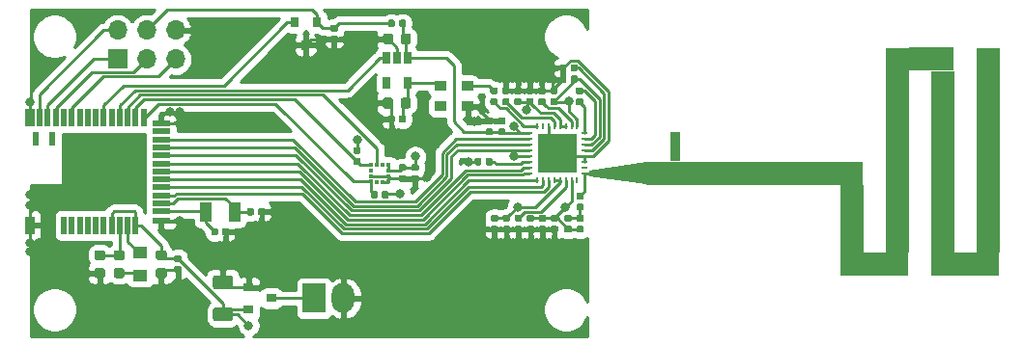
<source format=gtl>
G04 #@! TF.GenerationSoftware,KiCad,Pcbnew,(5.1.4)-1*
G04 #@! TF.CreationDate,2019-11-11T11:41:27+05:30*
G04 #@! TF.ProjectId,senseEle_PCB_Antenna_rev1,73656e73-6545-46c6-955f-5043425f416e,rev?*
G04 #@! TF.SameCoordinates,Original*
G04 #@! TF.FileFunction,Copper,L1,Top*
G04 #@! TF.FilePolarity,Positive*
%FSLAX46Y46*%
G04 Gerber Fmt 4.6, Leading zero omitted, Abs format (unit mm)*
G04 Created by KiCad (PCBNEW (5.1.4)-1) date 2019-11-11 11:41:27*
%MOMM*%
%LPD*%
G04 APERTURE LIST*
%ADD10C,0.100000*%
%ADD11C,0.590000*%
%ADD12R,1.000000X1.800000*%
%ADD13R,1.000000X0.900000*%
%ADD14R,0.800000X0.900000*%
%ADD15R,3.450000X3.450000*%
%ADD16R,0.250000X0.600000*%
%ADD17R,0.600000X0.250000*%
%ADD18R,1.600000X0.500000*%
%ADD19R,0.500000X1.600000*%
%ADD20R,0.900000X1.600000*%
%ADD21R,0.500000X1.200000*%
%ADD22R,0.900000X0.800000*%
%ADD23R,1.250000X1.000000*%
%ADD24C,0.875000*%
%ADD25C,1.250000*%
%ADD26R,2.000000X2.600000*%
%ADD27O,2.000000X2.600000*%
%ADD28R,0.650000X1.060000*%
%ADD29R,1.700000X1.700000*%
%ADD30O,1.700000X1.700000*%
%ADD31R,0.375000X0.350000*%
%ADD32R,0.350000X0.375000*%
%ADD33C,1.236192*%
%ADD34R,19.000000X2.000000*%
%ADD35R,4.000000X2.000000*%
%ADD36R,2.000000X8.000000*%
%ADD37R,2.000000X18.000000*%
%ADD38R,0.850000X2.600000*%
%ADD39C,0.800000*%
%ADD40C,0.250000*%
%ADD41C,0.254000*%
G04 APERTURE END LIST*
D10*
G36*
X51686958Y-17470710D02*
G01*
X51701276Y-17472834D01*
X51715317Y-17476351D01*
X51728946Y-17481228D01*
X51742031Y-17487417D01*
X51754447Y-17494858D01*
X51766073Y-17503481D01*
X51776798Y-17513202D01*
X51786519Y-17523927D01*
X51795142Y-17535553D01*
X51802583Y-17547969D01*
X51808772Y-17561054D01*
X51813649Y-17574683D01*
X51817166Y-17588724D01*
X51819290Y-17603042D01*
X51820000Y-17617500D01*
X51820000Y-17912500D01*
X51819290Y-17926958D01*
X51817166Y-17941276D01*
X51813649Y-17955317D01*
X51808772Y-17968946D01*
X51802583Y-17982031D01*
X51795142Y-17994447D01*
X51786519Y-18006073D01*
X51776798Y-18016798D01*
X51766073Y-18026519D01*
X51754447Y-18035142D01*
X51742031Y-18042583D01*
X51728946Y-18048772D01*
X51715317Y-18053649D01*
X51701276Y-18057166D01*
X51686958Y-18059290D01*
X51672500Y-18060000D01*
X51327500Y-18060000D01*
X51313042Y-18059290D01*
X51298724Y-18057166D01*
X51284683Y-18053649D01*
X51271054Y-18048772D01*
X51257969Y-18042583D01*
X51245553Y-18035142D01*
X51233927Y-18026519D01*
X51223202Y-18016798D01*
X51213481Y-18006073D01*
X51204858Y-17994447D01*
X51197417Y-17982031D01*
X51191228Y-17968946D01*
X51186351Y-17955317D01*
X51182834Y-17941276D01*
X51180710Y-17926958D01*
X51180000Y-17912500D01*
X51180000Y-17617500D01*
X51180710Y-17603042D01*
X51182834Y-17588724D01*
X51186351Y-17574683D01*
X51191228Y-17561054D01*
X51197417Y-17547969D01*
X51204858Y-17535553D01*
X51213481Y-17523927D01*
X51223202Y-17513202D01*
X51233927Y-17503481D01*
X51245553Y-17494858D01*
X51257969Y-17487417D01*
X51271054Y-17481228D01*
X51284683Y-17476351D01*
X51298724Y-17472834D01*
X51313042Y-17470710D01*
X51327500Y-17470000D01*
X51672500Y-17470000D01*
X51686958Y-17470710D01*
X51686958Y-17470710D01*
G37*
D11*
X51500000Y-17765000D03*
D10*
G36*
X51686958Y-18440710D02*
G01*
X51701276Y-18442834D01*
X51715317Y-18446351D01*
X51728946Y-18451228D01*
X51742031Y-18457417D01*
X51754447Y-18464858D01*
X51766073Y-18473481D01*
X51776798Y-18483202D01*
X51786519Y-18493927D01*
X51795142Y-18505553D01*
X51802583Y-18517969D01*
X51808772Y-18531054D01*
X51813649Y-18544683D01*
X51817166Y-18558724D01*
X51819290Y-18573042D01*
X51820000Y-18587500D01*
X51820000Y-18882500D01*
X51819290Y-18896958D01*
X51817166Y-18911276D01*
X51813649Y-18925317D01*
X51808772Y-18938946D01*
X51802583Y-18952031D01*
X51795142Y-18964447D01*
X51786519Y-18976073D01*
X51776798Y-18986798D01*
X51766073Y-18996519D01*
X51754447Y-19005142D01*
X51742031Y-19012583D01*
X51728946Y-19018772D01*
X51715317Y-19023649D01*
X51701276Y-19027166D01*
X51686958Y-19029290D01*
X51672500Y-19030000D01*
X51327500Y-19030000D01*
X51313042Y-19029290D01*
X51298724Y-19027166D01*
X51284683Y-19023649D01*
X51271054Y-19018772D01*
X51257969Y-19012583D01*
X51245553Y-19005142D01*
X51233927Y-18996519D01*
X51223202Y-18986798D01*
X51213481Y-18976073D01*
X51204858Y-18964447D01*
X51197417Y-18952031D01*
X51191228Y-18938946D01*
X51186351Y-18925317D01*
X51182834Y-18911276D01*
X51180710Y-18896958D01*
X51180000Y-18882500D01*
X51180000Y-18587500D01*
X51180710Y-18573042D01*
X51182834Y-18558724D01*
X51186351Y-18544683D01*
X51191228Y-18531054D01*
X51197417Y-18517969D01*
X51204858Y-18505553D01*
X51213481Y-18493927D01*
X51223202Y-18483202D01*
X51233927Y-18473481D01*
X51245553Y-18464858D01*
X51257969Y-18457417D01*
X51271054Y-18451228D01*
X51284683Y-18446351D01*
X51298724Y-18442834D01*
X51313042Y-18440710D01*
X51327500Y-18440000D01*
X51672500Y-18440000D01*
X51686958Y-18440710D01*
X51686958Y-18440710D01*
G37*
D11*
X51500000Y-18735000D03*
D10*
G36*
X55886958Y-17470710D02*
G01*
X55901276Y-17472834D01*
X55915317Y-17476351D01*
X55928946Y-17481228D01*
X55942031Y-17487417D01*
X55954447Y-17494858D01*
X55966073Y-17503481D01*
X55976798Y-17513202D01*
X55986519Y-17523927D01*
X55995142Y-17535553D01*
X56002583Y-17547969D01*
X56008772Y-17561054D01*
X56013649Y-17574683D01*
X56017166Y-17588724D01*
X56019290Y-17603042D01*
X56020000Y-17617500D01*
X56020000Y-17912500D01*
X56019290Y-17926958D01*
X56017166Y-17941276D01*
X56013649Y-17955317D01*
X56008772Y-17968946D01*
X56002583Y-17982031D01*
X55995142Y-17994447D01*
X55986519Y-18006073D01*
X55976798Y-18016798D01*
X55966073Y-18026519D01*
X55954447Y-18035142D01*
X55942031Y-18042583D01*
X55928946Y-18048772D01*
X55915317Y-18053649D01*
X55901276Y-18057166D01*
X55886958Y-18059290D01*
X55872500Y-18060000D01*
X55527500Y-18060000D01*
X55513042Y-18059290D01*
X55498724Y-18057166D01*
X55484683Y-18053649D01*
X55471054Y-18048772D01*
X55457969Y-18042583D01*
X55445553Y-18035142D01*
X55433927Y-18026519D01*
X55423202Y-18016798D01*
X55413481Y-18006073D01*
X55404858Y-17994447D01*
X55397417Y-17982031D01*
X55391228Y-17968946D01*
X55386351Y-17955317D01*
X55382834Y-17941276D01*
X55380710Y-17926958D01*
X55380000Y-17912500D01*
X55380000Y-17617500D01*
X55380710Y-17603042D01*
X55382834Y-17588724D01*
X55386351Y-17574683D01*
X55391228Y-17561054D01*
X55397417Y-17547969D01*
X55404858Y-17535553D01*
X55413481Y-17523927D01*
X55423202Y-17513202D01*
X55433927Y-17503481D01*
X55445553Y-17494858D01*
X55457969Y-17487417D01*
X55471054Y-17481228D01*
X55484683Y-17476351D01*
X55498724Y-17472834D01*
X55513042Y-17470710D01*
X55527500Y-17470000D01*
X55872500Y-17470000D01*
X55886958Y-17470710D01*
X55886958Y-17470710D01*
G37*
D11*
X55700000Y-17765000D03*
D10*
G36*
X55886958Y-18440710D02*
G01*
X55901276Y-18442834D01*
X55915317Y-18446351D01*
X55928946Y-18451228D01*
X55942031Y-18457417D01*
X55954447Y-18464858D01*
X55966073Y-18473481D01*
X55976798Y-18483202D01*
X55986519Y-18493927D01*
X55995142Y-18505553D01*
X56002583Y-18517969D01*
X56008772Y-18531054D01*
X56013649Y-18544683D01*
X56017166Y-18558724D01*
X56019290Y-18573042D01*
X56020000Y-18587500D01*
X56020000Y-18882500D01*
X56019290Y-18896958D01*
X56017166Y-18911276D01*
X56013649Y-18925317D01*
X56008772Y-18938946D01*
X56002583Y-18952031D01*
X55995142Y-18964447D01*
X55986519Y-18976073D01*
X55976798Y-18986798D01*
X55966073Y-18996519D01*
X55954447Y-19005142D01*
X55942031Y-19012583D01*
X55928946Y-19018772D01*
X55915317Y-19023649D01*
X55901276Y-19027166D01*
X55886958Y-19029290D01*
X55872500Y-19030000D01*
X55527500Y-19030000D01*
X55513042Y-19029290D01*
X55498724Y-19027166D01*
X55484683Y-19023649D01*
X55471054Y-19018772D01*
X55457969Y-19012583D01*
X55445553Y-19005142D01*
X55433927Y-18996519D01*
X55423202Y-18986798D01*
X55413481Y-18976073D01*
X55404858Y-18964447D01*
X55397417Y-18952031D01*
X55391228Y-18938946D01*
X55386351Y-18925317D01*
X55382834Y-18911276D01*
X55380710Y-18896958D01*
X55380000Y-18882500D01*
X55380000Y-18587500D01*
X55380710Y-18573042D01*
X55382834Y-18558724D01*
X55386351Y-18544683D01*
X55391228Y-18531054D01*
X55397417Y-18517969D01*
X55404858Y-18505553D01*
X55413481Y-18493927D01*
X55423202Y-18483202D01*
X55433927Y-18473481D01*
X55445553Y-18464858D01*
X55457969Y-18457417D01*
X55471054Y-18451228D01*
X55484683Y-18446351D01*
X55498724Y-18442834D01*
X55513042Y-18440710D01*
X55527500Y-18440000D01*
X55872500Y-18440000D01*
X55886958Y-18440710D01*
X55886958Y-18440710D01*
G37*
D11*
X55700000Y-18735000D03*
D10*
G36*
X54836958Y-17470710D02*
G01*
X54851276Y-17472834D01*
X54865317Y-17476351D01*
X54878946Y-17481228D01*
X54892031Y-17487417D01*
X54904447Y-17494858D01*
X54916073Y-17503481D01*
X54926798Y-17513202D01*
X54936519Y-17523927D01*
X54945142Y-17535553D01*
X54952583Y-17547969D01*
X54958772Y-17561054D01*
X54963649Y-17574683D01*
X54967166Y-17588724D01*
X54969290Y-17603042D01*
X54970000Y-17617500D01*
X54970000Y-17912500D01*
X54969290Y-17926958D01*
X54967166Y-17941276D01*
X54963649Y-17955317D01*
X54958772Y-17968946D01*
X54952583Y-17982031D01*
X54945142Y-17994447D01*
X54936519Y-18006073D01*
X54926798Y-18016798D01*
X54916073Y-18026519D01*
X54904447Y-18035142D01*
X54892031Y-18042583D01*
X54878946Y-18048772D01*
X54865317Y-18053649D01*
X54851276Y-18057166D01*
X54836958Y-18059290D01*
X54822500Y-18060000D01*
X54477500Y-18060000D01*
X54463042Y-18059290D01*
X54448724Y-18057166D01*
X54434683Y-18053649D01*
X54421054Y-18048772D01*
X54407969Y-18042583D01*
X54395553Y-18035142D01*
X54383927Y-18026519D01*
X54373202Y-18016798D01*
X54363481Y-18006073D01*
X54354858Y-17994447D01*
X54347417Y-17982031D01*
X54341228Y-17968946D01*
X54336351Y-17955317D01*
X54332834Y-17941276D01*
X54330710Y-17926958D01*
X54330000Y-17912500D01*
X54330000Y-17617500D01*
X54330710Y-17603042D01*
X54332834Y-17588724D01*
X54336351Y-17574683D01*
X54341228Y-17561054D01*
X54347417Y-17547969D01*
X54354858Y-17535553D01*
X54363481Y-17523927D01*
X54373202Y-17513202D01*
X54383927Y-17503481D01*
X54395553Y-17494858D01*
X54407969Y-17487417D01*
X54421054Y-17481228D01*
X54434683Y-17476351D01*
X54448724Y-17472834D01*
X54463042Y-17470710D01*
X54477500Y-17470000D01*
X54822500Y-17470000D01*
X54836958Y-17470710D01*
X54836958Y-17470710D01*
G37*
D11*
X54650000Y-17765000D03*
D10*
G36*
X54836958Y-18440710D02*
G01*
X54851276Y-18442834D01*
X54865317Y-18446351D01*
X54878946Y-18451228D01*
X54892031Y-18457417D01*
X54904447Y-18464858D01*
X54916073Y-18473481D01*
X54926798Y-18483202D01*
X54936519Y-18493927D01*
X54945142Y-18505553D01*
X54952583Y-18517969D01*
X54958772Y-18531054D01*
X54963649Y-18544683D01*
X54967166Y-18558724D01*
X54969290Y-18573042D01*
X54970000Y-18587500D01*
X54970000Y-18882500D01*
X54969290Y-18896958D01*
X54967166Y-18911276D01*
X54963649Y-18925317D01*
X54958772Y-18938946D01*
X54952583Y-18952031D01*
X54945142Y-18964447D01*
X54936519Y-18976073D01*
X54926798Y-18986798D01*
X54916073Y-18996519D01*
X54904447Y-19005142D01*
X54892031Y-19012583D01*
X54878946Y-19018772D01*
X54865317Y-19023649D01*
X54851276Y-19027166D01*
X54836958Y-19029290D01*
X54822500Y-19030000D01*
X54477500Y-19030000D01*
X54463042Y-19029290D01*
X54448724Y-19027166D01*
X54434683Y-19023649D01*
X54421054Y-19018772D01*
X54407969Y-19012583D01*
X54395553Y-19005142D01*
X54383927Y-18996519D01*
X54373202Y-18986798D01*
X54363481Y-18976073D01*
X54354858Y-18964447D01*
X54347417Y-18952031D01*
X54341228Y-18938946D01*
X54336351Y-18925317D01*
X54332834Y-18911276D01*
X54330710Y-18896958D01*
X54330000Y-18882500D01*
X54330000Y-18587500D01*
X54330710Y-18573042D01*
X54332834Y-18558724D01*
X54336351Y-18544683D01*
X54341228Y-18531054D01*
X54347417Y-18517969D01*
X54354858Y-18505553D01*
X54363481Y-18493927D01*
X54373202Y-18483202D01*
X54383927Y-18473481D01*
X54395553Y-18464858D01*
X54407969Y-18457417D01*
X54421054Y-18451228D01*
X54434683Y-18446351D01*
X54448724Y-18442834D01*
X54463042Y-18440710D01*
X54477500Y-18440000D01*
X54822500Y-18440000D01*
X54836958Y-18440710D01*
X54836958Y-18440710D01*
G37*
D11*
X54650000Y-18735000D03*
D10*
G36*
X52736958Y-17470710D02*
G01*
X52751276Y-17472834D01*
X52765317Y-17476351D01*
X52778946Y-17481228D01*
X52792031Y-17487417D01*
X52804447Y-17494858D01*
X52816073Y-17503481D01*
X52826798Y-17513202D01*
X52836519Y-17523927D01*
X52845142Y-17535553D01*
X52852583Y-17547969D01*
X52858772Y-17561054D01*
X52863649Y-17574683D01*
X52867166Y-17588724D01*
X52869290Y-17603042D01*
X52870000Y-17617500D01*
X52870000Y-17912500D01*
X52869290Y-17926958D01*
X52867166Y-17941276D01*
X52863649Y-17955317D01*
X52858772Y-17968946D01*
X52852583Y-17982031D01*
X52845142Y-17994447D01*
X52836519Y-18006073D01*
X52826798Y-18016798D01*
X52816073Y-18026519D01*
X52804447Y-18035142D01*
X52792031Y-18042583D01*
X52778946Y-18048772D01*
X52765317Y-18053649D01*
X52751276Y-18057166D01*
X52736958Y-18059290D01*
X52722500Y-18060000D01*
X52377500Y-18060000D01*
X52363042Y-18059290D01*
X52348724Y-18057166D01*
X52334683Y-18053649D01*
X52321054Y-18048772D01*
X52307969Y-18042583D01*
X52295553Y-18035142D01*
X52283927Y-18026519D01*
X52273202Y-18016798D01*
X52263481Y-18006073D01*
X52254858Y-17994447D01*
X52247417Y-17982031D01*
X52241228Y-17968946D01*
X52236351Y-17955317D01*
X52232834Y-17941276D01*
X52230710Y-17926958D01*
X52230000Y-17912500D01*
X52230000Y-17617500D01*
X52230710Y-17603042D01*
X52232834Y-17588724D01*
X52236351Y-17574683D01*
X52241228Y-17561054D01*
X52247417Y-17547969D01*
X52254858Y-17535553D01*
X52263481Y-17523927D01*
X52273202Y-17513202D01*
X52283927Y-17503481D01*
X52295553Y-17494858D01*
X52307969Y-17487417D01*
X52321054Y-17481228D01*
X52334683Y-17476351D01*
X52348724Y-17472834D01*
X52363042Y-17470710D01*
X52377500Y-17470000D01*
X52722500Y-17470000D01*
X52736958Y-17470710D01*
X52736958Y-17470710D01*
G37*
D11*
X52550000Y-17765000D03*
D10*
G36*
X52736958Y-18440710D02*
G01*
X52751276Y-18442834D01*
X52765317Y-18446351D01*
X52778946Y-18451228D01*
X52792031Y-18457417D01*
X52804447Y-18464858D01*
X52816073Y-18473481D01*
X52826798Y-18483202D01*
X52836519Y-18493927D01*
X52845142Y-18505553D01*
X52852583Y-18517969D01*
X52858772Y-18531054D01*
X52863649Y-18544683D01*
X52867166Y-18558724D01*
X52869290Y-18573042D01*
X52870000Y-18587500D01*
X52870000Y-18882500D01*
X52869290Y-18896958D01*
X52867166Y-18911276D01*
X52863649Y-18925317D01*
X52858772Y-18938946D01*
X52852583Y-18952031D01*
X52845142Y-18964447D01*
X52836519Y-18976073D01*
X52826798Y-18986798D01*
X52816073Y-18996519D01*
X52804447Y-19005142D01*
X52792031Y-19012583D01*
X52778946Y-19018772D01*
X52765317Y-19023649D01*
X52751276Y-19027166D01*
X52736958Y-19029290D01*
X52722500Y-19030000D01*
X52377500Y-19030000D01*
X52363042Y-19029290D01*
X52348724Y-19027166D01*
X52334683Y-19023649D01*
X52321054Y-19018772D01*
X52307969Y-19012583D01*
X52295553Y-19005142D01*
X52283927Y-18996519D01*
X52273202Y-18986798D01*
X52263481Y-18976073D01*
X52254858Y-18964447D01*
X52247417Y-18952031D01*
X52241228Y-18938946D01*
X52236351Y-18925317D01*
X52232834Y-18911276D01*
X52230710Y-18896958D01*
X52230000Y-18882500D01*
X52230000Y-18587500D01*
X52230710Y-18573042D01*
X52232834Y-18558724D01*
X52236351Y-18544683D01*
X52241228Y-18531054D01*
X52247417Y-18517969D01*
X52254858Y-18505553D01*
X52263481Y-18493927D01*
X52273202Y-18483202D01*
X52283927Y-18473481D01*
X52295553Y-18464858D01*
X52307969Y-18457417D01*
X52321054Y-18451228D01*
X52334683Y-18446351D01*
X52348724Y-18442834D01*
X52363042Y-18440710D01*
X52377500Y-18440000D01*
X52722500Y-18440000D01*
X52736958Y-18440710D01*
X52736958Y-18440710D01*
G37*
D11*
X52550000Y-18735000D03*
D10*
G36*
X53786958Y-17470710D02*
G01*
X53801276Y-17472834D01*
X53815317Y-17476351D01*
X53828946Y-17481228D01*
X53842031Y-17487417D01*
X53854447Y-17494858D01*
X53866073Y-17503481D01*
X53876798Y-17513202D01*
X53886519Y-17523927D01*
X53895142Y-17535553D01*
X53902583Y-17547969D01*
X53908772Y-17561054D01*
X53913649Y-17574683D01*
X53917166Y-17588724D01*
X53919290Y-17603042D01*
X53920000Y-17617500D01*
X53920000Y-17912500D01*
X53919290Y-17926958D01*
X53917166Y-17941276D01*
X53913649Y-17955317D01*
X53908772Y-17968946D01*
X53902583Y-17982031D01*
X53895142Y-17994447D01*
X53886519Y-18006073D01*
X53876798Y-18016798D01*
X53866073Y-18026519D01*
X53854447Y-18035142D01*
X53842031Y-18042583D01*
X53828946Y-18048772D01*
X53815317Y-18053649D01*
X53801276Y-18057166D01*
X53786958Y-18059290D01*
X53772500Y-18060000D01*
X53427500Y-18060000D01*
X53413042Y-18059290D01*
X53398724Y-18057166D01*
X53384683Y-18053649D01*
X53371054Y-18048772D01*
X53357969Y-18042583D01*
X53345553Y-18035142D01*
X53333927Y-18026519D01*
X53323202Y-18016798D01*
X53313481Y-18006073D01*
X53304858Y-17994447D01*
X53297417Y-17982031D01*
X53291228Y-17968946D01*
X53286351Y-17955317D01*
X53282834Y-17941276D01*
X53280710Y-17926958D01*
X53280000Y-17912500D01*
X53280000Y-17617500D01*
X53280710Y-17603042D01*
X53282834Y-17588724D01*
X53286351Y-17574683D01*
X53291228Y-17561054D01*
X53297417Y-17547969D01*
X53304858Y-17535553D01*
X53313481Y-17523927D01*
X53323202Y-17513202D01*
X53333927Y-17503481D01*
X53345553Y-17494858D01*
X53357969Y-17487417D01*
X53371054Y-17481228D01*
X53384683Y-17476351D01*
X53398724Y-17472834D01*
X53413042Y-17470710D01*
X53427500Y-17470000D01*
X53772500Y-17470000D01*
X53786958Y-17470710D01*
X53786958Y-17470710D01*
G37*
D11*
X53600000Y-17765000D03*
D10*
G36*
X53786958Y-18440710D02*
G01*
X53801276Y-18442834D01*
X53815317Y-18446351D01*
X53828946Y-18451228D01*
X53842031Y-18457417D01*
X53854447Y-18464858D01*
X53866073Y-18473481D01*
X53876798Y-18483202D01*
X53886519Y-18493927D01*
X53895142Y-18505553D01*
X53902583Y-18517969D01*
X53908772Y-18531054D01*
X53913649Y-18544683D01*
X53917166Y-18558724D01*
X53919290Y-18573042D01*
X53920000Y-18587500D01*
X53920000Y-18882500D01*
X53919290Y-18896958D01*
X53917166Y-18911276D01*
X53913649Y-18925317D01*
X53908772Y-18938946D01*
X53902583Y-18952031D01*
X53895142Y-18964447D01*
X53886519Y-18976073D01*
X53876798Y-18986798D01*
X53866073Y-18996519D01*
X53854447Y-19005142D01*
X53842031Y-19012583D01*
X53828946Y-19018772D01*
X53815317Y-19023649D01*
X53801276Y-19027166D01*
X53786958Y-19029290D01*
X53772500Y-19030000D01*
X53427500Y-19030000D01*
X53413042Y-19029290D01*
X53398724Y-19027166D01*
X53384683Y-19023649D01*
X53371054Y-19018772D01*
X53357969Y-19012583D01*
X53345553Y-19005142D01*
X53333927Y-18996519D01*
X53323202Y-18986798D01*
X53313481Y-18976073D01*
X53304858Y-18964447D01*
X53297417Y-18952031D01*
X53291228Y-18938946D01*
X53286351Y-18925317D01*
X53282834Y-18911276D01*
X53280710Y-18896958D01*
X53280000Y-18882500D01*
X53280000Y-18587500D01*
X53280710Y-18573042D01*
X53282834Y-18558724D01*
X53286351Y-18544683D01*
X53291228Y-18531054D01*
X53297417Y-18517969D01*
X53304858Y-18505553D01*
X53313481Y-18493927D01*
X53323202Y-18483202D01*
X53333927Y-18473481D01*
X53345553Y-18464858D01*
X53357969Y-18457417D01*
X53371054Y-18451228D01*
X53384683Y-18446351D01*
X53398724Y-18442834D01*
X53413042Y-18440710D01*
X53427500Y-18440000D01*
X53772500Y-18440000D01*
X53786958Y-18440710D01*
X53786958Y-18440710D01*
G37*
D11*
X53600000Y-18735000D03*
D12*
X28750000Y-28400000D03*
X26250000Y-28400000D03*
D13*
X46800000Y-17350000D03*
X49200000Y-17350000D03*
X49200000Y-19150000D03*
X46800000Y-19150000D03*
D14*
X35000000Y-13750000D03*
X34050000Y-11750000D03*
X35950000Y-11750000D03*
D15*
X57050000Y-23250000D03*
D16*
X55300000Y-20850000D03*
X55800000Y-20850000D03*
X56300000Y-20850000D03*
X56800000Y-20850000D03*
X57300000Y-20850000D03*
X57800000Y-20850000D03*
X58300000Y-20850000D03*
X58800000Y-20850000D03*
D17*
X59450000Y-21500000D03*
X59450000Y-22000000D03*
X59450000Y-22500000D03*
X59450000Y-23000000D03*
X59450000Y-23500000D03*
X59450000Y-24000000D03*
X59450000Y-24500000D03*
X59450000Y-25000000D03*
D16*
X58800000Y-25650000D03*
X58300000Y-25650000D03*
X57800000Y-25650000D03*
X57300000Y-25650000D03*
X56800000Y-25650000D03*
X56300000Y-25650000D03*
X55800000Y-25650000D03*
X55300000Y-25650000D03*
D17*
X54650000Y-25000000D03*
X54650000Y-24500000D03*
X54650000Y-24000000D03*
X54650000Y-23500000D03*
X54650000Y-23000000D03*
X54650000Y-22500000D03*
X54650000Y-22000000D03*
X54650000Y-21500000D03*
D18*
X22350000Y-29150000D03*
D19*
X13800000Y-29600000D03*
D20*
X10800000Y-29600000D03*
D19*
X14500000Y-29600000D03*
X15200000Y-29600000D03*
X15900000Y-29600000D03*
X16600000Y-29600000D03*
X17300000Y-29600000D03*
X18000000Y-29600000D03*
X18700000Y-29600000D03*
X19400000Y-29600000D03*
X20100000Y-29600000D03*
D18*
X22350000Y-28350000D03*
X22350000Y-27650000D03*
X22350000Y-26950000D03*
X22350000Y-26250000D03*
X22350000Y-25550000D03*
X22350000Y-24850000D03*
X22350000Y-24150000D03*
X22350000Y-23450000D03*
X22350000Y-22750000D03*
X22350000Y-22050000D03*
X22350000Y-21350000D03*
X22350000Y-20650000D03*
D19*
X20800000Y-20100000D03*
X20100000Y-20100000D03*
X19400000Y-20100000D03*
X18700000Y-20100000D03*
X18000000Y-20100000D03*
X17300000Y-20100000D03*
X16600000Y-20100000D03*
X15900000Y-20100000D03*
X15200000Y-20100000D03*
X14500000Y-20100000D03*
X13800000Y-20100000D03*
X13100000Y-20100000D03*
X12400000Y-20100000D03*
X11700000Y-20100000D03*
D20*
X10800000Y-20100000D03*
D21*
X11350000Y-21950000D03*
X12750000Y-21950000D03*
D10*
G36*
X58186958Y-29640710D02*
G01*
X58201276Y-29642834D01*
X58215317Y-29646351D01*
X58228946Y-29651228D01*
X58242031Y-29657417D01*
X58254447Y-29664858D01*
X58266073Y-29673481D01*
X58276798Y-29683202D01*
X58286519Y-29693927D01*
X58295142Y-29705553D01*
X58302583Y-29717969D01*
X58308772Y-29731054D01*
X58313649Y-29744683D01*
X58317166Y-29758724D01*
X58319290Y-29773042D01*
X58320000Y-29787500D01*
X58320000Y-30082500D01*
X58319290Y-30096958D01*
X58317166Y-30111276D01*
X58313649Y-30125317D01*
X58308772Y-30138946D01*
X58302583Y-30152031D01*
X58295142Y-30164447D01*
X58286519Y-30176073D01*
X58276798Y-30186798D01*
X58266073Y-30196519D01*
X58254447Y-30205142D01*
X58242031Y-30212583D01*
X58228946Y-30218772D01*
X58215317Y-30223649D01*
X58201276Y-30227166D01*
X58186958Y-30229290D01*
X58172500Y-30230000D01*
X57827500Y-30230000D01*
X57813042Y-30229290D01*
X57798724Y-30227166D01*
X57784683Y-30223649D01*
X57771054Y-30218772D01*
X57757969Y-30212583D01*
X57745553Y-30205142D01*
X57733927Y-30196519D01*
X57723202Y-30186798D01*
X57713481Y-30176073D01*
X57704858Y-30164447D01*
X57697417Y-30152031D01*
X57691228Y-30138946D01*
X57686351Y-30125317D01*
X57682834Y-30111276D01*
X57680710Y-30096958D01*
X57680000Y-30082500D01*
X57680000Y-29787500D01*
X57680710Y-29773042D01*
X57682834Y-29758724D01*
X57686351Y-29744683D01*
X57691228Y-29731054D01*
X57697417Y-29717969D01*
X57704858Y-29705553D01*
X57713481Y-29693927D01*
X57723202Y-29683202D01*
X57733927Y-29673481D01*
X57745553Y-29664858D01*
X57757969Y-29657417D01*
X57771054Y-29651228D01*
X57784683Y-29646351D01*
X57798724Y-29642834D01*
X57813042Y-29640710D01*
X57827500Y-29640000D01*
X58172500Y-29640000D01*
X58186958Y-29640710D01*
X58186958Y-29640710D01*
G37*
D11*
X58000000Y-29935000D03*
D10*
G36*
X58186958Y-28670710D02*
G01*
X58201276Y-28672834D01*
X58215317Y-28676351D01*
X58228946Y-28681228D01*
X58242031Y-28687417D01*
X58254447Y-28694858D01*
X58266073Y-28703481D01*
X58276798Y-28713202D01*
X58286519Y-28723927D01*
X58295142Y-28735553D01*
X58302583Y-28747969D01*
X58308772Y-28761054D01*
X58313649Y-28774683D01*
X58317166Y-28788724D01*
X58319290Y-28803042D01*
X58320000Y-28817500D01*
X58320000Y-29112500D01*
X58319290Y-29126958D01*
X58317166Y-29141276D01*
X58313649Y-29155317D01*
X58308772Y-29168946D01*
X58302583Y-29182031D01*
X58295142Y-29194447D01*
X58286519Y-29206073D01*
X58276798Y-29216798D01*
X58266073Y-29226519D01*
X58254447Y-29235142D01*
X58242031Y-29242583D01*
X58228946Y-29248772D01*
X58215317Y-29253649D01*
X58201276Y-29257166D01*
X58186958Y-29259290D01*
X58172500Y-29260000D01*
X57827500Y-29260000D01*
X57813042Y-29259290D01*
X57798724Y-29257166D01*
X57784683Y-29253649D01*
X57771054Y-29248772D01*
X57757969Y-29242583D01*
X57745553Y-29235142D01*
X57733927Y-29226519D01*
X57723202Y-29216798D01*
X57713481Y-29206073D01*
X57704858Y-29194447D01*
X57697417Y-29182031D01*
X57691228Y-29168946D01*
X57686351Y-29155317D01*
X57682834Y-29141276D01*
X57680710Y-29126958D01*
X57680000Y-29112500D01*
X57680000Y-28817500D01*
X57680710Y-28803042D01*
X57682834Y-28788724D01*
X57686351Y-28774683D01*
X57691228Y-28761054D01*
X57697417Y-28747969D01*
X57704858Y-28735553D01*
X57713481Y-28723927D01*
X57723202Y-28713202D01*
X57733927Y-28703481D01*
X57745553Y-28694858D01*
X57757969Y-28687417D01*
X57771054Y-28681228D01*
X57784683Y-28676351D01*
X57798724Y-28672834D01*
X57813042Y-28670710D01*
X57827500Y-28670000D01*
X58172500Y-28670000D01*
X58186958Y-28670710D01*
X58186958Y-28670710D01*
G37*
D11*
X58000000Y-28965000D03*
D10*
G36*
X53836958Y-29640710D02*
G01*
X53851276Y-29642834D01*
X53865317Y-29646351D01*
X53878946Y-29651228D01*
X53892031Y-29657417D01*
X53904447Y-29664858D01*
X53916073Y-29673481D01*
X53926798Y-29683202D01*
X53936519Y-29693927D01*
X53945142Y-29705553D01*
X53952583Y-29717969D01*
X53958772Y-29731054D01*
X53963649Y-29744683D01*
X53967166Y-29758724D01*
X53969290Y-29773042D01*
X53970000Y-29787500D01*
X53970000Y-30082500D01*
X53969290Y-30096958D01*
X53967166Y-30111276D01*
X53963649Y-30125317D01*
X53958772Y-30138946D01*
X53952583Y-30152031D01*
X53945142Y-30164447D01*
X53936519Y-30176073D01*
X53926798Y-30186798D01*
X53916073Y-30196519D01*
X53904447Y-30205142D01*
X53892031Y-30212583D01*
X53878946Y-30218772D01*
X53865317Y-30223649D01*
X53851276Y-30227166D01*
X53836958Y-30229290D01*
X53822500Y-30230000D01*
X53477500Y-30230000D01*
X53463042Y-30229290D01*
X53448724Y-30227166D01*
X53434683Y-30223649D01*
X53421054Y-30218772D01*
X53407969Y-30212583D01*
X53395553Y-30205142D01*
X53383927Y-30196519D01*
X53373202Y-30186798D01*
X53363481Y-30176073D01*
X53354858Y-30164447D01*
X53347417Y-30152031D01*
X53341228Y-30138946D01*
X53336351Y-30125317D01*
X53332834Y-30111276D01*
X53330710Y-30096958D01*
X53330000Y-30082500D01*
X53330000Y-29787500D01*
X53330710Y-29773042D01*
X53332834Y-29758724D01*
X53336351Y-29744683D01*
X53341228Y-29731054D01*
X53347417Y-29717969D01*
X53354858Y-29705553D01*
X53363481Y-29693927D01*
X53373202Y-29683202D01*
X53383927Y-29673481D01*
X53395553Y-29664858D01*
X53407969Y-29657417D01*
X53421054Y-29651228D01*
X53434683Y-29646351D01*
X53448724Y-29642834D01*
X53463042Y-29640710D01*
X53477500Y-29640000D01*
X53822500Y-29640000D01*
X53836958Y-29640710D01*
X53836958Y-29640710D01*
G37*
D11*
X53650000Y-29935000D03*
D10*
G36*
X53836958Y-28670710D02*
G01*
X53851276Y-28672834D01*
X53865317Y-28676351D01*
X53878946Y-28681228D01*
X53892031Y-28687417D01*
X53904447Y-28694858D01*
X53916073Y-28703481D01*
X53926798Y-28713202D01*
X53936519Y-28723927D01*
X53945142Y-28735553D01*
X53952583Y-28747969D01*
X53958772Y-28761054D01*
X53963649Y-28774683D01*
X53967166Y-28788724D01*
X53969290Y-28803042D01*
X53970000Y-28817500D01*
X53970000Y-29112500D01*
X53969290Y-29126958D01*
X53967166Y-29141276D01*
X53963649Y-29155317D01*
X53958772Y-29168946D01*
X53952583Y-29182031D01*
X53945142Y-29194447D01*
X53936519Y-29206073D01*
X53926798Y-29216798D01*
X53916073Y-29226519D01*
X53904447Y-29235142D01*
X53892031Y-29242583D01*
X53878946Y-29248772D01*
X53865317Y-29253649D01*
X53851276Y-29257166D01*
X53836958Y-29259290D01*
X53822500Y-29260000D01*
X53477500Y-29260000D01*
X53463042Y-29259290D01*
X53448724Y-29257166D01*
X53434683Y-29253649D01*
X53421054Y-29248772D01*
X53407969Y-29242583D01*
X53395553Y-29235142D01*
X53383927Y-29226519D01*
X53373202Y-29216798D01*
X53363481Y-29206073D01*
X53354858Y-29194447D01*
X53347417Y-29182031D01*
X53341228Y-29168946D01*
X53336351Y-29155317D01*
X53332834Y-29141276D01*
X53330710Y-29126958D01*
X53330000Y-29112500D01*
X53330000Y-28817500D01*
X53330710Y-28803042D01*
X53332834Y-28788724D01*
X53336351Y-28774683D01*
X53341228Y-28761054D01*
X53347417Y-28747969D01*
X53354858Y-28735553D01*
X53363481Y-28723927D01*
X53373202Y-28713202D01*
X53383927Y-28703481D01*
X53395553Y-28694858D01*
X53407969Y-28687417D01*
X53421054Y-28681228D01*
X53434683Y-28676351D01*
X53448724Y-28672834D01*
X53463042Y-28670710D01*
X53477500Y-28670000D01*
X53822500Y-28670000D01*
X53836958Y-28670710D01*
X53836958Y-28670710D01*
G37*
D11*
X53650000Y-28965000D03*
D10*
G36*
X41176958Y-26580710D02*
G01*
X41191276Y-26582834D01*
X41205317Y-26586351D01*
X41218946Y-26591228D01*
X41232031Y-26597417D01*
X41244447Y-26604858D01*
X41256073Y-26613481D01*
X41266798Y-26623202D01*
X41276519Y-26633927D01*
X41285142Y-26645553D01*
X41292583Y-26657969D01*
X41298772Y-26671054D01*
X41303649Y-26684683D01*
X41307166Y-26698724D01*
X41309290Y-26713042D01*
X41310000Y-26727500D01*
X41310000Y-27072500D01*
X41309290Y-27086958D01*
X41307166Y-27101276D01*
X41303649Y-27115317D01*
X41298772Y-27128946D01*
X41292583Y-27142031D01*
X41285142Y-27154447D01*
X41276519Y-27166073D01*
X41266798Y-27176798D01*
X41256073Y-27186519D01*
X41244447Y-27195142D01*
X41232031Y-27202583D01*
X41218946Y-27208772D01*
X41205317Y-27213649D01*
X41191276Y-27217166D01*
X41176958Y-27219290D01*
X41162500Y-27220000D01*
X40867500Y-27220000D01*
X40853042Y-27219290D01*
X40838724Y-27217166D01*
X40824683Y-27213649D01*
X40811054Y-27208772D01*
X40797969Y-27202583D01*
X40785553Y-27195142D01*
X40773927Y-27186519D01*
X40763202Y-27176798D01*
X40753481Y-27166073D01*
X40744858Y-27154447D01*
X40737417Y-27142031D01*
X40731228Y-27128946D01*
X40726351Y-27115317D01*
X40722834Y-27101276D01*
X40720710Y-27086958D01*
X40720000Y-27072500D01*
X40720000Y-26727500D01*
X40720710Y-26713042D01*
X40722834Y-26698724D01*
X40726351Y-26684683D01*
X40731228Y-26671054D01*
X40737417Y-26657969D01*
X40744858Y-26645553D01*
X40753481Y-26633927D01*
X40763202Y-26623202D01*
X40773927Y-26613481D01*
X40785553Y-26604858D01*
X40797969Y-26597417D01*
X40811054Y-26591228D01*
X40824683Y-26586351D01*
X40838724Y-26582834D01*
X40853042Y-26580710D01*
X40867500Y-26580000D01*
X41162500Y-26580000D01*
X41176958Y-26580710D01*
X41176958Y-26580710D01*
G37*
D11*
X41015000Y-26900000D03*
D10*
G36*
X42146958Y-26580710D02*
G01*
X42161276Y-26582834D01*
X42175317Y-26586351D01*
X42188946Y-26591228D01*
X42202031Y-26597417D01*
X42214447Y-26604858D01*
X42226073Y-26613481D01*
X42236798Y-26623202D01*
X42246519Y-26633927D01*
X42255142Y-26645553D01*
X42262583Y-26657969D01*
X42268772Y-26671054D01*
X42273649Y-26684683D01*
X42277166Y-26698724D01*
X42279290Y-26713042D01*
X42280000Y-26727500D01*
X42280000Y-27072500D01*
X42279290Y-27086958D01*
X42277166Y-27101276D01*
X42273649Y-27115317D01*
X42268772Y-27128946D01*
X42262583Y-27142031D01*
X42255142Y-27154447D01*
X42246519Y-27166073D01*
X42236798Y-27176798D01*
X42226073Y-27186519D01*
X42214447Y-27195142D01*
X42202031Y-27202583D01*
X42188946Y-27208772D01*
X42175317Y-27213649D01*
X42161276Y-27217166D01*
X42146958Y-27219290D01*
X42132500Y-27220000D01*
X41837500Y-27220000D01*
X41823042Y-27219290D01*
X41808724Y-27217166D01*
X41794683Y-27213649D01*
X41781054Y-27208772D01*
X41767969Y-27202583D01*
X41755553Y-27195142D01*
X41743927Y-27186519D01*
X41733202Y-27176798D01*
X41723481Y-27166073D01*
X41714858Y-27154447D01*
X41707417Y-27142031D01*
X41701228Y-27128946D01*
X41696351Y-27115317D01*
X41692834Y-27101276D01*
X41690710Y-27086958D01*
X41690000Y-27072500D01*
X41690000Y-26727500D01*
X41690710Y-26713042D01*
X41692834Y-26698724D01*
X41696351Y-26684683D01*
X41701228Y-26671054D01*
X41707417Y-26657969D01*
X41714858Y-26645553D01*
X41723481Y-26633927D01*
X41733202Y-26623202D01*
X41743927Y-26613481D01*
X41755553Y-26604858D01*
X41767969Y-26597417D01*
X41781054Y-26591228D01*
X41794683Y-26586351D01*
X41808724Y-26582834D01*
X41823042Y-26580710D01*
X41837500Y-26580000D01*
X42132500Y-26580000D01*
X42146958Y-26580710D01*
X42146958Y-26580710D01*
G37*
D11*
X41985000Y-26900000D03*
D10*
G36*
X39686958Y-23690710D02*
G01*
X39701276Y-23692834D01*
X39715317Y-23696351D01*
X39728946Y-23701228D01*
X39742031Y-23707417D01*
X39754447Y-23714858D01*
X39766073Y-23723481D01*
X39776798Y-23733202D01*
X39786519Y-23743927D01*
X39795142Y-23755553D01*
X39802583Y-23767969D01*
X39808772Y-23781054D01*
X39813649Y-23794683D01*
X39817166Y-23808724D01*
X39819290Y-23823042D01*
X39820000Y-23837500D01*
X39820000Y-24132500D01*
X39819290Y-24146958D01*
X39817166Y-24161276D01*
X39813649Y-24175317D01*
X39808772Y-24188946D01*
X39802583Y-24202031D01*
X39795142Y-24214447D01*
X39786519Y-24226073D01*
X39776798Y-24236798D01*
X39766073Y-24246519D01*
X39754447Y-24255142D01*
X39742031Y-24262583D01*
X39728946Y-24268772D01*
X39715317Y-24273649D01*
X39701276Y-24277166D01*
X39686958Y-24279290D01*
X39672500Y-24280000D01*
X39327500Y-24280000D01*
X39313042Y-24279290D01*
X39298724Y-24277166D01*
X39284683Y-24273649D01*
X39271054Y-24268772D01*
X39257969Y-24262583D01*
X39245553Y-24255142D01*
X39233927Y-24246519D01*
X39223202Y-24236798D01*
X39213481Y-24226073D01*
X39204858Y-24214447D01*
X39197417Y-24202031D01*
X39191228Y-24188946D01*
X39186351Y-24175317D01*
X39182834Y-24161276D01*
X39180710Y-24146958D01*
X39180000Y-24132500D01*
X39180000Y-23837500D01*
X39180710Y-23823042D01*
X39182834Y-23808724D01*
X39186351Y-23794683D01*
X39191228Y-23781054D01*
X39197417Y-23767969D01*
X39204858Y-23755553D01*
X39213481Y-23743927D01*
X39223202Y-23733202D01*
X39233927Y-23723481D01*
X39245553Y-23714858D01*
X39257969Y-23707417D01*
X39271054Y-23701228D01*
X39284683Y-23696351D01*
X39298724Y-23692834D01*
X39313042Y-23690710D01*
X39327500Y-23690000D01*
X39672500Y-23690000D01*
X39686958Y-23690710D01*
X39686958Y-23690710D01*
G37*
D11*
X39500000Y-23985000D03*
D10*
G36*
X39686958Y-22720710D02*
G01*
X39701276Y-22722834D01*
X39715317Y-22726351D01*
X39728946Y-22731228D01*
X39742031Y-22737417D01*
X39754447Y-22744858D01*
X39766073Y-22753481D01*
X39776798Y-22763202D01*
X39786519Y-22773927D01*
X39795142Y-22785553D01*
X39802583Y-22797969D01*
X39808772Y-22811054D01*
X39813649Y-22824683D01*
X39817166Y-22838724D01*
X39819290Y-22853042D01*
X39820000Y-22867500D01*
X39820000Y-23162500D01*
X39819290Y-23176958D01*
X39817166Y-23191276D01*
X39813649Y-23205317D01*
X39808772Y-23218946D01*
X39802583Y-23232031D01*
X39795142Y-23244447D01*
X39786519Y-23256073D01*
X39776798Y-23266798D01*
X39766073Y-23276519D01*
X39754447Y-23285142D01*
X39742031Y-23292583D01*
X39728946Y-23298772D01*
X39715317Y-23303649D01*
X39701276Y-23307166D01*
X39686958Y-23309290D01*
X39672500Y-23310000D01*
X39327500Y-23310000D01*
X39313042Y-23309290D01*
X39298724Y-23307166D01*
X39284683Y-23303649D01*
X39271054Y-23298772D01*
X39257969Y-23292583D01*
X39245553Y-23285142D01*
X39233927Y-23276519D01*
X39223202Y-23266798D01*
X39213481Y-23256073D01*
X39204858Y-23244447D01*
X39197417Y-23232031D01*
X39191228Y-23218946D01*
X39186351Y-23205317D01*
X39182834Y-23191276D01*
X39180710Y-23176958D01*
X39180000Y-23162500D01*
X39180000Y-22867500D01*
X39180710Y-22853042D01*
X39182834Y-22838724D01*
X39186351Y-22824683D01*
X39191228Y-22811054D01*
X39197417Y-22797969D01*
X39204858Y-22785553D01*
X39213481Y-22773927D01*
X39223202Y-22763202D01*
X39233927Y-22753481D01*
X39245553Y-22744858D01*
X39257969Y-22737417D01*
X39271054Y-22731228D01*
X39284683Y-22726351D01*
X39298724Y-22722834D01*
X39313042Y-22720710D01*
X39327500Y-22720000D01*
X39672500Y-22720000D01*
X39686958Y-22720710D01*
X39686958Y-22720710D01*
G37*
D11*
X39500000Y-23015000D03*
D22*
X32000000Y-36000000D03*
X30000000Y-36950000D03*
X30000000Y-35050000D03*
D23*
X20500000Y-32000000D03*
X20500000Y-34000000D03*
D10*
G36*
X18927691Y-33351053D02*
G01*
X18948926Y-33354203D01*
X18969750Y-33359419D01*
X18989962Y-33366651D01*
X19009368Y-33375830D01*
X19027781Y-33386866D01*
X19045024Y-33399654D01*
X19060930Y-33414070D01*
X19075346Y-33429976D01*
X19088134Y-33447219D01*
X19099170Y-33465632D01*
X19108349Y-33485038D01*
X19115581Y-33505250D01*
X19120797Y-33526074D01*
X19123947Y-33547309D01*
X19125000Y-33568750D01*
X19125000Y-34006250D01*
X19123947Y-34027691D01*
X19120797Y-34048926D01*
X19115581Y-34069750D01*
X19108349Y-34089962D01*
X19099170Y-34109368D01*
X19088134Y-34127781D01*
X19075346Y-34145024D01*
X19060930Y-34160930D01*
X19045024Y-34175346D01*
X19027781Y-34188134D01*
X19009368Y-34199170D01*
X18989962Y-34208349D01*
X18969750Y-34215581D01*
X18948926Y-34220797D01*
X18927691Y-34223947D01*
X18906250Y-34225000D01*
X18393750Y-34225000D01*
X18372309Y-34223947D01*
X18351074Y-34220797D01*
X18330250Y-34215581D01*
X18310038Y-34208349D01*
X18290632Y-34199170D01*
X18272219Y-34188134D01*
X18254976Y-34175346D01*
X18239070Y-34160930D01*
X18224654Y-34145024D01*
X18211866Y-34127781D01*
X18200830Y-34109368D01*
X18191651Y-34089962D01*
X18184419Y-34069750D01*
X18179203Y-34048926D01*
X18176053Y-34027691D01*
X18175000Y-34006250D01*
X18175000Y-33568750D01*
X18176053Y-33547309D01*
X18179203Y-33526074D01*
X18184419Y-33505250D01*
X18191651Y-33485038D01*
X18200830Y-33465632D01*
X18211866Y-33447219D01*
X18224654Y-33429976D01*
X18239070Y-33414070D01*
X18254976Y-33399654D01*
X18272219Y-33386866D01*
X18290632Y-33375830D01*
X18310038Y-33366651D01*
X18330250Y-33359419D01*
X18351074Y-33354203D01*
X18372309Y-33351053D01*
X18393750Y-33350000D01*
X18906250Y-33350000D01*
X18927691Y-33351053D01*
X18927691Y-33351053D01*
G37*
D24*
X18650000Y-33787500D03*
D10*
G36*
X18927691Y-31776053D02*
G01*
X18948926Y-31779203D01*
X18969750Y-31784419D01*
X18989962Y-31791651D01*
X19009368Y-31800830D01*
X19027781Y-31811866D01*
X19045024Y-31824654D01*
X19060930Y-31839070D01*
X19075346Y-31854976D01*
X19088134Y-31872219D01*
X19099170Y-31890632D01*
X19108349Y-31910038D01*
X19115581Y-31930250D01*
X19120797Y-31951074D01*
X19123947Y-31972309D01*
X19125000Y-31993750D01*
X19125000Y-32431250D01*
X19123947Y-32452691D01*
X19120797Y-32473926D01*
X19115581Y-32494750D01*
X19108349Y-32514962D01*
X19099170Y-32534368D01*
X19088134Y-32552781D01*
X19075346Y-32570024D01*
X19060930Y-32585930D01*
X19045024Y-32600346D01*
X19027781Y-32613134D01*
X19009368Y-32624170D01*
X18989962Y-32633349D01*
X18969750Y-32640581D01*
X18948926Y-32645797D01*
X18927691Y-32648947D01*
X18906250Y-32650000D01*
X18393750Y-32650000D01*
X18372309Y-32648947D01*
X18351074Y-32645797D01*
X18330250Y-32640581D01*
X18310038Y-32633349D01*
X18290632Y-32624170D01*
X18272219Y-32613134D01*
X18254976Y-32600346D01*
X18239070Y-32585930D01*
X18224654Y-32570024D01*
X18211866Y-32552781D01*
X18200830Y-32534368D01*
X18191651Y-32514962D01*
X18184419Y-32494750D01*
X18179203Y-32473926D01*
X18176053Y-32452691D01*
X18175000Y-32431250D01*
X18175000Y-31993750D01*
X18176053Y-31972309D01*
X18179203Y-31951074D01*
X18184419Y-31930250D01*
X18191651Y-31910038D01*
X18200830Y-31890632D01*
X18211866Y-31872219D01*
X18224654Y-31854976D01*
X18239070Y-31839070D01*
X18254976Y-31824654D01*
X18272219Y-31811866D01*
X18290632Y-31800830D01*
X18310038Y-31791651D01*
X18330250Y-31784419D01*
X18351074Y-31779203D01*
X18372309Y-31776053D01*
X18393750Y-31775000D01*
X18906250Y-31775000D01*
X18927691Y-31776053D01*
X18927691Y-31776053D01*
G37*
D24*
X18650000Y-32212500D03*
D10*
G36*
X55936958Y-28670710D02*
G01*
X55951276Y-28672834D01*
X55965317Y-28676351D01*
X55978946Y-28681228D01*
X55992031Y-28687417D01*
X56004447Y-28694858D01*
X56016073Y-28703481D01*
X56026798Y-28713202D01*
X56036519Y-28723927D01*
X56045142Y-28735553D01*
X56052583Y-28747969D01*
X56058772Y-28761054D01*
X56063649Y-28774683D01*
X56067166Y-28788724D01*
X56069290Y-28803042D01*
X56070000Y-28817500D01*
X56070000Y-29112500D01*
X56069290Y-29126958D01*
X56067166Y-29141276D01*
X56063649Y-29155317D01*
X56058772Y-29168946D01*
X56052583Y-29182031D01*
X56045142Y-29194447D01*
X56036519Y-29206073D01*
X56026798Y-29216798D01*
X56016073Y-29226519D01*
X56004447Y-29235142D01*
X55992031Y-29242583D01*
X55978946Y-29248772D01*
X55965317Y-29253649D01*
X55951276Y-29257166D01*
X55936958Y-29259290D01*
X55922500Y-29260000D01*
X55577500Y-29260000D01*
X55563042Y-29259290D01*
X55548724Y-29257166D01*
X55534683Y-29253649D01*
X55521054Y-29248772D01*
X55507969Y-29242583D01*
X55495553Y-29235142D01*
X55483927Y-29226519D01*
X55473202Y-29216798D01*
X55463481Y-29206073D01*
X55454858Y-29194447D01*
X55447417Y-29182031D01*
X55441228Y-29168946D01*
X55436351Y-29155317D01*
X55432834Y-29141276D01*
X55430710Y-29126958D01*
X55430000Y-29112500D01*
X55430000Y-28817500D01*
X55430710Y-28803042D01*
X55432834Y-28788724D01*
X55436351Y-28774683D01*
X55441228Y-28761054D01*
X55447417Y-28747969D01*
X55454858Y-28735553D01*
X55463481Y-28723927D01*
X55473202Y-28713202D01*
X55483927Y-28703481D01*
X55495553Y-28694858D01*
X55507969Y-28687417D01*
X55521054Y-28681228D01*
X55534683Y-28676351D01*
X55548724Y-28672834D01*
X55563042Y-28670710D01*
X55577500Y-28670000D01*
X55922500Y-28670000D01*
X55936958Y-28670710D01*
X55936958Y-28670710D01*
G37*
D11*
X55750000Y-28965000D03*
D10*
G36*
X55936958Y-29640710D02*
G01*
X55951276Y-29642834D01*
X55965317Y-29646351D01*
X55978946Y-29651228D01*
X55992031Y-29657417D01*
X56004447Y-29664858D01*
X56016073Y-29673481D01*
X56026798Y-29683202D01*
X56036519Y-29693927D01*
X56045142Y-29705553D01*
X56052583Y-29717969D01*
X56058772Y-29731054D01*
X56063649Y-29744683D01*
X56067166Y-29758724D01*
X56069290Y-29773042D01*
X56070000Y-29787500D01*
X56070000Y-30082500D01*
X56069290Y-30096958D01*
X56067166Y-30111276D01*
X56063649Y-30125317D01*
X56058772Y-30138946D01*
X56052583Y-30152031D01*
X56045142Y-30164447D01*
X56036519Y-30176073D01*
X56026798Y-30186798D01*
X56016073Y-30196519D01*
X56004447Y-30205142D01*
X55992031Y-30212583D01*
X55978946Y-30218772D01*
X55965317Y-30223649D01*
X55951276Y-30227166D01*
X55936958Y-30229290D01*
X55922500Y-30230000D01*
X55577500Y-30230000D01*
X55563042Y-30229290D01*
X55548724Y-30227166D01*
X55534683Y-30223649D01*
X55521054Y-30218772D01*
X55507969Y-30212583D01*
X55495553Y-30205142D01*
X55483927Y-30196519D01*
X55473202Y-30186798D01*
X55463481Y-30176073D01*
X55454858Y-30164447D01*
X55447417Y-30152031D01*
X55441228Y-30138946D01*
X55436351Y-30125317D01*
X55432834Y-30111276D01*
X55430710Y-30096958D01*
X55430000Y-30082500D01*
X55430000Y-29787500D01*
X55430710Y-29773042D01*
X55432834Y-29758724D01*
X55436351Y-29744683D01*
X55441228Y-29731054D01*
X55447417Y-29717969D01*
X55454858Y-29705553D01*
X55463481Y-29693927D01*
X55473202Y-29683202D01*
X55483927Y-29673481D01*
X55495553Y-29664858D01*
X55507969Y-29657417D01*
X55521054Y-29651228D01*
X55534683Y-29646351D01*
X55548724Y-29642834D01*
X55563042Y-29640710D01*
X55577500Y-29640000D01*
X55922500Y-29640000D01*
X55936958Y-29640710D01*
X55936958Y-29640710D01*
G37*
D11*
X55750000Y-29935000D03*
D10*
G36*
X59236958Y-28670710D02*
G01*
X59251276Y-28672834D01*
X59265317Y-28676351D01*
X59278946Y-28681228D01*
X59292031Y-28687417D01*
X59304447Y-28694858D01*
X59316073Y-28703481D01*
X59326798Y-28713202D01*
X59336519Y-28723927D01*
X59345142Y-28735553D01*
X59352583Y-28747969D01*
X59358772Y-28761054D01*
X59363649Y-28774683D01*
X59367166Y-28788724D01*
X59369290Y-28803042D01*
X59370000Y-28817500D01*
X59370000Y-29112500D01*
X59369290Y-29126958D01*
X59367166Y-29141276D01*
X59363649Y-29155317D01*
X59358772Y-29168946D01*
X59352583Y-29182031D01*
X59345142Y-29194447D01*
X59336519Y-29206073D01*
X59326798Y-29216798D01*
X59316073Y-29226519D01*
X59304447Y-29235142D01*
X59292031Y-29242583D01*
X59278946Y-29248772D01*
X59265317Y-29253649D01*
X59251276Y-29257166D01*
X59236958Y-29259290D01*
X59222500Y-29260000D01*
X58877500Y-29260000D01*
X58863042Y-29259290D01*
X58848724Y-29257166D01*
X58834683Y-29253649D01*
X58821054Y-29248772D01*
X58807969Y-29242583D01*
X58795553Y-29235142D01*
X58783927Y-29226519D01*
X58773202Y-29216798D01*
X58763481Y-29206073D01*
X58754858Y-29194447D01*
X58747417Y-29182031D01*
X58741228Y-29168946D01*
X58736351Y-29155317D01*
X58732834Y-29141276D01*
X58730710Y-29126958D01*
X58730000Y-29112500D01*
X58730000Y-28817500D01*
X58730710Y-28803042D01*
X58732834Y-28788724D01*
X58736351Y-28774683D01*
X58741228Y-28761054D01*
X58747417Y-28747969D01*
X58754858Y-28735553D01*
X58763481Y-28723927D01*
X58773202Y-28713202D01*
X58783927Y-28703481D01*
X58795553Y-28694858D01*
X58807969Y-28687417D01*
X58821054Y-28681228D01*
X58834683Y-28676351D01*
X58848724Y-28672834D01*
X58863042Y-28670710D01*
X58877500Y-28670000D01*
X59222500Y-28670000D01*
X59236958Y-28670710D01*
X59236958Y-28670710D01*
G37*
D11*
X59050000Y-28965000D03*
D10*
G36*
X59236958Y-29640710D02*
G01*
X59251276Y-29642834D01*
X59265317Y-29646351D01*
X59278946Y-29651228D01*
X59292031Y-29657417D01*
X59304447Y-29664858D01*
X59316073Y-29673481D01*
X59326798Y-29683202D01*
X59336519Y-29693927D01*
X59345142Y-29705553D01*
X59352583Y-29717969D01*
X59358772Y-29731054D01*
X59363649Y-29744683D01*
X59367166Y-29758724D01*
X59369290Y-29773042D01*
X59370000Y-29787500D01*
X59370000Y-30082500D01*
X59369290Y-30096958D01*
X59367166Y-30111276D01*
X59363649Y-30125317D01*
X59358772Y-30138946D01*
X59352583Y-30152031D01*
X59345142Y-30164447D01*
X59336519Y-30176073D01*
X59326798Y-30186798D01*
X59316073Y-30196519D01*
X59304447Y-30205142D01*
X59292031Y-30212583D01*
X59278946Y-30218772D01*
X59265317Y-30223649D01*
X59251276Y-30227166D01*
X59236958Y-30229290D01*
X59222500Y-30230000D01*
X58877500Y-30230000D01*
X58863042Y-30229290D01*
X58848724Y-30227166D01*
X58834683Y-30223649D01*
X58821054Y-30218772D01*
X58807969Y-30212583D01*
X58795553Y-30205142D01*
X58783927Y-30196519D01*
X58773202Y-30186798D01*
X58763481Y-30176073D01*
X58754858Y-30164447D01*
X58747417Y-30152031D01*
X58741228Y-30138946D01*
X58736351Y-30125317D01*
X58732834Y-30111276D01*
X58730710Y-30096958D01*
X58730000Y-30082500D01*
X58730000Y-29787500D01*
X58730710Y-29773042D01*
X58732834Y-29758724D01*
X58736351Y-29744683D01*
X58741228Y-29731054D01*
X58747417Y-29717969D01*
X58754858Y-29705553D01*
X58763481Y-29693927D01*
X58773202Y-29683202D01*
X58783927Y-29673481D01*
X58795553Y-29664858D01*
X58807969Y-29657417D01*
X58821054Y-29651228D01*
X58834683Y-29646351D01*
X58848724Y-29642834D01*
X58863042Y-29640710D01*
X58877500Y-29640000D01*
X59222500Y-29640000D01*
X59236958Y-29640710D01*
X59236958Y-29640710D01*
G37*
D11*
X59050000Y-29935000D03*
D10*
G36*
X58696958Y-16430710D02*
G01*
X58711276Y-16432834D01*
X58725317Y-16436351D01*
X58738946Y-16441228D01*
X58752031Y-16447417D01*
X58764447Y-16454858D01*
X58776073Y-16463481D01*
X58786798Y-16473202D01*
X58796519Y-16483927D01*
X58805142Y-16495553D01*
X58812583Y-16507969D01*
X58818772Y-16521054D01*
X58823649Y-16534683D01*
X58827166Y-16548724D01*
X58829290Y-16563042D01*
X58830000Y-16577500D01*
X58830000Y-16922500D01*
X58829290Y-16936958D01*
X58827166Y-16951276D01*
X58823649Y-16965317D01*
X58818772Y-16978946D01*
X58812583Y-16992031D01*
X58805142Y-17004447D01*
X58796519Y-17016073D01*
X58786798Y-17026798D01*
X58776073Y-17036519D01*
X58764447Y-17045142D01*
X58752031Y-17052583D01*
X58738946Y-17058772D01*
X58725317Y-17063649D01*
X58711276Y-17067166D01*
X58696958Y-17069290D01*
X58682500Y-17070000D01*
X58387500Y-17070000D01*
X58373042Y-17069290D01*
X58358724Y-17067166D01*
X58344683Y-17063649D01*
X58331054Y-17058772D01*
X58317969Y-17052583D01*
X58305553Y-17045142D01*
X58293927Y-17036519D01*
X58283202Y-17026798D01*
X58273481Y-17016073D01*
X58264858Y-17004447D01*
X58257417Y-16992031D01*
X58251228Y-16978946D01*
X58246351Y-16965317D01*
X58242834Y-16951276D01*
X58240710Y-16936958D01*
X58240000Y-16922500D01*
X58240000Y-16577500D01*
X58240710Y-16563042D01*
X58242834Y-16548724D01*
X58246351Y-16534683D01*
X58251228Y-16521054D01*
X58257417Y-16507969D01*
X58264858Y-16495553D01*
X58273481Y-16483927D01*
X58283202Y-16473202D01*
X58293927Y-16463481D01*
X58305553Y-16454858D01*
X58317969Y-16447417D01*
X58331054Y-16441228D01*
X58344683Y-16436351D01*
X58358724Y-16432834D01*
X58373042Y-16430710D01*
X58387500Y-16430000D01*
X58682500Y-16430000D01*
X58696958Y-16430710D01*
X58696958Y-16430710D01*
G37*
D11*
X58535000Y-16750000D03*
D10*
G36*
X57726958Y-16430710D02*
G01*
X57741276Y-16432834D01*
X57755317Y-16436351D01*
X57768946Y-16441228D01*
X57782031Y-16447417D01*
X57794447Y-16454858D01*
X57806073Y-16463481D01*
X57816798Y-16473202D01*
X57826519Y-16483927D01*
X57835142Y-16495553D01*
X57842583Y-16507969D01*
X57848772Y-16521054D01*
X57853649Y-16534683D01*
X57857166Y-16548724D01*
X57859290Y-16563042D01*
X57860000Y-16577500D01*
X57860000Y-16922500D01*
X57859290Y-16936958D01*
X57857166Y-16951276D01*
X57853649Y-16965317D01*
X57848772Y-16978946D01*
X57842583Y-16992031D01*
X57835142Y-17004447D01*
X57826519Y-17016073D01*
X57816798Y-17026798D01*
X57806073Y-17036519D01*
X57794447Y-17045142D01*
X57782031Y-17052583D01*
X57768946Y-17058772D01*
X57755317Y-17063649D01*
X57741276Y-17067166D01*
X57726958Y-17069290D01*
X57712500Y-17070000D01*
X57417500Y-17070000D01*
X57403042Y-17069290D01*
X57388724Y-17067166D01*
X57374683Y-17063649D01*
X57361054Y-17058772D01*
X57347969Y-17052583D01*
X57335553Y-17045142D01*
X57323927Y-17036519D01*
X57313202Y-17026798D01*
X57303481Y-17016073D01*
X57294858Y-17004447D01*
X57287417Y-16992031D01*
X57281228Y-16978946D01*
X57276351Y-16965317D01*
X57272834Y-16951276D01*
X57270710Y-16936958D01*
X57270000Y-16922500D01*
X57270000Y-16577500D01*
X57270710Y-16563042D01*
X57272834Y-16548724D01*
X57276351Y-16534683D01*
X57281228Y-16521054D01*
X57287417Y-16507969D01*
X57294858Y-16495553D01*
X57303481Y-16483927D01*
X57313202Y-16473202D01*
X57323927Y-16463481D01*
X57335553Y-16454858D01*
X57347969Y-16447417D01*
X57361054Y-16441228D01*
X57374683Y-16436351D01*
X57388724Y-16432834D01*
X57403042Y-16430710D01*
X57417500Y-16430000D01*
X57712500Y-16430000D01*
X57726958Y-16430710D01*
X57726958Y-16430710D01*
G37*
D11*
X57565000Y-16750000D03*
D10*
G36*
X58696958Y-15430710D02*
G01*
X58711276Y-15432834D01*
X58725317Y-15436351D01*
X58738946Y-15441228D01*
X58752031Y-15447417D01*
X58764447Y-15454858D01*
X58776073Y-15463481D01*
X58786798Y-15473202D01*
X58796519Y-15483927D01*
X58805142Y-15495553D01*
X58812583Y-15507969D01*
X58818772Y-15521054D01*
X58823649Y-15534683D01*
X58827166Y-15548724D01*
X58829290Y-15563042D01*
X58830000Y-15577500D01*
X58830000Y-15922500D01*
X58829290Y-15936958D01*
X58827166Y-15951276D01*
X58823649Y-15965317D01*
X58818772Y-15978946D01*
X58812583Y-15992031D01*
X58805142Y-16004447D01*
X58796519Y-16016073D01*
X58786798Y-16026798D01*
X58776073Y-16036519D01*
X58764447Y-16045142D01*
X58752031Y-16052583D01*
X58738946Y-16058772D01*
X58725317Y-16063649D01*
X58711276Y-16067166D01*
X58696958Y-16069290D01*
X58682500Y-16070000D01*
X58387500Y-16070000D01*
X58373042Y-16069290D01*
X58358724Y-16067166D01*
X58344683Y-16063649D01*
X58331054Y-16058772D01*
X58317969Y-16052583D01*
X58305553Y-16045142D01*
X58293927Y-16036519D01*
X58283202Y-16026798D01*
X58273481Y-16016073D01*
X58264858Y-16004447D01*
X58257417Y-15992031D01*
X58251228Y-15978946D01*
X58246351Y-15965317D01*
X58242834Y-15951276D01*
X58240710Y-15936958D01*
X58240000Y-15922500D01*
X58240000Y-15577500D01*
X58240710Y-15563042D01*
X58242834Y-15548724D01*
X58246351Y-15534683D01*
X58251228Y-15521054D01*
X58257417Y-15507969D01*
X58264858Y-15495553D01*
X58273481Y-15483927D01*
X58283202Y-15473202D01*
X58293927Y-15463481D01*
X58305553Y-15454858D01*
X58317969Y-15447417D01*
X58331054Y-15441228D01*
X58344683Y-15436351D01*
X58358724Y-15432834D01*
X58373042Y-15430710D01*
X58387500Y-15430000D01*
X58682500Y-15430000D01*
X58696958Y-15430710D01*
X58696958Y-15430710D01*
G37*
D11*
X58535000Y-15750000D03*
D10*
G36*
X57726958Y-15430710D02*
G01*
X57741276Y-15432834D01*
X57755317Y-15436351D01*
X57768946Y-15441228D01*
X57782031Y-15447417D01*
X57794447Y-15454858D01*
X57806073Y-15463481D01*
X57816798Y-15473202D01*
X57826519Y-15483927D01*
X57835142Y-15495553D01*
X57842583Y-15507969D01*
X57848772Y-15521054D01*
X57853649Y-15534683D01*
X57857166Y-15548724D01*
X57859290Y-15563042D01*
X57860000Y-15577500D01*
X57860000Y-15922500D01*
X57859290Y-15936958D01*
X57857166Y-15951276D01*
X57853649Y-15965317D01*
X57848772Y-15978946D01*
X57842583Y-15992031D01*
X57835142Y-16004447D01*
X57826519Y-16016073D01*
X57816798Y-16026798D01*
X57806073Y-16036519D01*
X57794447Y-16045142D01*
X57782031Y-16052583D01*
X57768946Y-16058772D01*
X57755317Y-16063649D01*
X57741276Y-16067166D01*
X57726958Y-16069290D01*
X57712500Y-16070000D01*
X57417500Y-16070000D01*
X57403042Y-16069290D01*
X57388724Y-16067166D01*
X57374683Y-16063649D01*
X57361054Y-16058772D01*
X57347969Y-16052583D01*
X57335553Y-16045142D01*
X57323927Y-16036519D01*
X57313202Y-16026798D01*
X57303481Y-16016073D01*
X57294858Y-16004447D01*
X57287417Y-15992031D01*
X57281228Y-15978946D01*
X57276351Y-15965317D01*
X57272834Y-15951276D01*
X57270710Y-15936958D01*
X57270000Y-15922500D01*
X57270000Y-15577500D01*
X57270710Y-15563042D01*
X57272834Y-15548724D01*
X57276351Y-15534683D01*
X57281228Y-15521054D01*
X57287417Y-15507969D01*
X57294858Y-15495553D01*
X57303481Y-15483927D01*
X57313202Y-15473202D01*
X57323927Y-15463481D01*
X57335553Y-15454858D01*
X57347969Y-15447417D01*
X57361054Y-15441228D01*
X57374683Y-15436351D01*
X57388724Y-15432834D01*
X57403042Y-15430710D01*
X57417500Y-15430000D01*
X57712500Y-15430000D01*
X57726958Y-15430710D01*
X57726958Y-15430710D01*
G37*
D11*
X57565000Y-15750000D03*
D10*
G36*
X56986958Y-28670710D02*
G01*
X57001276Y-28672834D01*
X57015317Y-28676351D01*
X57028946Y-28681228D01*
X57042031Y-28687417D01*
X57054447Y-28694858D01*
X57066073Y-28703481D01*
X57076798Y-28713202D01*
X57086519Y-28723927D01*
X57095142Y-28735553D01*
X57102583Y-28747969D01*
X57108772Y-28761054D01*
X57113649Y-28774683D01*
X57117166Y-28788724D01*
X57119290Y-28803042D01*
X57120000Y-28817500D01*
X57120000Y-29112500D01*
X57119290Y-29126958D01*
X57117166Y-29141276D01*
X57113649Y-29155317D01*
X57108772Y-29168946D01*
X57102583Y-29182031D01*
X57095142Y-29194447D01*
X57086519Y-29206073D01*
X57076798Y-29216798D01*
X57066073Y-29226519D01*
X57054447Y-29235142D01*
X57042031Y-29242583D01*
X57028946Y-29248772D01*
X57015317Y-29253649D01*
X57001276Y-29257166D01*
X56986958Y-29259290D01*
X56972500Y-29260000D01*
X56627500Y-29260000D01*
X56613042Y-29259290D01*
X56598724Y-29257166D01*
X56584683Y-29253649D01*
X56571054Y-29248772D01*
X56557969Y-29242583D01*
X56545553Y-29235142D01*
X56533927Y-29226519D01*
X56523202Y-29216798D01*
X56513481Y-29206073D01*
X56504858Y-29194447D01*
X56497417Y-29182031D01*
X56491228Y-29168946D01*
X56486351Y-29155317D01*
X56482834Y-29141276D01*
X56480710Y-29126958D01*
X56480000Y-29112500D01*
X56480000Y-28817500D01*
X56480710Y-28803042D01*
X56482834Y-28788724D01*
X56486351Y-28774683D01*
X56491228Y-28761054D01*
X56497417Y-28747969D01*
X56504858Y-28735553D01*
X56513481Y-28723927D01*
X56523202Y-28713202D01*
X56533927Y-28703481D01*
X56545553Y-28694858D01*
X56557969Y-28687417D01*
X56571054Y-28681228D01*
X56584683Y-28676351D01*
X56598724Y-28672834D01*
X56613042Y-28670710D01*
X56627500Y-28670000D01*
X56972500Y-28670000D01*
X56986958Y-28670710D01*
X56986958Y-28670710D01*
G37*
D11*
X56800000Y-28965000D03*
D10*
G36*
X56986958Y-29640710D02*
G01*
X57001276Y-29642834D01*
X57015317Y-29646351D01*
X57028946Y-29651228D01*
X57042031Y-29657417D01*
X57054447Y-29664858D01*
X57066073Y-29673481D01*
X57076798Y-29683202D01*
X57086519Y-29693927D01*
X57095142Y-29705553D01*
X57102583Y-29717969D01*
X57108772Y-29731054D01*
X57113649Y-29744683D01*
X57117166Y-29758724D01*
X57119290Y-29773042D01*
X57120000Y-29787500D01*
X57120000Y-30082500D01*
X57119290Y-30096958D01*
X57117166Y-30111276D01*
X57113649Y-30125317D01*
X57108772Y-30138946D01*
X57102583Y-30152031D01*
X57095142Y-30164447D01*
X57086519Y-30176073D01*
X57076798Y-30186798D01*
X57066073Y-30196519D01*
X57054447Y-30205142D01*
X57042031Y-30212583D01*
X57028946Y-30218772D01*
X57015317Y-30223649D01*
X57001276Y-30227166D01*
X56986958Y-30229290D01*
X56972500Y-30230000D01*
X56627500Y-30230000D01*
X56613042Y-30229290D01*
X56598724Y-30227166D01*
X56584683Y-30223649D01*
X56571054Y-30218772D01*
X56557969Y-30212583D01*
X56545553Y-30205142D01*
X56533927Y-30196519D01*
X56523202Y-30186798D01*
X56513481Y-30176073D01*
X56504858Y-30164447D01*
X56497417Y-30152031D01*
X56491228Y-30138946D01*
X56486351Y-30125317D01*
X56482834Y-30111276D01*
X56480710Y-30096958D01*
X56480000Y-30082500D01*
X56480000Y-29787500D01*
X56480710Y-29773042D01*
X56482834Y-29758724D01*
X56486351Y-29744683D01*
X56491228Y-29731054D01*
X56497417Y-29717969D01*
X56504858Y-29705553D01*
X56513481Y-29693927D01*
X56523202Y-29683202D01*
X56533927Y-29673481D01*
X56545553Y-29664858D01*
X56557969Y-29657417D01*
X56571054Y-29651228D01*
X56584683Y-29646351D01*
X56598724Y-29642834D01*
X56613042Y-29640710D01*
X56627500Y-29640000D01*
X56972500Y-29640000D01*
X56986958Y-29640710D01*
X56986958Y-29640710D01*
G37*
D11*
X56800000Y-29935000D03*
D10*
G36*
X59186958Y-18440710D02*
G01*
X59201276Y-18442834D01*
X59215317Y-18446351D01*
X59228946Y-18451228D01*
X59242031Y-18457417D01*
X59254447Y-18464858D01*
X59266073Y-18473481D01*
X59276798Y-18483202D01*
X59286519Y-18493927D01*
X59295142Y-18505553D01*
X59302583Y-18517969D01*
X59308772Y-18531054D01*
X59313649Y-18544683D01*
X59317166Y-18558724D01*
X59319290Y-18573042D01*
X59320000Y-18587500D01*
X59320000Y-18882500D01*
X59319290Y-18896958D01*
X59317166Y-18911276D01*
X59313649Y-18925317D01*
X59308772Y-18938946D01*
X59302583Y-18952031D01*
X59295142Y-18964447D01*
X59286519Y-18976073D01*
X59276798Y-18986798D01*
X59266073Y-18996519D01*
X59254447Y-19005142D01*
X59242031Y-19012583D01*
X59228946Y-19018772D01*
X59215317Y-19023649D01*
X59201276Y-19027166D01*
X59186958Y-19029290D01*
X59172500Y-19030000D01*
X58827500Y-19030000D01*
X58813042Y-19029290D01*
X58798724Y-19027166D01*
X58784683Y-19023649D01*
X58771054Y-19018772D01*
X58757969Y-19012583D01*
X58745553Y-19005142D01*
X58733927Y-18996519D01*
X58723202Y-18986798D01*
X58713481Y-18976073D01*
X58704858Y-18964447D01*
X58697417Y-18952031D01*
X58691228Y-18938946D01*
X58686351Y-18925317D01*
X58682834Y-18911276D01*
X58680710Y-18896958D01*
X58680000Y-18882500D01*
X58680000Y-18587500D01*
X58680710Y-18573042D01*
X58682834Y-18558724D01*
X58686351Y-18544683D01*
X58691228Y-18531054D01*
X58697417Y-18517969D01*
X58704858Y-18505553D01*
X58713481Y-18493927D01*
X58723202Y-18483202D01*
X58733927Y-18473481D01*
X58745553Y-18464858D01*
X58757969Y-18457417D01*
X58771054Y-18451228D01*
X58784683Y-18446351D01*
X58798724Y-18442834D01*
X58813042Y-18440710D01*
X58827500Y-18440000D01*
X59172500Y-18440000D01*
X59186958Y-18440710D01*
X59186958Y-18440710D01*
G37*
D11*
X59000000Y-18735000D03*
D10*
G36*
X59186958Y-17470710D02*
G01*
X59201276Y-17472834D01*
X59215317Y-17476351D01*
X59228946Y-17481228D01*
X59242031Y-17487417D01*
X59254447Y-17494858D01*
X59266073Y-17503481D01*
X59276798Y-17513202D01*
X59286519Y-17523927D01*
X59295142Y-17535553D01*
X59302583Y-17547969D01*
X59308772Y-17561054D01*
X59313649Y-17574683D01*
X59317166Y-17588724D01*
X59319290Y-17603042D01*
X59320000Y-17617500D01*
X59320000Y-17912500D01*
X59319290Y-17926958D01*
X59317166Y-17941276D01*
X59313649Y-17955317D01*
X59308772Y-17968946D01*
X59302583Y-17982031D01*
X59295142Y-17994447D01*
X59286519Y-18006073D01*
X59276798Y-18016798D01*
X59266073Y-18026519D01*
X59254447Y-18035142D01*
X59242031Y-18042583D01*
X59228946Y-18048772D01*
X59215317Y-18053649D01*
X59201276Y-18057166D01*
X59186958Y-18059290D01*
X59172500Y-18060000D01*
X58827500Y-18060000D01*
X58813042Y-18059290D01*
X58798724Y-18057166D01*
X58784683Y-18053649D01*
X58771054Y-18048772D01*
X58757969Y-18042583D01*
X58745553Y-18035142D01*
X58733927Y-18026519D01*
X58723202Y-18016798D01*
X58713481Y-18006073D01*
X58704858Y-17994447D01*
X58697417Y-17982031D01*
X58691228Y-17968946D01*
X58686351Y-17955317D01*
X58682834Y-17941276D01*
X58680710Y-17926958D01*
X58680000Y-17912500D01*
X58680000Y-17617500D01*
X58680710Y-17603042D01*
X58682834Y-17588724D01*
X58686351Y-17574683D01*
X58691228Y-17561054D01*
X58697417Y-17547969D01*
X58704858Y-17535553D01*
X58713481Y-17523927D01*
X58723202Y-17513202D01*
X58733927Y-17503481D01*
X58745553Y-17494858D01*
X58757969Y-17487417D01*
X58771054Y-17481228D01*
X58784683Y-17476351D01*
X58798724Y-17472834D01*
X58813042Y-17470710D01*
X58827500Y-17470000D01*
X59172500Y-17470000D01*
X59186958Y-17470710D01*
X59186958Y-17470710D01*
G37*
D11*
X59000000Y-17765000D03*
D10*
G36*
X56936958Y-17470710D02*
G01*
X56951276Y-17472834D01*
X56965317Y-17476351D01*
X56978946Y-17481228D01*
X56992031Y-17487417D01*
X57004447Y-17494858D01*
X57016073Y-17503481D01*
X57026798Y-17513202D01*
X57036519Y-17523927D01*
X57045142Y-17535553D01*
X57052583Y-17547969D01*
X57058772Y-17561054D01*
X57063649Y-17574683D01*
X57067166Y-17588724D01*
X57069290Y-17603042D01*
X57070000Y-17617500D01*
X57070000Y-17912500D01*
X57069290Y-17926958D01*
X57067166Y-17941276D01*
X57063649Y-17955317D01*
X57058772Y-17968946D01*
X57052583Y-17982031D01*
X57045142Y-17994447D01*
X57036519Y-18006073D01*
X57026798Y-18016798D01*
X57016073Y-18026519D01*
X57004447Y-18035142D01*
X56992031Y-18042583D01*
X56978946Y-18048772D01*
X56965317Y-18053649D01*
X56951276Y-18057166D01*
X56936958Y-18059290D01*
X56922500Y-18060000D01*
X56577500Y-18060000D01*
X56563042Y-18059290D01*
X56548724Y-18057166D01*
X56534683Y-18053649D01*
X56521054Y-18048772D01*
X56507969Y-18042583D01*
X56495553Y-18035142D01*
X56483927Y-18026519D01*
X56473202Y-18016798D01*
X56463481Y-18006073D01*
X56454858Y-17994447D01*
X56447417Y-17982031D01*
X56441228Y-17968946D01*
X56436351Y-17955317D01*
X56432834Y-17941276D01*
X56430710Y-17926958D01*
X56430000Y-17912500D01*
X56430000Y-17617500D01*
X56430710Y-17603042D01*
X56432834Y-17588724D01*
X56436351Y-17574683D01*
X56441228Y-17561054D01*
X56447417Y-17547969D01*
X56454858Y-17535553D01*
X56463481Y-17523927D01*
X56473202Y-17513202D01*
X56483927Y-17503481D01*
X56495553Y-17494858D01*
X56507969Y-17487417D01*
X56521054Y-17481228D01*
X56534683Y-17476351D01*
X56548724Y-17472834D01*
X56563042Y-17470710D01*
X56577500Y-17470000D01*
X56922500Y-17470000D01*
X56936958Y-17470710D01*
X56936958Y-17470710D01*
G37*
D11*
X56750000Y-17765000D03*
D10*
G36*
X56936958Y-18440710D02*
G01*
X56951276Y-18442834D01*
X56965317Y-18446351D01*
X56978946Y-18451228D01*
X56992031Y-18457417D01*
X57004447Y-18464858D01*
X57016073Y-18473481D01*
X57026798Y-18483202D01*
X57036519Y-18493927D01*
X57045142Y-18505553D01*
X57052583Y-18517969D01*
X57058772Y-18531054D01*
X57063649Y-18544683D01*
X57067166Y-18558724D01*
X57069290Y-18573042D01*
X57070000Y-18587500D01*
X57070000Y-18882500D01*
X57069290Y-18896958D01*
X57067166Y-18911276D01*
X57063649Y-18925317D01*
X57058772Y-18938946D01*
X57052583Y-18952031D01*
X57045142Y-18964447D01*
X57036519Y-18976073D01*
X57026798Y-18986798D01*
X57016073Y-18996519D01*
X57004447Y-19005142D01*
X56992031Y-19012583D01*
X56978946Y-19018772D01*
X56965317Y-19023649D01*
X56951276Y-19027166D01*
X56936958Y-19029290D01*
X56922500Y-19030000D01*
X56577500Y-19030000D01*
X56563042Y-19029290D01*
X56548724Y-19027166D01*
X56534683Y-19023649D01*
X56521054Y-19018772D01*
X56507969Y-19012583D01*
X56495553Y-19005142D01*
X56483927Y-18996519D01*
X56473202Y-18986798D01*
X56463481Y-18976073D01*
X56454858Y-18964447D01*
X56447417Y-18952031D01*
X56441228Y-18938946D01*
X56436351Y-18925317D01*
X56432834Y-18911276D01*
X56430710Y-18896958D01*
X56430000Y-18882500D01*
X56430000Y-18587500D01*
X56430710Y-18573042D01*
X56432834Y-18558724D01*
X56436351Y-18544683D01*
X56441228Y-18531054D01*
X56447417Y-18517969D01*
X56454858Y-18505553D01*
X56463481Y-18493927D01*
X56473202Y-18483202D01*
X56483927Y-18473481D01*
X56495553Y-18464858D01*
X56507969Y-18457417D01*
X56521054Y-18451228D01*
X56534683Y-18446351D01*
X56548724Y-18442834D01*
X56563042Y-18440710D01*
X56577500Y-18440000D01*
X56922500Y-18440000D01*
X56936958Y-18440710D01*
X56936958Y-18440710D01*
G37*
D11*
X56750000Y-18735000D03*
D10*
G36*
X54886958Y-28670710D02*
G01*
X54901276Y-28672834D01*
X54915317Y-28676351D01*
X54928946Y-28681228D01*
X54942031Y-28687417D01*
X54954447Y-28694858D01*
X54966073Y-28703481D01*
X54976798Y-28713202D01*
X54986519Y-28723927D01*
X54995142Y-28735553D01*
X55002583Y-28747969D01*
X55008772Y-28761054D01*
X55013649Y-28774683D01*
X55017166Y-28788724D01*
X55019290Y-28803042D01*
X55020000Y-28817500D01*
X55020000Y-29112500D01*
X55019290Y-29126958D01*
X55017166Y-29141276D01*
X55013649Y-29155317D01*
X55008772Y-29168946D01*
X55002583Y-29182031D01*
X54995142Y-29194447D01*
X54986519Y-29206073D01*
X54976798Y-29216798D01*
X54966073Y-29226519D01*
X54954447Y-29235142D01*
X54942031Y-29242583D01*
X54928946Y-29248772D01*
X54915317Y-29253649D01*
X54901276Y-29257166D01*
X54886958Y-29259290D01*
X54872500Y-29260000D01*
X54527500Y-29260000D01*
X54513042Y-29259290D01*
X54498724Y-29257166D01*
X54484683Y-29253649D01*
X54471054Y-29248772D01*
X54457969Y-29242583D01*
X54445553Y-29235142D01*
X54433927Y-29226519D01*
X54423202Y-29216798D01*
X54413481Y-29206073D01*
X54404858Y-29194447D01*
X54397417Y-29182031D01*
X54391228Y-29168946D01*
X54386351Y-29155317D01*
X54382834Y-29141276D01*
X54380710Y-29126958D01*
X54380000Y-29112500D01*
X54380000Y-28817500D01*
X54380710Y-28803042D01*
X54382834Y-28788724D01*
X54386351Y-28774683D01*
X54391228Y-28761054D01*
X54397417Y-28747969D01*
X54404858Y-28735553D01*
X54413481Y-28723927D01*
X54423202Y-28713202D01*
X54433927Y-28703481D01*
X54445553Y-28694858D01*
X54457969Y-28687417D01*
X54471054Y-28681228D01*
X54484683Y-28676351D01*
X54498724Y-28672834D01*
X54513042Y-28670710D01*
X54527500Y-28670000D01*
X54872500Y-28670000D01*
X54886958Y-28670710D01*
X54886958Y-28670710D01*
G37*
D11*
X54700000Y-28965000D03*
D10*
G36*
X54886958Y-29640710D02*
G01*
X54901276Y-29642834D01*
X54915317Y-29646351D01*
X54928946Y-29651228D01*
X54942031Y-29657417D01*
X54954447Y-29664858D01*
X54966073Y-29673481D01*
X54976798Y-29683202D01*
X54986519Y-29693927D01*
X54995142Y-29705553D01*
X55002583Y-29717969D01*
X55008772Y-29731054D01*
X55013649Y-29744683D01*
X55017166Y-29758724D01*
X55019290Y-29773042D01*
X55020000Y-29787500D01*
X55020000Y-30082500D01*
X55019290Y-30096958D01*
X55017166Y-30111276D01*
X55013649Y-30125317D01*
X55008772Y-30138946D01*
X55002583Y-30152031D01*
X54995142Y-30164447D01*
X54986519Y-30176073D01*
X54976798Y-30186798D01*
X54966073Y-30196519D01*
X54954447Y-30205142D01*
X54942031Y-30212583D01*
X54928946Y-30218772D01*
X54915317Y-30223649D01*
X54901276Y-30227166D01*
X54886958Y-30229290D01*
X54872500Y-30230000D01*
X54527500Y-30230000D01*
X54513042Y-30229290D01*
X54498724Y-30227166D01*
X54484683Y-30223649D01*
X54471054Y-30218772D01*
X54457969Y-30212583D01*
X54445553Y-30205142D01*
X54433927Y-30196519D01*
X54423202Y-30186798D01*
X54413481Y-30176073D01*
X54404858Y-30164447D01*
X54397417Y-30152031D01*
X54391228Y-30138946D01*
X54386351Y-30125317D01*
X54382834Y-30111276D01*
X54380710Y-30096958D01*
X54380000Y-30082500D01*
X54380000Y-29787500D01*
X54380710Y-29773042D01*
X54382834Y-29758724D01*
X54386351Y-29744683D01*
X54391228Y-29731054D01*
X54397417Y-29717969D01*
X54404858Y-29705553D01*
X54413481Y-29693927D01*
X54423202Y-29683202D01*
X54433927Y-29673481D01*
X54445553Y-29664858D01*
X54457969Y-29657417D01*
X54471054Y-29651228D01*
X54484683Y-29646351D01*
X54498724Y-29642834D01*
X54513042Y-29640710D01*
X54527500Y-29640000D01*
X54872500Y-29640000D01*
X54886958Y-29640710D01*
X54886958Y-29640710D01*
G37*
D11*
X54700000Y-29935000D03*
D10*
G36*
X52786958Y-28670710D02*
G01*
X52801276Y-28672834D01*
X52815317Y-28676351D01*
X52828946Y-28681228D01*
X52842031Y-28687417D01*
X52854447Y-28694858D01*
X52866073Y-28703481D01*
X52876798Y-28713202D01*
X52886519Y-28723927D01*
X52895142Y-28735553D01*
X52902583Y-28747969D01*
X52908772Y-28761054D01*
X52913649Y-28774683D01*
X52917166Y-28788724D01*
X52919290Y-28803042D01*
X52920000Y-28817500D01*
X52920000Y-29112500D01*
X52919290Y-29126958D01*
X52917166Y-29141276D01*
X52913649Y-29155317D01*
X52908772Y-29168946D01*
X52902583Y-29182031D01*
X52895142Y-29194447D01*
X52886519Y-29206073D01*
X52876798Y-29216798D01*
X52866073Y-29226519D01*
X52854447Y-29235142D01*
X52842031Y-29242583D01*
X52828946Y-29248772D01*
X52815317Y-29253649D01*
X52801276Y-29257166D01*
X52786958Y-29259290D01*
X52772500Y-29260000D01*
X52427500Y-29260000D01*
X52413042Y-29259290D01*
X52398724Y-29257166D01*
X52384683Y-29253649D01*
X52371054Y-29248772D01*
X52357969Y-29242583D01*
X52345553Y-29235142D01*
X52333927Y-29226519D01*
X52323202Y-29216798D01*
X52313481Y-29206073D01*
X52304858Y-29194447D01*
X52297417Y-29182031D01*
X52291228Y-29168946D01*
X52286351Y-29155317D01*
X52282834Y-29141276D01*
X52280710Y-29126958D01*
X52280000Y-29112500D01*
X52280000Y-28817500D01*
X52280710Y-28803042D01*
X52282834Y-28788724D01*
X52286351Y-28774683D01*
X52291228Y-28761054D01*
X52297417Y-28747969D01*
X52304858Y-28735553D01*
X52313481Y-28723927D01*
X52323202Y-28713202D01*
X52333927Y-28703481D01*
X52345553Y-28694858D01*
X52357969Y-28687417D01*
X52371054Y-28681228D01*
X52384683Y-28676351D01*
X52398724Y-28672834D01*
X52413042Y-28670710D01*
X52427500Y-28670000D01*
X52772500Y-28670000D01*
X52786958Y-28670710D01*
X52786958Y-28670710D01*
G37*
D11*
X52600000Y-28965000D03*
D10*
G36*
X52786958Y-29640710D02*
G01*
X52801276Y-29642834D01*
X52815317Y-29646351D01*
X52828946Y-29651228D01*
X52842031Y-29657417D01*
X52854447Y-29664858D01*
X52866073Y-29673481D01*
X52876798Y-29683202D01*
X52886519Y-29693927D01*
X52895142Y-29705553D01*
X52902583Y-29717969D01*
X52908772Y-29731054D01*
X52913649Y-29744683D01*
X52917166Y-29758724D01*
X52919290Y-29773042D01*
X52920000Y-29787500D01*
X52920000Y-30082500D01*
X52919290Y-30096958D01*
X52917166Y-30111276D01*
X52913649Y-30125317D01*
X52908772Y-30138946D01*
X52902583Y-30152031D01*
X52895142Y-30164447D01*
X52886519Y-30176073D01*
X52876798Y-30186798D01*
X52866073Y-30196519D01*
X52854447Y-30205142D01*
X52842031Y-30212583D01*
X52828946Y-30218772D01*
X52815317Y-30223649D01*
X52801276Y-30227166D01*
X52786958Y-30229290D01*
X52772500Y-30230000D01*
X52427500Y-30230000D01*
X52413042Y-30229290D01*
X52398724Y-30227166D01*
X52384683Y-30223649D01*
X52371054Y-30218772D01*
X52357969Y-30212583D01*
X52345553Y-30205142D01*
X52333927Y-30196519D01*
X52323202Y-30186798D01*
X52313481Y-30176073D01*
X52304858Y-30164447D01*
X52297417Y-30152031D01*
X52291228Y-30138946D01*
X52286351Y-30125317D01*
X52282834Y-30111276D01*
X52280710Y-30096958D01*
X52280000Y-30082500D01*
X52280000Y-29787500D01*
X52280710Y-29773042D01*
X52282834Y-29758724D01*
X52286351Y-29744683D01*
X52291228Y-29731054D01*
X52297417Y-29717969D01*
X52304858Y-29705553D01*
X52313481Y-29693927D01*
X52323202Y-29683202D01*
X52333927Y-29673481D01*
X52345553Y-29664858D01*
X52357969Y-29657417D01*
X52371054Y-29651228D01*
X52384683Y-29646351D01*
X52398724Y-29642834D01*
X52413042Y-29640710D01*
X52427500Y-29640000D01*
X52772500Y-29640000D01*
X52786958Y-29640710D01*
X52786958Y-29640710D01*
G37*
D11*
X52600000Y-29935000D03*
D10*
G36*
X51736958Y-28670710D02*
G01*
X51751276Y-28672834D01*
X51765317Y-28676351D01*
X51778946Y-28681228D01*
X51792031Y-28687417D01*
X51804447Y-28694858D01*
X51816073Y-28703481D01*
X51826798Y-28713202D01*
X51836519Y-28723927D01*
X51845142Y-28735553D01*
X51852583Y-28747969D01*
X51858772Y-28761054D01*
X51863649Y-28774683D01*
X51867166Y-28788724D01*
X51869290Y-28803042D01*
X51870000Y-28817500D01*
X51870000Y-29112500D01*
X51869290Y-29126958D01*
X51867166Y-29141276D01*
X51863649Y-29155317D01*
X51858772Y-29168946D01*
X51852583Y-29182031D01*
X51845142Y-29194447D01*
X51836519Y-29206073D01*
X51826798Y-29216798D01*
X51816073Y-29226519D01*
X51804447Y-29235142D01*
X51792031Y-29242583D01*
X51778946Y-29248772D01*
X51765317Y-29253649D01*
X51751276Y-29257166D01*
X51736958Y-29259290D01*
X51722500Y-29260000D01*
X51377500Y-29260000D01*
X51363042Y-29259290D01*
X51348724Y-29257166D01*
X51334683Y-29253649D01*
X51321054Y-29248772D01*
X51307969Y-29242583D01*
X51295553Y-29235142D01*
X51283927Y-29226519D01*
X51273202Y-29216798D01*
X51263481Y-29206073D01*
X51254858Y-29194447D01*
X51247417Y-29182031D01*
X51241228Y-29168946D01*
X51236351Y-29155317D01*
X51232834Y-29141276D01*
X51230710Y-29126958D01*
X51230000Y-29112500D01*
X51230000Y-28817500D01*
X51230710Y-28803042D01*
X51232834Y-28788724D01*
X51236351Y-28774683D01*
X51241228Y-28761054D01*
X51247417Y-28747969D01*
X51254858Y-28735553D01*
X51263481Y-28723927D01*
X51273202Y-28713202D01*
X51283927Y-28703481D01*
X51295553Y-28694858D01*
X51307969Y-28687417D01*
X51321054Y-28681228D01*
X51334683Y-28676351D01*
X51348724Y-28672834D01*
X51363042Y-28670710D01*
X51377500Y-28670000D01*
X51722500Y-28670000D01*
X51736958Y-28670710D01*
X51736958Y-28670710D01*
G37*
D11*
X51550000Y-28965000D03*
D10*
G36*
X51736958Y-29640710D02*
G01*
X51751276Y-29642834D01*
X51765317Y-29646351D01*
X51778946Y-29651228D01*
X51792031Y-29657417D01*
X51804447Y-29664858D01*
X51816073Y-29673481D01*
X51826798Y-29683202D01*
X51836519Y-29693927D01*
X51845142Y-29705553D01*
X51852583Y-29717969D01*
X51858772Y-29731054D01*
X51863649Y-29744683D01*
X51867166Y-29758724D01*
X51869290Y-29773042D01*
X51870000Y-29787500D01*
X51870000Y-30082500D01*
X51869290Y-30096958D01*
X51867166Y-30111276D01*
X51863649Y-30125317D01*
X51858772Y-30138946D01*
X51852583Y-30152031D01*
X51845142Y-30164447D01*
X51836519Y-30176073D01*
X51826798Y-30186798D01*
X51816073Y-30196519D01*
X51804447Y-30205142D01*
X51792031Y-30212583D01*
X51778946Y-30218772D01*
X51765317Y-30223649D01*
X51751276Y-30227166D01*
X51736958Y-30229290D01*
X51722500Y-30230000D01*
X51377500Y-30230000D01*
X51363042Y-30229290D01*
X51348724Y-30227166D01*
X51334683Y-30223649D01*
X51321054Y-30218772D01*
X51307969Y-30212583D01*
X51295553Y-30205142D01*
X51283927Y-30196519D01*
X51273202Y-30186798D01*
X51263481Y-30176073D01*
X51254858Y-30164447D01*
X51247417Y-30152031D01*
X51241228Y-30138946D01*
X51236351Y-30125317D01*
X51232834Y-30111276D01*
X51230710Y-30096958D01*
X51230000Y-30082500D01*
X51230000Y-29787500D01*
X51230710Y-29773042D01*
X51232834Y-29758724D01*
X51236351Y-29744683D01*
X51241228Y-29731054D01*
X51247417Y-29717969D01*
X51254858Y-29705553D01*
X51263481Y-29693927D01*
X51273202Y-29683202D01*
X51283927Y-29673481D01*
X51295553Y-29664858D01*
X51307969Y-29657417D01*
X51321054Y-29651228D01*
X51334683Y-29646351D01*
X51348724Y-29642834D01*
X51363042Y-29640710D01*
X51377500Y-29640000D01*
X51722500Y-29640000D01*
X51736958Y-29640710D01*
X51736958Y-29640710D01*
G37*
D11*
X51550000Y-29935000D03*
D10*
G36*
X43646958Y-19930710D02*
G01*
X43661276Y-19932834D01*
X43675317Y-19936351D01*
X43688946Y-19941228D01*
X43702031Y-19947417D01*
X43714447Y-19954858D01*
X43726073Y-19963481D01*
X43736798Y-19973202D01*
X43746519Y-19983927D01*
X43755142Y-19995553D01*
X43762583Y-20007969D01*
X43768772Y-20021054D01*
X43773649Y-20034683D01*
X43777166Y-20048724D01*
X43779290Y-20063042D01*
X43780000Y-20077500D01*
X43780000Y-20422500D01*
X43779290Y-20436958D01*
X43777166Y-20451276D01*
X43773649Y-20465317D01*
X43768772Y-20478946D01*
X43762583Y-20492031D01*
X43755142Y-20504447D01*
X43746519Y-20516073D01*
X43736798Y-20526798D01*
X43726073Y-20536519D01*
X43714447Y-20545142D01*
X43702031Y-20552583D01*
X43688946Y-20558772D01*
X43675317Y-20563649D01*
X43661276Y-20567166D01*
X43646958Y-20569290D01*
X43632500Y-20570000D01*
X43337500Y-20570000D01*
X43323042Y-20569290D01*
X43308724Y-20567166D01*
X43294683Y-20563649D01*
X43281054Y-20558772D01*
X43267969Y-20552583D01*
X43255553Y-20545142D01*
X43243927Y-20536519D01*
X43233202Y-20526798D01*
X43223481Y-20516073D01*
X43214858Y-20504447D01*
X43207417Y-20492031D01*
X43201228Y-20478946D01*
X43196351Y-20465317D01*
X43192834Y-20451276D01*
X43190710Y-20436958D01*
X43190000Y-20422500D01*
X43190000Y-20077500D01*
X43190710Y-20063042D01*
X43192834Y-20048724D01*
X43196351Y-20034683D01*
X43201228Y-20021054D01*
X43207417Y-20007969D01*
X43214858Y-19995553D01*
X43223481Y-19983927D01*
X43233202Y-19973202D01*
X43243927Y-19963481D01*
X43255553Y-19954858D01*
X43267969Y-19947417D01*
X43281054Y-19941228D01*
X43294683Y-19936351D01*
X43308724Y-19932834D01*
X43323042Y-19930710D01*
X43337500Y-19930000D01*
X43632500Y-19930000D01*
X43646958Y-19930710D01*
X43646958Y-19930710D01*
G37*
D11*
X43485000Y-20250000D03*
D10*
G36*
X42676958Y-19930710D02*
G01*
X42691276Y-19932834D01*
X42705317Y-19936351D01*
X42718946Y-19941228D01*
X42732031Y-19947417D01*
X42744447Y-19954858D01*
X42756073Y-19963481D01*
X42766798Y-19973202D01*
X42776519Y-19983927D01*
X42785142Y-19995553D01*
X42792583Y-20007969D01*
X42798772Y-20021054D01*
X42803649Y-20034683D01*
X42807166Y-20048724D01*
X42809290Y-20063042D01*
X42810000Y-20077500D01*
X42810000Y-20422500D01*
X42809290Y-20436958D01*
X42807166Y-20451276D01*
X42803649Y-20465317D01*
X42798772Y-20478946D01*
X42792583Y-20492031D01*
X42785142Y-20504447D01*
X42776519Y-20516073D01*
X42766798Y-20526798D01*
X42756073Y-20536519D01*
X42744447Y-20545142D01*
X42732031Y-20552583D01*
X42718946Y-20558772D01*
X42705317Y-20563649D01*
X42691276Y-20567166D01*
X42676958Y-20569290D01*
X42662500Y-20570000D01*
X42367500Y-20570000D01*
X42353042Y-20569290D01*
X42338724Y-20567166D01*
X42324683Y-20563649D01*
X42311054Y-20558772D01*
X42297969Y-20552583D01*
X42285553Y-20545142D01*
X42273927Y-20536519D01*
X42263202Y-20526798D01*
X42253481Y-20516073D01*
X42244858Y-20504447D01*
X42237417Y-20492031D01*
X42231228Y-20478946D01*
X42226351Y-20465317D01*
X42222834Y-20451276D01*
X42220710Y-20436958D01*
X42220000Y-20422500D01*
X42220000Y-20077500D01*
X42220710Y-20063042D01*
X42222834Y-20048724D01*
X42226351Y-20034683D01*
X42231228Y-20021054D01*
X42237417Y-20007969D01*
X42244858Y-19995553D01*
X42253481Y-19983927D01*
X42263202Y-19973202D01*
X42273927Y-19963481D01*
X42285553Y-19954858D01*
X42297969Y-19947417D01*
X42311054Y-19941228D01*
X42324683Y-19936351D01*
X42338724Y-19932834D01*
X42353042Y-19930710D01*
X42367500Y-19930000D01*
X42662500Y-19930000D01*
X42676958Y-19930710D01*
X42676958Y-19930710D01*
G37*
D11*
X42515000Y-20250000D03*
D10*
G36*
X31296958Y-28080710D02*
G01*
X31311276Y-28082834D01*
X31325317Y-28086351D01*
X31338946Y-28091228D01*
X31352031Y-28097417D01*
X31364447Y-28104858D01*
X31376073Y-28113481D01*
X31386798Y-28123202D01*
X31396519Y-28133927D01*
X31405142Y-28145553D01*
X31412583Y-28157969D01*
X31418772Y-28171054D01*
X31423649Y-28184683D01*
X31427166Y-28198724D01*
X31429290Y-28213042D01*
X31430000Y-28227500D01*
X31430000Y-28572500D01*
X31429290Y-28586958D01*
X31427166Y-28601276D01*
X31423649Y-28615317D01*
X31418772Y-28628946D01*
X31412583Y-28642031D01*
X31405142Y-28654447D01*
X31396519Y-28666073D01*
X31386798Y-28676798D01*
X31376073Y-28686519D01*
X31364447Y-28695142D01*
X31352031Y-28702583D01*
X31338946Y-28708772D01*
X31325317Y-28713649D01*
X31311276Y-28717166D01*
X31296958Y-28719290D01*
X31282500Y-28720000D01*
X30987500Y-28720000D01*
X30973042Y-28719290D01*
X30958724Y-28717166D01*
X30944683Y-28713649D01*
X30931054Y-28708772D01*
X30917969Y-28702583D01*
X30905553Y-28695142D01*
X30893927Y-28686519D01*
X30883202Y-28676798D01*
X30873481Y-28666073D01*
X30864858Y-28654447D01*
X30857417Y-28642031D01*
X30851228Y-28628946D01*
X30846351Y-28615317D01*
X30842834Y-28601276D01*
X30840710Y-28586958D01*
X30840000Y-28572500D01*
X30840000Y-28227500D01*
X30840710Y-28213042D01*
X30842834Y-28198724D01*
X30846351Y-28184683D01*
X30851228Y-28171054D01*
X30857417Y-28157969D01*
X30864858Y-28145553D01*
X30873481Y-28133927D01*
X30883202Y-28123202D01*
X30893927Y-28113481D01*
X30905553Y-28104858D01*
X30917969Y-28097417D01*
X30931054Y-28091228D01*
X30944683Y-28086351D01*
X30958724Y-28082834D01*
X30973042Y-28080710D01*
X30987500Y-28080000D01*
X31282500Y-28080000D01*
X31296958Y-28080710D01*
X31296958Y-28080710D01*
G37*
D11*
X31135000Y-28400000D03*
D10*
G36*
X30326958Y-28080710D02*
G01*
X30341276Y-28082834D01*
X30355317Y-28086351D01*
X30368946Y-28091228D01*
X30382031Y-28097417D01*
X30394447Y-28104858D01*
X30406073Y-28113481D01*
X30416798Y-28123202D01*
X30426519Y-28133927D01*
X30435142Y-28145553D01*
X30442583Y-28157969D01*
X30448772Y-28171054D01*
X30453649Y-28184683D01*
X30457166Y-28198724D01*
X30459290Y-28213042D01*
X30460000Y-28227500D01*
X30460000Y-28572500D01*
X30459290Y-28586958D01*
X30457166Y-28601276D01*
X30453649Y-28615317D01*
X30448772Y-28628946D01*
X30442583Y-28642031D01*
X30435142Y-28654447D01*
X30426519Y-28666073D01*
X30416798Y-28676798D01*
X30406073Y-28686519D01*
X30394447Y-28695142D01*
X30382031Y-28702583D01*
X30368946Y-28708772D01*
X30355317Y-28713649D01*
X30341276Y-28717166D01*
X30326958Y-28719290D01*
X30312500Y-28720000D01*
X30017500Y-28720000D01*
X30003042Y-28719290D01*
X29988724Y-28717166D01*
X29974683Y-28713649D01*
X29961054Y-28708772D01*
X29947969Y-28702583D01*
X29935553Y-28695142D01*
X29923927Y-28686519D01*
X29913202Y-28676798D01*
X29903481Y-28666073D01*
X29894858Y-28654447D01*
X29887417Y-28642031D01*
X29881228Y-28628946D01*
X29876351Y-28615317D01*
X29872834Y-28601276D01*
X29870710Y-28586958D01*
X29870000Y-28572500D01*
X29870000Y-28227500D01*
X29870710Y-28213042D01*
X29872834Y-28198724D01*
X29876351Y-28184683D01*
X29881228Y-28171054D01*
X29887417Y-28157969D01*
X29894858Y-28145553D01*
X29903481Y-28133927D01*
X29913202Y-28123202D01*
X29923927Y-28113481D01*
X29935553Y-28104858D01*
X29947969Y-28097417D01*
X29961054Y-28091228D01*
X29974683Y-28086351D01*
X29988724Y-28082834D01*
X30003042Y-28080710D01*
X30017500Y-28080000D01*
X30312500Y-28080000D01*
X30326958Y-28080710D01*
X30326958Y-28080710D01*
G37*
D11*
X30165000Y-28400000D03*
D10*
G36*
X28146958Y-29830710D02*
G01*
X28161276Y-29832834D01*
X28175317Y-29836351D01*
X28188946Y-29841228D01*
X28202031Y-29847417D01*
X28214447Y-29854858D01*
X28226073Y-29863481D01*
X28236798Y-29873202D01*
X28246519Y-29883927D01*
X28255142Y-29895553D01*
X28262583Y-29907969D01*
X28268772Y-29921054D01*
X28273649Y-29934683D01*
X28277166Y-29948724D01*
X28279290Y-29963042D01*
X28280000Y-29977500D01*
X28280000Y-30322500D01*
X28279290Y-30336958D01*
X28277166Y-30351276D01*
X28273649Y-30365317D01*
X28268772Y-30378946D01*
X28262583Y-30392031D01*
X28255142Y-30404447D01*
X28246519Y-30416073D01*
X28236798Y-30426798D01*
X28226073Y-30436519D01*
X28214447Y-30445142D01*
X28202031Y-30452583D01*
X28188946Y-30458772D01*
X28175317Y-30463649D01*
X28161276Y-30467166D01*
X28146958Y-30469290D01*
X28132500Y-30470000D01*
X27837500Y-30470000D01*
X27823042Y-30469290D01*
X27808724Y-30467166D01*
X27794683Y-30463649D01*
X27781054Y-30458772D01*
X27767969Y-30452583D01*
X27755553Y-30445142D01*
X27743927Y-30436519D01*
X27733202Y-30426798D01*
X27723481Y-30416073D01*
X27714858Y-30404447D01*
X27707417Y-30392031D01*
X27701228Y-30378946D01*
X27696351Y-30365317D01*
X27692834Y-30351276D01*
X27690710Y-30336958D01*
X27690000Y-30322500D01*
X27690000Y-29977500D01*
X27690710Y-29963042D01*
X27692834Y-29948724D01*
X27696351Y-29934683D01*
X27701228Y-29921054D01*
X27707417Y-29907969D01*
X27714858Y-29895553D01*
X27723481Y-29883927D01*
X27733202Y-29873202D01*
X27743927Y-29863481D01*
X27755553Y-29854858D01*
X27767969Y-29847417D01*
X27781054Y-29841228D01*
X27794683Y-29836351D01*
X27808724Y-29832834D01*
X27823042Y-29830710D01*
X27837500Y-29830000D01*
X28132500Y-29830000D01*
X28146958Y-29830710D01*
X28146958Y-29830710D01*
G37*
D11*
X27985000Y-30150000D03*
D10*
G36*
X27176958Y-29830710D02*
G01*
X27191276Y-29832834D01*
X27205317Y-29836351D01*
X27218946Y-29841228D01*
X27232031Y-29847417D01*
X27244447Y-29854858D01*
X27256073Y-29863481D01*
X27266798Y-29873202D01*
X27276519Y-29883927D01*
X27285142Y-29895553D01*
X27292583Y-29907969D01*
X27298772Y-29921054D01*
X27303649Y-29934683D01*
X27307166Y-29948724D01*
X27309290Y-29963042D01*
X27310000Y-29977500D01*
X27310000Y-30322500D01*
X27309290Y-30336958D01*
X27307166Y-30351276D01*
X27303649Y-30365317D01*
X27298772Y-30378946D01*
X27292583Y-30392031D01*
X27285142Y-30404447D01*
X27276519Y-30416073D01*
X27266798Y-30426798D01*
X27256073Y-30436519D01*
X27244447Y-30445142D01*
X27232031Y-30452583D01*
X27218946Y-30458772D01*
X27205317Y-30463649D01*
X27191276Y-30467166D01*
X27176958Y-30469290D01*
X27162500Y-30470000D01*
X26867500Y-30470000D01*
X26853042Y-30469290D01*
X26838724Y-30467166D01*
X26824683Y-30463649D01*
X26811054Y-30458772D01*
X26797969Y-30452583D01*
X26785553Y-30445142D01*
X26773927Y-30436519D01*
X26763202Y-30426798D01*
X26753481Y-30416073D01*
X26744858Y-30404447D01*
X26737417Y-30392031D01*
X26731228Y-30378946D01*
X26726351Y-30365317D01*
X26722834Y-30351276D01*
X26720710Y-30336958D01*
X26720000Y-30322500D01*
X26720000Y-29977500D01*
X26720710Y-29963042D01*
X26722834Y-29948724D01*
X26726351Y-29934683D01*
X26731228Y-29921054D01*
X26737417Y-29907969D01*
X26744858Y-29895553D01*
X26753481Y-29883927D01*
X26763202Y-29873202D01*
X26773927Y-29863481D01*
X26785553Y-29854858D01*
X26797969Y-29847417D01*
X26811054Y-29841228D01*
X26824683Y-29836351D01*
X26838724Y-29832834D01*
X26853042Y-29830710D01*
X26867500Y-29830000D01*
X27162500Y-29830000D01*
X27176958Y-29830710D01*
X27176958Y-29830710D01*
G37*
D11*
X27015000Y-30150000D03*
D10*
G36*
X23986958Y-33190710D02*
G01*
X24001276Y-33192834D01*
X24015317Y-33196351D01*
X24028946Y-33201228D01*
X24042031Y-33207417D01*
X24054447Y-33214858D01*
X24066073Y-33223481D01*
X24076798Y-33233202D01*
X24086519Y-33243927D01*
X24095142Y-33255553D01*
X24102583Y-33267969D01*
X24108772Y-33281054D01*
X24113649Y-33294683D01*
X24117166Y-33308724D01*
X24119290Y-33323042D01*
X24120000Y-33337500D01*
X24120000Y-33632500D01*
X24119290Y-33646958D01*
X24117166Y-33661276D01*
X24113649Y-33675317D01*
X24108772Y-33688946D01*
X24102583Y-33702031D01*
X24095142Y-33714447D01*
X24086519Y-33726073D01*
X24076798Y-33736798D01*
X24066073Y-33746519D01*
X24054447Y-33755142D01*
X24042031Y-33762583D01*
X24028946Y-33768772D01*
X24015317Y-33773649D01*
X24001276Y-33777166D01*
X23986958Y-33779290D01*
X23972500Y-33780000D01*
X23627500Y-33780000D01*
X23613042Y-33779290D01*
X23598724Y-33777166D01*
X23584683Y-33773649D01*
X23571054Y-33768772D01*
X23557969Y-33762583D01*
X23545553Y-33755142D01*
X23533927Y-33746519D01*
X23523202Y-33736798D01*
X23513481Y-33726073D01*
X23504858Y-33714447D01*
X23497417Y-33702031D01*
X23491228Y-33688946D01*
X23486351Y-33675317D01*
X23482834Y-33661276D01*
X23480710Y-33646958D01*
X23480000Y-33632500D01*
X23480000Y-33337500D01*
X23480710Y-33323042D01*
X23482834Y-33308724D01*
X23486351Y-33294683D01*
X23491228Y-33281054D01*
X23497417Y-33267969D01*
X23504858Y-33255553D01*
X23513481Y-33243927D01*
X23523202Y-33233202D01*
X23533927Y-33223481D01*
X23545553Y-33214858D01*
X23557969Y-33207417D01*
X23571054Y-33201228D01*
X23584683Y-33196351D01*
X23598724Y-33192834D01*
X23613042Y-33190710D01*
X23627500Y-33190000D01*
X23972500Y-33190000D01*
X23986958Y-33190710D01*
X23986958Y-33190710D01*
G37*
D11*
X23800000Y-33485000D03*
D10*
G36*
X23986958Y-32220710D02*
G01*
X24001276Y-32222834D01*
X24015317Y-32226351D01*
X24028946Y-32231228D01*
X24042031Y-32237417D01*
X24054447Y-32244858D01*
X24066073Y-32253481D01*
X24076798Y-32263202D01*
X24086519Y-32273927D01*
X24095142Y-32285553D01*
X24102583Y-32297969D01*
X24108772Y-32311054D01*
X24113649Y-32324683D01*
X24117166Y-32338724D01*
X24119290Y-32353042D01*
X24120000Y-32367500D01*
X24120000Y-32662500D01*
X24119290Y-32676958D01*
X24117166Y-32691276D01*
X24113649Y-32705317D01*
X24108772Y-32718946D01*
X24102583Y-32732031D01*
X24095142Y-32744447D01*
X24086519Y-32756073D01*
X24076798Y-32766798D01*
X24066073Y-32776519D01*
X24054447Y-32785142D01*
X24042031Y-32792583D01*
X24028946Y-32798772D01*
X24015317Y-32803649D01*
X24001276Y-32807166D01*
X23986958Y-32809290D01*
X23972500Y-32810000D01*
X23627500Y-32810000D01*
X23613042Y-32809290D01*
X23598724Y-32807166D01*
X23584683Y-32803649D01*
X23571054Y-32798772D01*
X23557969Y-32792583D01*
X23545553Y-32785142D01*
X23533927Y-32776519D01*
X23523202Y-32766798D01*
X23513481Y-32756073D01*
X23504858Y-32744447D01*
X23497417Y-32732031D01*
X23491228Y-32718946D01*
X23486351Y-32705317D01*
X23482834Y-32691276D01*
X23480710Y-32676958D01*
X23480000Y-32662500D01*
X23480000Y-32367500D01*
X23480710Y-32353042D01*
X23482834Y-32338724D01*
X23486351Y-32324683D01*
X23491228Y-32311054D01*
X23497417Y-32297969D01*
X23504858Y-32285553D01*
X23513481Y-32273927D01*
X23523202Y-32263202D01*
X23533927Y-32253481D01*
X23545553Y-32244858D01*
X23557969Y-32237417D01*
X23571054Y-32231228D01*
X23584683Y-32226351D01*
X23598724Y-32222834D01*
X23613042Y-32220710D01*
X23627500Y-32220000D01*
X23972500Y-32220000D01*
X23986958Y-32220710D01*
X23986958Y-32220710D01*
G37*
D11*
X23800000Y-32515000D03*
D10*
G36*
X22627691Y-33351053D02*
G01*
X22648926Y-33354203D01*
X22669750Y-33359419D01*
X22689962Y-33366651D01*
X22709368Y-33375830D01*
X22727781Y-33386866D01*
X22745024Y-33399654D01*
X22760930Y-33414070D01*
X22775346Y-33429976D01*
X22788134Y-33447219D01*
X22799170Y-33465632D01*
X22808349Y-33485038D01*
X22815581Y-33505250D01*
X22820797Y-33526074D01*
X22823947Y-33547309D01*
X22825000Y-33568750D01*
X22825000Y-34006250D01*
X22823947Y-34027691D01*
X22820797Y-34048926D01*
X22815581Y-34069750D01*
X22808349Y-34089962D01*
X22799170Y-34109368D01*
X22788134Y-34127781D01*
X22775346Y-34145024D01*
X22760930Y-34160930D01*
X22745024Y-34175346D01*
X22727781Y-34188134D01*
X22709368Y-34199170D01*
X22689962Y-34208349D01*
X22669750Y-34215581D01*
X22648926Y-34220797D01*
X22627691Y-34223947D01*
X22606250Y-34225000D01*
X22093750Y-34225000D01*
X22072309Y-34223947D01*
X22051074Y-34220797D01*
X22030250Y-34215581D01*
X22010038Y-34208349D01*
X21990632Y-34199170D01*
X21972219Y-34188134D01*
X21954976Y-34175346D01*
X21939070Y-34160930D01*
X21924654Y-34145024D01*
X21911866Y-34127781D01*
X21900830Y-34109368D01*
X21891651Y-34089962D01*
X21884419Y-34069750D01*
X21879203Y-34048926D01*
X21876053Y-34027691D01*
X21875000Y-34006250D01*
X21875000Y-33568750D01*
X21876053Y-33547309D01*
X21879203Y-33526074D01*
X21884419Y-33505250D01*
X21891651Y-33485038D01*
X21900830Y-33465632D01*
X21911866Y-33447219D01*
X21924654Y-33429976D01*
X21939070Y-33414070D01*
X21954976Y-33399654D01*
X21972219Y-33386866D01*
X21990632Y-33375830D01*
X22010038Y-33366651D01*
X22030250Y-33359419D01*
X22051074Y-33354203D01*
X22072309Y-33351053D01*
X22093750Y-33350000D01*
X22606250Y-33350000D01*
X22627691Y-33351053D01*
X22627691Y-33351053D01*
G37*
D24*
X22350000Y-33787500D03*
D10*
G36*
X22627691Y-31776053D02*
G01*
X22648926Y-31779203D01*
X22669750Y-31784419D01*
X22689962Y-31791651D01*
X22709368Y-31800830D01*
X22727781Y-31811866D01*
X22745024Y-31824654D01*
X22760930Y-31839070D01*
X22775346Y-31854976D01*
X22788134Y-31872219D01*
X22799170Y-31890632D01*
X22808349Y-31910038D01*
X22815581Y-31930250D01*
X22820797Y-31951074D01*
X22823947Y-31972309D01*
X22825000Y-31993750D01*
X22825000Y-32431250D01*
X22823947Y-32452691D01*
X22820797Y-32473926D01*
X22815581Y-32494750D01*
X22808349Y-32514962D01*
X22799170Y-32534368D01*
X22788134Y-32552781D01*
X22775346Y-32570024D01*
X22760930Y-32585930D01*
X22745024Y-32600346D01*
X22727781Y-32613134D01*
X22709368Y-32624170D01*
X22689962Y-32633349D01*
X22669750Y-32640581D01*
X22648926Y-32645797D01*
X22627691Y-32648947D01*
X22606250Y-32650000D01*
X22093750Y-32650000D01*
X22072309Y-32648947D01*
X22051074Y-32645797D01*
X22030250Y-32640581D01*
X22010038Y-32633349D01*
X21990632Y-32624170D01*
X21972219Y-32613134D01*
X21954976Y-32600346D01*
X21939070Y-32585930D01*
X21924654Y-32570024D01*
X21911866Y-32552781D01*
X21900830Y-32534368D01*
X21891651Y-32514962D01*
X21884419Y-32494750D01*
X21879203Y-32473926D01*
X21876053Y-32452691D01*
X21875000Y-32431250D01*
X21875000Y-31993750D01*
X21876053Y-31972309D01*
X21879203Y-31951074D01*
X21884419Y-31930250D01*
X21891651Y-31910038D01*
X21900830Y-31890632D01*
X21911866Y-31872219D01*
X21924654Y-31854976D01*
X21939070Y-31839070D01*
X21954976Y-31824654D01*
X21972219Y-31811866D01*
X21990632Y-31800830D01*
X22010038Y-31791651D01*
X22030250Y-31784419D01*
X22051074Y-31779203D01*
X22072309Y-31776053D01*
X22093750Y-31775000D01*
X22606250Y-31775000D01*
X22627691Y-31776053D01*
X22627691Y-31776053D01*
G37*
D24*
X22350000Y-32212500D03*
D10*
G36*
X17227691Y-33351053D02*
G01*
X17248926Y-33354203D01*
X17269750Y-33359419D01*
X17289962Y-33366651D01*
X17309368Y-33375830D01*
X17327781Y-33386866D01*
X17345024Y-33399654D01*
X17360930Y-33414070D01*
X17375346Y-33429976D01*
X17388134Y-33447219D01*
X17399170Y-33465632D01*
X17408349Y-33485038D01*
X17415581Y-33505250D01*
X17420797Y-33526074D01*
X17423947Y-33547309D01*
X17425000Y-33568750D01*
X17425000Y-34006250D01*
X17423947Y-34027691D01*
X17420797Y-34048926D01*
X17415581Y-34069750D01*
X17408349Y-34089962D01*
X17399170Y-34109368D01*
X17388134Y-34127781D01*
X17375346Y-34145024D01*
X17360930Y-34160930D01*
X17345024Y-34175346D01*
X17327781Y-34188134D01*
X17309368Y-34199170D01*
X17289962Y-34208349D01*
X17269750Y-34215581D01*
X17248926Y-34220797D01*
X17227691Y-34223947D01*
X17206250Y-34225000D01*
X16693750Y-34225000D01*
X16672309Y-34223947D01*
X16651074Y-34220797D01*
X16630250Y-34215581D01*
X16610038Y-34208349D01*
X16590632Y-34199170D01*
X16572219Y-34188134D01*
X16554976Y-34175346D01*
X16539070Y-34160930D01*
X16524654Y-34145024D01*
X16511866Y-34127781D01*
X16500830Y-34109368D01*
X16491651Y-34089962D01*
X16484419Y-34069750D01*
X16479203Y-34048926D01*
X16476053Y-34027691D01*
X16475000Y-34006250D01*
X16475000Y-33568750D01*
X16476053Y-33547309D01*
X16479203Y-33526074D01*
X16484419Y-33505250D01*
X16491651Y-33485038D01*
X16500830Y-33465632D01*
X16511866Y-33447219D01*
X16524654Y-33429976D01*
X16539070Y-33414070D01*
X16554976Y-33399654D01*
X16572219Y-33386866D01*
X16590632Y-33375830D01*
X16610038Y-33366651D01*
X16630250Y-33359419D01*
X16651074Y-33354203D01*
X16672309Y-33351053D01*
X16693750Y-33350000D01*
X17206250Y-33350000D01*
X17227691Y-33351053D01*
X17227691Y-33351053D01*
G37*
D24*
X16950000Y-33787500D03*
D10*
G36*
X17227691Y-31776053D02*
G01*
X17248926Y-31779203D01*
X17269750Y-31784419D01*
X17289962Y-31791651D01*
X17309368Y-31800830D01*
X17327781Y-31811866D01*
X17345024Y-31824654D01*
X17360930Y-31839070D01*
X17375346Y-31854976D01*
X17388134Y-31872219D01*
X17399170Y-31890632D01*
X17408349Y-31910038D01*
X17415581Y-31930250D01*
X17420797Y-31951074D01*
X17423947Y-31972309D01*
X17425000Y-31993750D01*
X17425000Y-32431250D01*
X17423947Y-32452691D01*
X17420797Y-32473926D01*
X17415581Y-32494750D01*
X17408349Y-32514962D01*
X17399170Y-32534368D01*
X17388134Y-32552781D01*
X17375346Y-32570024D01*
X17360930Y-32585930D01*
X17345024Y-32600346D01*
X17327781Y-32613134D01*
X17309368Y-32624170D01*
X17289962Y-32633349D01*
X17269750Y-32640581D01*
X17248926Y-32645797D01*
X17227691Y-32648947D01*
X17206250Y-32650000D01*
X16693750Y-32650000D01*
X16672309Y-32648947D01*
X16651074Y-32645797D01*
X16630250Y-32640581D01*
X16610038Y-32633349D01*
X16590632Y-32624170D01*
X16572219Y-32613134D01*
X16554976Y-32600346D01*
X16539070Y-32585930D01*
X16524654Y-32570024D01*
X16511866Y-32552781D01*
X16500830Y-32534368D01*
X16491651Y-32514962D01*
X16484419Y-32494750D01*
X16479203Y-32473926D01*
X16476053Y-32452691D01*
X16475000Y-32431250D01*
X16475000Y-31993750D01*
X16476053Y-31972309D01*
X16479203Y-31951074D01*
X16484419Y-31930250D01*
X16491651Y-31910038D01*
X16500830Y-31890632D01*
X16511866Y-31872219D01*
X16524654Y-31854976D01*
X16539070Y-31839070D01*
X16554976Y-31824654D01*
X16572219Y-31811866D01*
X16590632Y-31800830D01*
X16610038Y-31791651D01*
X16630250Y-31784419D01*
X16651074Y-31779203D01*
X16672309Y-31776053D01*
X16693750Y-31775000D01*
X17206250Y-31775000D01*
X17227691Y-31776053D01*
X17227691Y-31776053D01*
G37*
D24*
X16950000Y-32212500D03*
D10*
G36*
X28399504Y-33976204D02*
G01*
X28423773Y-33979804D01*
X28447571Y-33985765D01*
X28470671Y-33994030D01*
X28492849Y-34004520D01*
X28513893Y-34017133D01*
X28533598Y-34031747D01*
X28551777Y-34048223D01*
X28568253Y-34066402D01*
X28582867Y-34086107D01*
X28595480Y-34107151D01*
X28605970Y-34129329D01*
X28614235Y-34152429D01*
X28620196Y-34176227D01*
X28623796Y-34200496D01*
X28625000Y-34225000D01*
X28625000Y-34975000D01*
X28623796Y-34999504D01*
X28620196Y-35023773D01*
X28614235Y-35047571D01*
X28605970Y-35070671D01*
X28595480Y-35092849D01*
X28582867Y-35113893D01*
X28568253Y-35133598D01*
X28551777Y-35151777D01*
X28533598Y-35168253D01*
X28513893Y-35182867D01*
X28492849Y-35195480D01*
X28470671Y-35205970D01*
X28447571Y-35214235D01*
X28423773Y-35220196D01*
X28399504Y-35223796D01*
X28375000Y-35225000D01*
X27125000Y-35225000D01*
X27100496Y-35223796D01*
X27076227Y-35220196D01*
X27052429Y-35214235D01*
X27029329Y-35205970D01*
X27007151Y-35195480D01*
X26986107Y-35182867D01*
X26966402Y-35168253D01*
X26948223Y-35151777D01*
X26931747Y-35133598D01*
X26917133Y-35113893D01*
X26904520Y-35092849D01*
X26894030Y-35070671D01*
X26885765Y-35047571D01*
X26879804Y-35023773D01*
X26876204Y-34999504D01*
X26875000Y-34975000D01*
X26875000Y-34225000D01*
X26876204Y-34200496D01*
X26879804Y-34176227D01*
X26885765Y-34152429D01*
X26894030Y-34129329D01*
X26904520Y-34107151D01*
X26917133Y-34086107D01*
X26931747Y-34066402D01*
X26948223Y-34048223D01*
X26966402Y-34031747D01*
X26986107Y-34017133D01*
X27007151Y-34004520D01*
X27029329Y-33994030D01*
X27052429Y-33985765D01*
X27076227Y-33979804D01*
X27100496Y-33976204D01*
X27125000Y-33975000D01*
X28375000Y-33975000D01*
X28399504Y-33976204D01*
X28399504Y-33976204D01*
G37*
D25*
X27750000Y-34600000D03*
D10*
G36*
X28399504Y-36776204D02*
G01*
X28423773Y-36779804D01*
X28447571Y-36785765D01*
X28470671Y-36794030D01*
X28492849Y-36804520D01*
X28513893Y-36817133D01*
X28533598Y-36831747D01*
X28551777Y-36848223D01*
X28568253Y-36866402D01*
X28582867Y-36886107D01*
X28595480Y-36907151D01*
X28605970Y-36929329D01*
X28614235Y-36952429D01*
X28620196Y-36976227D01*
X28623796Y-37000496D01*
X28625000Y-37025000D01*
X28625000Y-37775000D01*
X28623796Y-37799504D01*
X28620196Y-37823773D01*
X28614235Y-37847571D01*
X28605970Y-37870671D01*
X28595480Y-37892849D01*
X28582867Y-37913893D01*
X28568253Y-37933598D01*
X28551777Y-37951777D01*
X28533598Y-37968253D01*
X28513893Y-37982867D01*
X28492849Y-37995480D01*
X28470671Y-38005970D01*
X28447571Y-38014235D01*
X28423773Y-38020196D01*
X28399504Y-38023796D01*
X28375000Y-38025000D01*
X27125000Y-38025000D01*
X27100496Y-38023796D01*
X27076227Y-38020196D01*
X27052429Y-38014235D01*
X27029329Y-38005970D01*
X27007151Y-37995480D01*
X26986107Y-37982867D01*
X26966402Y-37968253D01*
X26948223Y-37951777D01*
X26931747Y-37933598D01*
X26917133Y-37913893D01*
X26904520Y-37892849D01*
X26894030Y-37870671D01*
X26885765Y-37847571D01*
X26879804Y-37823773D01*
X26876204Y-37799504D01*
X26875000Y-37775000D01*
X26875000Y-37025000D01*
X26876204Y-37000496D01*
X26879804Y-36976227D01*
X26885765Y-36952429D01*
X26894030Y-36929329D01*
X26904520Y-36907151D01*
X26917133Y-36886107D01*
X26931747Y-36866402D01*
X26948223Y-36848223D01*
X26966402Y-36831747D01*
X26986107Y-36817133D01*
X27007151Y-36804520D01*
X27029329Y-36794030D01*
X27052429Y-36785765D01*
X27076227Y-36779804D01*
X27100496Y-36776204D01*
X27125000Y-36775000D01*
X28375000Y-36775000D01*
X28399504Y-36776204D01*
X28399504Y-36776204D01*
G37*
D25*
X27750000Y-37400000D03*
D10*
G36*
X37686958Y-12940710D02*
G01*
X37701276Y-12942834D01*
X37715317Y-12946351D01*
X37728946Y-12951228D01*
X37742031Y-12957417D01*
X37754447Y-12964858D01*
X37766073Y-12973481D01*
X37776798Y-12983202D01*
X37786519Y-12993927D01*
X37795142Y-13005553D01*
X37802583Y-13017969D01*
X37808772Y-13031054D01*
X37813649Y-13044683D01*
X37817166Y-13058724D01*
X37819290Y-13073042D01*
X37820000Y-13087500D01*
X37820000Y-13382500D01*
X37819290Y-13396958D01*
X37817166Y-13411276D01*
X37813649Y-13425317D01*
X37808772Y-13438946D01*
X37802583Y-13452031D01*
X37795142Y-13464447D01*
X37786519Y-13476073D01*
X37776798Y-13486798D01*
X37766073Y-13496519D01*
X37754447Y-13505142D01*
X37742031Y-13512583D01*
X37728946Y-13518772D01*
X37715317Y-13523649D01*
X37701276Y-13527166D01*
X37686958Y-13529290D01*
X37672500Y-13530000D01*
X37327500Y-13530000D01*
X37313042Y-13529290D01*
X37298724Y-13527166D01*
X37284683Y-13523649D01*
X37271054Y-13518772D01*
X37257969Y-13512583D01*
X37245553Y-13505142D01*
X37233927Y-13496519D01*
X37223202Y-13486798D01*
X37213481Y-13476073D01*
X37204858Y-13464447D01*
X37197417Y-13452031D01*
X37191228Y-13438946D01*
X37186351Y-13425317D01*
X37182834Y-13411276D01*
X37180710Y-13396958D01*
X37180000Y-13382500D01*
X37180000Y-13087500D01*
X37180710Y-13073042D01*
X37182834Y-13058724D01*
X37186351Y-13044683D01*
X37191228Y-13031054D01*
X37197417Y-13017969D01*
X37204858Y-13005553D01*
X37213481Y-12993927D01*
X37223202Y-12983202D01*
X37233927Y-12973481D01*
X37245553Y-12964858D01*
X37257969Y-12957417D01*
X37271054Y-12951228D01*
X37284683Y-12946351D01*
X37298724Y-12942834D01*
X37313042Y-12940710D01*
X37327500Y-12940000D01*
X37672500Y-12940000D01*
X37686958Y-12940710D01*
X37686958Y-12940710D01*
G37*
D11*
X37500000Y-13235000D03*
D10*
G36*
X37686958Y-11970710D02*
G01*
X37701276Y-11972834D01*
X37715317Y-11976351D01*
X37728946Y-11981228D01*
X37742031Y-11987417D01*
X37754447Y-11994858D01*
X37766073Y-12003481D01*
X37776798Y-12013202D01*
X37786519Y-12023927D01*
X37795142Y-12035553D01*
X37802583Y-12047969D01*
X37808772Y-12061054D01*
X37813649Y-12074683D01*
X37817166Y-12088724D01*
X37819290Y-12103042D01*
X37820000Y-12117500D01*
X37820000Y-12412500D01*
X37819290Y-12426958D01*
X37817166Y-12441276D01*
X37813649Y-12455317D01*
X37808772Y-12468946D01*
X37802583Y-12482031D01*
X37795142Y-12494447D01*
X37786519Y-12506073D01*
X37776798Y-12516798D01*
X37766073Y-12526519D01*
X37754447Y-12535142D01*
X37742031Y-12542583D01*
X37728946Y-12548772D01*
X37715317Y-12553649D01*
X37701276Y-12557166D01*
X37686958Y-12559290D01*
X37672500Y-12560000D01*
X37327500Y-12560000D01*
X37313042Y-12559290D01*
X37298724Y-12557166D01*
X37284683Y-12553649D01*
X37271054Y-12548772D01*
X37257969Y-12542583D01*
X37245553Y-12535142D01*
X37233927Y-12526519D01*
X37223202Y-12516798D01*
X37213481Y-12506073D01*
X37204858Y-12494447D01*
X37197417Y-12482031D01*
X37191228Y-12468946D01*
X37186351Y-12455317D01*
X37182834Y-12441276D01*
X37180710Y-12426958D01*
X37180000Y-12412500D01*
X37180000Y-12117500D01*
X37180710Y-12103042D01*
X37182834Y-12088724D01*
X37186351Y-12074683D01*
X37191228Y-12061054D01*
X37197417Y-12047969D01*
X37204858Y-12035553D01*
X37213481Y-12023927D01*
X37223202Y-12013202D01*
X37233927Y-12003481D01*
X37245553Y-11994858D01*
X37257969Y-11987417D01*
X37271054Y-11981228D01*
X37284683Y-11976351D01*
X37298724Y-11972834D01*
X37313042Y-11970710D01*
X37327500Y-11970000D01*
X37672500Y-11970000D01*
X37686958Y-11970710D01*
X37686958Y-11970710D01*
G37*
D11*
X37500000Y-12265000D03*
D10*
G36*
X51246958Y-23680710D02*
G01*
X51261276Y-23682834D01*
X51275317Y-23686351D01*
X51288946Y-23691228D01*
X51302031Y-23697417D01*
X51314447Y-23704858D01*
X51326073Y-23713481D01*
X51336798Y-23723202D01*
X51346519Y-23733927D01*
X51355142Y-23745553D01*
X51362583Y-23757969D01*
X51368772Y-23771054D01*
X51373649Y-23784683D01*
X51377166Y-23798724D01*
X51379290Y-23813042D01*
X51380000Y-23827500D01*
X51380000Y-24172500D01*
X51379290Y-24186958D01*
X51377166Y-24201276D01*
X51373649Y-24215317D01*
X51368772Y-24228946D01*
X51362583Y-24242031D01*
X51355142Y-24254447D01*
X51346519Y-24266073D01*
X51336798Y-24276798D01*
X51326073Y-24286519D01*
X51314447Y-24295142D01*
X51302031Y-24302583D01*
X51288946Y-24308772D01*
X51275317Y-24313649D01*
X51261276Y-24317166D01*
X51246958Y-24319290D01*
X51232500Y-24320000D01*
X50937500Y-24320000D01*
X50923042Y-24319290D01*
X50908724Y-24317166D01*
X50894683Y-24313649D01*
X50881054Y-24308772D01*
X50867969Y-24302583D01*
X50855553Y-24295142D01*
X50843927Y-24286519D01*
X50833202Y-24276798D01*
X50823481Y-24266073D01*
X50814858Y-24254447D01*
X50807417Y-24242031D01*
X50801228Y-24228946D01*
X50796351Y-24215317D01*
X50792834Y-24201276D01*
X50790710Y-24186958D01*
X50790000Y-24172500D01*
X50790000Y-23827500D01*
X50790710Y-23813042D01*
X50792834Y-23798724D01*
X50796351Y-23784683D01*
X50801228Y-23771054D01*
X50807417Y-23757969D01*
X50814858Y-23745553D01*
X50823481Y-23733927D01*
X50833202Y-23723202D01*
X50843927Y-23713481D01*
X50855553Y-23704858D01*
X50867969Y-23697417D01*
X50881054Y-23691228D01*
X50894683Y-23686351D01*
X50908724Y-23682834D01*
X50923042Y-23680710D01*
X50937500Y-23680000D01*
X51232500Y-23680000D01*
X51246958Y-23680710D01*
X51246958Y-23680710D01*
G37*
D11*
X51085000Y-24000000D03*
D10*
G36*
X50276958Y-23680710D02*
G01*
X50291276Y-23682834D01*
X50305317Y-23686351D01*
X50318946Y-23691228D01*
X50332031Y-23697417D01*
X50344447Y-23704858D01*
X50356073Y-23713481D01*
X50366798Y-23723202D01*
X50376519Y-23733927D01*
X50385142Y-23745553D01*
X50392583Y-23757969D01*
X50398772Y-23771054D01*
X50403649Y-23784683D01*
X50407166Y-23798724D01*
X50409290Y-23813042D01*
X50410000Y-23827500D01*
X50410000Y-24172500D01*
X50409290Y-24186958D01*
X50407166Y-24201276D01*
X50403649Y-24215317D01*
X50398772Y-24228946D01*
X50392583Y-24242031D01*
X50385142Y-24254447D01*
X50376519Y-24266073D01*
X50366798Y-24276798D01*
X50356073Y-24286519D01*
X50344447Y-24295142D01*
X50332031Y-24302583D01*
X50318946Y-24308772D01*
X50305317Y-24313649D01*
X50291276Y-24317166D01*
X50276958Y-24319290D01*
X50262500Y-24320000D01*
X49967500Y-24320000D01*
X49953042Y-24319290D01*
X49938724Y-24317166D01*
X49924683Y-24313649D01*
X49911054Y-24308772D01*
X49897969Y-24302583D01*
X49885553Y-24295142D01*
X49873927Y-24286519D01*
X49863202Y-24276798D01*
X49853481Y-24266073D01*
X49844858Y-24254447D01*
X49837417Y-24242031D01*
X49831228Y-24228946D01*
X49826351Y-24215317D01*
X49822834Y-24201276D01*
X49820710Y-24186958D01*
X49820000Y-24172500D01*
X49820000Y-23827500D01*
X49820710Y-23813042D01*
X49822834Y-23798724D01*
X49826351Y-23784683D01*
X49831228Y-23771054D01*
X49837417Y-23757969D01*
X49844858Y-23745553D01*
X49853481Y-23733927D01*
X49863202Y-23723202D01*
X49873927Y-23713481D01*
X49885553Y-23704858D01*
X49897969Y-23697417D01*
X49911054Y-23691228D01*
X49924683Y-23686351D01*
X49938724Y-23682834D01*
X49953042Y-23680710D01*
X49967500Y-23680000D01*
X50262500Y-23680000D01*
X50276958Y-23680710D01*
X50276958Y-23680710D01*
G37*
D11*
X50115000Y-24000000D03*
D10*
G36*
X51286958Y-21090710D02*
G01*
X51301276Y-21092834D01*
X51315317Y-21096351D01*
X51328946Y-21101228D01*
X51342031Y-21107417D01*
X51354447Y-21114858D01*
X51366073Y-21123481D01*
X51376798Y-21133202D01*
X51386519Y-21143927D01*
X51395142Y-21155553D01*
X51402583Y-21167969D01*
X51408772Y-21181054D01*
X51413649Y-21194683D01*
X51417166Y-21208724D01*
X51419290Y-21223042D01*
X51420000Y-21237500D01*
X51420000Y-21532500D01*
X51419290Y-21546958D01*
X51417166Y-21561276D01*
X51413649Y-21575317D01*
X51408772Y-21588946D01*
X51402583Y-21602031D01*
X51395142Y-21614447D01*
X51386519Y-21626073D01*
X51376798Y-21636798D01*
X51366073Y-21646519D01*
X51354447Y-21655142D01*
X51342031Y-21662583D01*
X51328946Y-21668772D01*
X51315317Y-21673649D01*
X51301276Y-21677166D01*
X51286958Y-21679290D01*
X51272500Y-21680000D01*
X50927500Y-21680000D01*
X50913042Y-21679290D01*
X50898724Y-21677166D01*
X50884683Y-21673649D01*
X50871054Y-21668772D01*
X50857969Y-21662583D01*
X50845553Y-21655142D01*
X50833927Y-21646519D01*
X50823202Y-21636798D01*
X50813481Y-21626073D01*
X50804858Y-21614447D01*
X50797417Y-21602031D01*
X50791228Y-21588946D01*
X50786351Y-21575317D01*
X50782834Y-21561276D01*
X50780710Y-21546958D01*
X50780000Y-21532500D01*
X50780000Y-21237500D01*
X50780710Y-21223042D01*
X50782834Y-21208724D01*
X50786351Y-21194683D01*
X50791228Y-21181054D01*
X50797417Y-21167969D01*
X50804858Y-21155553D01*
X50813481Y-21143927D01*
X50823202Y-21133202D01*
X50833927Y-21123481D01*
X50845553Y-21114858D01*
X50857969Y-21107417D01*
X50871054Y-21101228D01*
X50884683Y-21096351D01*
X50898724Y-21092834D01*
X50913042Y-21090710D01*
X50927500Y-21090000D01*
X51272500Y-21090000D01*
X51286958Y-21090710D01*
X51286958Y-21090710D01*
G37*
D11*
X51100000Y-21385000D03*
D10*
G36*
X51286958Y-20120710D02*
G01*
X51301276Y-20122834D01*
X51315317Y-20126351D01*
X51328946Y-20131228D01*
X51342031Y-20137417D01*
X51354447Y-20144858D01*
X51366073Y-20153481D01*
X51376798Y-20163202D01*
X51386519Y-20173927D01*
X51395142Y-20185553D01*
X51402583Y-20197969D01*
X51408772Y-20211054D01*
X51413649Y-20224683D01*
X51417166Y-20238724D01*
X51419290Y-20253042D01*
X51420000Y-20267500D01*
X51420000Y-20562500D01*
X51419290Y-20576958D01*
X51417166Y-20591276D01*
X51413649Y-20605317D01*
X51408772Y-20618946D01*
X51402583Y-20632031D01*
X51395142Y-20644447D01*
X51386519Y-20656073D01*
X51376798Y-20666798D01*
X51366073Y-20676519D01*
X51354447Y-20685142D01*
X51342031Y-20692583D01*
X51328946Y-20698772D01*
X51315317Y-20703649D01*
X51301276Y-20707166D01*
X51286958Y-20709290D01*
X51272500Y-20710000D01*
X50927500Y-20710000D01*
X50913042Y-20709290D01*
X50898724Y-20707166D01*
X50884683Y-20703649D01*
X50871054Y-20698772D01*
X50857969Y-20692583D01*
X50845553Y-20685142D01*
X50833927Y-20676519D01*
X50823202Y-20666798D01*
X50813481Y-20656073D01*
X50804858Y-20644447D01*
X50797417Y-20632031D01*
X50791228Y-20618946D01*
X50786351Y-20605317D01*
X50782834Y-20591276D01*
X50780710Y-20576958D01*
X50780000Y-20562500D01*
X50780000Y-20267500D01*
X50780710Y-20253042D01*
X50782834Y-20238724D01*
X50786351Y-20224683D01*
X50791228Y-20211054D01*
X50797417Y-20197969D01*
X50804858Y-20185553D01*
X50813481Y-20173927D01*
X50823202Y-20163202D01*
X50833927Y-20153481D01*
X50845553Y-20144858D01*
X50857969Y-20137417D01*
X50871054Y-20131228D01*
X50884683Y-20126351D01*
X50898724Y-20122834D01*
X50913042Y-20120710D01*
X50927500Y-20120000D01*
X51272500Y-20120000D01*
X51286958Y-20120710D01*
X51286958Y-20120710D01*
G37*
D11*
X51100000Y-20415000D03*
D10*
G36*
X52386958Y-21090710D02*
G01*
X52401276Y-21092834D01*
X52415317Y-21096351D01*
X52428946Y-21101228D01*
X52442031Y-21107417D01*
X52454447Y-21114858D01*
X52466073Y-21123481D01*
X52476798Y-21133202D01*
X52486519Y-21143927D01*
X52495142Y-21155553D01*
X52502583Y-21167969D01*
X52508772Y-21181054D01*
X52513649Y-21194683D01*
X52517166Y-21208724D01*
X52519290Y-21223042D01*
X52520000Y-21237500D01*
X52520000Y-21532500D01*
X52519290Y-21546958D01*
X52517166Y-21561276D01*
X52513649Y-21575317D01*
X52508772Y-21588946D01*
X52502583Y-21602031D01*
X52495142Y-21614447D01*
X52486519Y-21626073D01*
X52476798Y-21636798D01*
X52466073Y-21646519D01*
X52454447Y-21655142D01*
X52442031Y-21662583D01*
X52428946Y-21668772D01*
X52415317Y-21673649D01*
X52401276Y-21677166D01*
X52386958Y-21679290D01*
X52372500Y-21680000D01*
X52027500Y-21680000D01*
X52013042Y-21679290D01*
X51998724Y-21677166D01*
X51984683Y-21673649D01*
X51971054Y-21668772D01*
X51957969Y-21662583D01*
X51945553Y-21655142D01*
X51933927Y-21646519D01*
X51923202Y-21636798D01*
X51913481Y-21626073D01*
X51904858Y-21614447D01*
X51897417Y-21602031D01*
X51891228Y-21588946D01*
X51886351Y-21575317D01*
X51882834Y-21561276D01*
X51880710Y-21546958D01*
X51880000Y-21532500D01*
X51880000Y-21237500D01*
X51880710Y-21223042D01*
X51882834Y-21208724D01*
X51886351Y-21194683D01*
X51891228Y-21181054D01*
X51897417Y-21167969D01*
X51904858Y-21155553D01*
X51913481Y-21143927D01*
X51923202Y-21133202D01*
X51933927Y-21123481D01*
X51945553Y-21114858D01*
X51957969Y-21107417D01*
X51971054Y-21101228D01*
X51984683Y-21096351D01*
X51998724Y-21092834D01*
X52013042Y-21090710D01*
X52027500Y-21090000D01*
X52372500Y-21090000D01*
X52386958Y-21090710D01*
X52386958Y-21090710D01*
G37*
D11*
X52200000Y-21385000D03*
D10*
G36*
X52386958Y-20120710D02*
G01*
X52401276Y-20122834D01*
X52415317Y-20126351D01*
X52428946Y-20131228D01*
X52442031Y-20137417D01*
X52454447Y-20144858D01*
X52466073Y-20153481D01*
X52476798Y-20163202D01*
X52486519Y-20173927D01*
X52495142Y-20185553D01*
X52502583Y-20197969D01*
X52508772Y-20211054D01*
X52513649Y-20224683D01*
X52517166Y-20238724D01*
X52519290Y-20253042D01*
X52520000Y-20267500D01*
X52520000Y-20562500D01*
X52519290Y-20576958D01*
X52517166Y-20591276D01*
X52513649Y-20605317D01*
X52508772Y-20618946D01*
X52502583Y-20632031D01*
X52495142Y-20644447D01*
X52486519Y-20656073D01*
X52476798Y-20666798D01*
X52466073Y-20676519D01*
X52454447Y-20685142D01*
X52442031Y-20692583D01*
X52428946Y-20698772D01*
X52415317Y-20703649D01*
X52401276Y-20707166D01*
X52386958Y-20709290D01*
X52372500Y-20710000D01*
X52027500Y-20710000D01*
X52013042Y-20709290D01*
X51998724Y-20707166D01*
X51984683Y-20703649D01*
X51971054Y-20698772D01*
X51957969Y-20692583D01*
X51945553Y-20685142D01*
X51933927Y-20676519D01*
X51923202Y-20666798D01*
X51913481Y-20656073D01*
X51904858Y-20644447D01*
X51897417Y-20632031D01*
X51891228Y-20618946D01*
X51886351Y-20605317D01*
X51882834Y-20591276D01*
X51880710Y-20576958D01*
X51880000Y-20562500D01*
X51880000Y-20267500D01*
X51880710Y-20253042D01*
X51882834Y-20238724D01*
X51886351Y-20224683D01*
X51891228Y-20211054D01*
X51897417Y-20197969D01*
X51904858Y-20185553D01*
X51913481Y-20173927D01*
X51923202Y-20163202D01*
X51933927Y-20153481D01*
X51945553Y-20144858D01*
X51957969Y-20137417D01*
X51971054Y-20131228D01*
X51984683Y-20126351D01*
X51998724Y-20122834D01*
X52013042Y-20120710D01*
X52027500Y-20120000D01*
X52372500Y-20120000D01*
X52386958Y-20120710D01*
X52386958Y-20120710D01*
G37*
D11*
X52200000Y-20415000D03*
D10*
G36*
X44027691Y-18376053D02*
G01*
X44048926Y-18379203D01*
X44069750Y-18384419D01*
X44089962Y-18391651D01*
X44109368Y-18400830D01*
X44127781Y-18411866D01*
X44145024Y-18424654D01*
X44160930Y-18439070D01*
X44175346Y-18454976D01*
X44188134Y-18472219D01*
X44199170Y-18490632D01*
X44208349Y-18510038D01*
X44215581Y-18530250D01*
X44220797Y-18551074D01*
X44223947Y-18572309D01*
X44225000Y-18593750D01*
X44225000Y-19106250D01*
X44223947Y-19127691D01*
X44220797Y-19148926D01*
X44215581Y-19169750D01*
X44208349Y-19189962D01*
X44199170Y-19209368D01*
X44188134Y-19227781D01*
X44175346Y-19245024D01*
X44160930Y-19260930D01*
X44145024Y-19275346D01*
X44127781Y-19288134D01*
X44109368Y-19299170D01*
X44089962Y-19308349D01*
X44069750Y-19315581D01*
X44048926Y-19320797D01*
X44027691Y-19323947D01*
X44006250Y-19325000D01*
X43568750Y-19325000D01*
X43547309Y-19323947D01*
X43526074Y-19320797D01*
X43505250Y-19315581D01*
X43485038Y-19308349D01*
X43465632Y-19299170D01*
X43447219Y-19288134D01*
X43429976Y-19275346D01*
X43414070Y-19260930D01*
X43399654Y-19245024D01*
X43386866Y-19227781D01*
X43375830Y-19209368D01*
X43366651Y-19189962D01*
X43359419Y-19169750D01*
X43354203Y-19148926D01*
X43351053Y-19127691D01*
X43350000Y-19106250D01*
X43350000Y-18593750D01*
X43351053Y-18572309D01*
X43354203Y-18551074D01*
X43359419Y-18530250D01*
X43366651Y-18510038D01*
X43375830Y-18490632D01*
X43386866Y-18472219D01*
X43399654Y-18454976D01*
X43414070Y-18439070D01*
X43429976Y-18424654D01*
X43447219Y-18411866D01*
X43465632Y-18400830D01*
X43485038Y-18391651D01*
X43505250Y-18384419D01*
X43526074Y-18379203D01*
X43547309Y-18376053D01*
X43568750Y-18375000D01*
X44006250Y-18375000D01*
X44027691Y-18376053D01*
X44027691Y-18376053D01*
G37*
D24*
X43787500Y-18850000D03*
D10*
G36*
X42452691Y-18376053D02*
G01*
X42473926Y-18379203D01*
X42494750Y-18384419D01*
X42514962Y-18391651D01*
X42534368Y-18400830D01*
X42552781Y-18411866D01*
X42570024Y-18424654D01*
X42585930Y-18439070D01*
X42600346Y-18454976D01*
X42613134Y-18472219D01*
X42624170Y-18490632D01*
X42633349Y-18510038D01*
X42640581Y-18530250D01*
X42645797Y-18551074D01*
X42648947Y-18572309D01*
X42650000Y-18593750D01*
X42650000Y-19106250D01*
X42648947Y-19127691D01*
X42645797Y-19148926D01*
X42640581Y-19169750D01*
X42633349Y-19189962D01*
X42624170Y-19209368D01*
X42613134Y-19227781D01*
X42600346Y-19245024D01*
X42585930Y-19260930D01*
X42570024Y-19275346D01*
X42552781Y-19288134D01*
X42534368Y-19299170D01*
X42514962Y-19308349D01*
X42494750Y-19315581D01*
X42473926Y-19320797D01*
X42452691Y-19323947D01*
X42431250Y-19325000D01*
X41993750Y-19325000D01*
X41972309Y-19323947D01*
X41951074Y-19320797D01*
X41930250Y-19315581D01*
X41910038Y-19308349D01*
X41890632Y-19299170D01*
X41872219Y-19288134D01*
X41854976Y-19275346D01*
X41839070Y-19260930D01*
X41824654Y-19245024D01*
X41811866Y-19227781D01*
X41800830Y-19209368D01*
X41791651Y-19189962D01*
X41784419Y-19169750D01*
X41779203Y-19148926D01*
X41776053Y-19127691D01*
X41775000Y-19106250D01*
X41775000Y-18593750D01*
X41776053Y-18572309D01*
X41779203Y-18551074D01*
X41784419Y-18530250D01*
X41791651Y-18510038D01*
X41800830Y-18490632D01*
X41811866Y-18472219D01*
X41824654Y-18454976D01*
X41839070Y-18439070D01*
X41854976Y-18424654D01*
X41872219Y-18411866D01*
X41890632Y-18400830D01*
X41910038Y-18391651D01*
X41930250Y-18384419D01*
X41951074Y-18379203D01*
X41972309Y-18376053D01*
X41993750Y-18375000D01*
X42431250Y-18375000D01*
X42452691Y-18376053D01*
X42452691Y-18376053D01*
G37*
D24*
X42212500Y-18850000D03*
D10*
G36*
X44027691Y-12726053D02*
G01*
X44048926Y-12729203D01*
X44069750Y-12734419D01*
X44089962Y-12741651D01*
X44109368Y-12750830D01*
X44127781Y-12761866D01*
X44145024Y-12774654D01*
X44160930Y-12789070D01*
X44175346Y-12804976D01*
X44188134Y-12822219D01*
X44199170Y-12840632D01*
X44208349Y-12860038D01*
X44215581Y-12880250D01*
X44220797Y-12901074D01*
X44223947Y-12922309D01*
X44225000Y-12943750D01*
X44225000Y-13456250D01*
X44223947Y-13477691D01*
X44220797Y-13498926D01*
X44215581Y-13519750D01*
X44208349Y-13539962D01*
X44199170Y-13559368D01*
X44188134Y-13577781D01*
X44175346Y-13595024D01*
X44160930Y-13610930D01*
X44145024Y-13625346D01*
X44127781Y-13638134D01*
X44109368Y-13649170D01*
X44089962Y-13658349D01*
X44069750Y-13665581D01*
X44048926Y-13670797D01*
X44027691Y-13673947D01*
X44006250Y-13675000D01*
X43568750Y-13675000D01*
X43547309Y-13673947D01*
X43526074Y-13670797D01*
X43505250Y-13665581D01*
X43485038Y-13658349D01*
X43465632Y-13649170D01*
X43447219Y-13638134D01*
X43429976Y-13625346D01*
X43414070Y-13610930D01*
X43399654Y-13595024D01*
X43386866Y-13577781D01*
X43375830Y-13559368D01*
X43366651Y-13539962D01*
X43359419Y-13519750D01*
X43354203Y-13498926D01*
X43351053Y-13477691D01*
X43350000Y-13456250D01*
X43350000Y-12943750D01*
X43351053Y-12922309D01*
X43354203Y-12901074D01*
X43359419Y-12880250D01*
X43366651Y-12860038D01*
X43375830Y-12840632D01*
X43386866Y-12822219D01*
X43399654Y-12804976D01*
X43414070Y-12789070D01*
X43429976Y-12774654D01*
X43447219Y-12761866D01*
X43465632Y-12750830D01*
X43485038Y-12741651D01*
X43505250Y-12734419D01*
X43526074Y-12729203D01*
X43547309Y-12726053D01*
X43568750Y-12725000D01*
X44006250Y-12725000D01*
X44027691Y-12726053D01*
X44027691Y-12726053D01*
G37*
D24*
X43787500Y-13200000D03*
D10*
G36*
X42452691Y-12726053D02*
G01*
X42473926Y-12729203D01*
X42494750Y-12734419D01*
X42514962Y-12741651D01*
X42534368Y-12750830D01*
X42552781Y-12761866D01*
X42570024Y-12774654D01*
X42585930Y-12789070D01*
X42600346Y-12804976D01*
X42613134Y-12822219D01*
X42624170Y-12840632D01*
X42633349Y-12860038D01*
X42640581Y-12880250D01*
X42645797Y-12901074D01*
X42648947Y-12922309D01*
X42650000Y-12943750D01*
X42650000Y-13456250D01*
X42648947Y-13477691D01*
X42645797Y-13498926D01*
X42640581Y-13519750D01*
X42633349Y-13539962D01*
X42624170Y-13559368D01*
X42613134Y-13577781D01*
X42600346Y-13595024D01*
X42585930Y-13610930D01*
X42570024Y-13625346D01*
X42552781Y-13638134D01*
X42534368Y-13649170D01*
X42514962Y-13658349D01*
X42494750Y-13665581D01*
X42473926Y-13670797D01*
X42452691Y-13673947D01*
X42431250Y-13675000D01*
X41993750Y-13675000D01*
X41972309Y-13673947D01*
X41951074Y-13670797D01*
X41930250Y-13665581D01*
X41910038Y-13658349D01*
X41890632Y-13649170D01*
X41872219Y-13638134D01*
X41854976Y-13625346D01*
X41839070Y-13610930D01*
X41824654Y-13595024D01*
X41811866Y-13577781D01*
X41800830Y-13559368D01*
X41791651Y-13539962D01*
X41784419Y-13519750D01*
X41779203Y-13498926D01*
X41776053Y-13477691D01*
X41775000Y-13456250D01*
X41775000Y-12943750D01*
X41776053Y-12922309D01*
X41779203Y-12901074D01*
X41784419Y-12880250D01*
X41791651Y-12860038D01*
X41800830Y-12840632D01*
X41811866Y-12822219D01*
X41824654Y-12804976D01*
X41839070Y-12789070D01*
X41854976Y-12774654D01*
X41872219Y-12761866D01*
X41890632Y-12750830D01*
X41910038Y-12741651D01*
X41930250Y-12734419D01*
X41951074Y-12729203D01*
X41972309Y-12726053D01*
X41993750Y-12725000D01*
X42431250Y-12725000D01*
X42452691Y-12726053D01*
X42452691Y-12726053D01*
G37*
D24*
X42212500Y-13200000D03*
D10*
G36*
X44786958Y-25190710D02*
G01*
X44801276Y-25192834D01*
X44815317Y-25196351D01*
X44828946Y-25201228D01*
X44842031Y-25207417D01*
X44854447Y-25214858D01*
X44866073Y-25223481D01*
X44876798Y-25233202D01*
X44886519Y-25243927D01*
X44895142Y-25255553D01*
X44902583Y-25267969D01*
X44908772Y-25281054D01*
X44913649Y-25294683D01*
X44917166Y-25308724D01*
X44919290Y-25323042D01*
X44920000Y-25337500D01*
X44920000Y-25632500D01*
X44919290Y-25646958D01*
X44917166Y-25661276D01*
X44913649Y-25675317D01*
X44908772Y-25688946D01*
X44902583Y-25702031D01*
X44895142Y-25714447D01*
X44886519Y-25726073D01*
X44876798Y-25736798D01*
X44866073Y-25746519D01*
X44854447Y-25755142D01*
X44842031Y-25762583D01*
X44828946Y-25768772D01*
X44815317Y-25773649D01*
X44801276Y-25777166D01*
X44786958Y-25779290D01*
X44772500Y-25780000D01*
X44427500Y-25780000D01*
X44413042Y-25779290D01*
X44398724Y-25777166D01*
X44384683Y-25773649D01*
X44371054Y-25768772D01*
X44357969Y-25762583D01*
X44345553Y-25755142D01*
X44333927Y-25746519D01*
X44323202Y-25736798D01*
X44313481Y-25726073D01*
X44304858Y-25714447D01*
X44297417Y-25702031D01*
X44291228Y-25688946D01*
X44286351Y-25675317D01*
X44282834Y-25661276D01*
X44280710Y-25646958D01*
X44280000Y-25632500D01*
X44280000Y-25337500D01*
X44280710Y-25323042D01*
X44282834Y-25308724D01*
X44286351Y-25294683D01*
X44291228Y-25281054D01*
X44297417Y-25267969D01*
X44304858Y-25255553D01*
X44313481Y-25243927D01*
X44323202Y-25233202D01*
X44333927Y-25223481D01*
X44345553Y-25214858D01*
X44357969Y-25207417D01*
X44371054Y-25201228D01*
X44384683Y-25196351D01*
X44398724Y-25192834D01*
X44413042Y-25190710D01*
X44427500Y-25190000D01*
X44772500Y-25190000D01*
X44786958Y-25190710D01*
X44786958Y-25190710D01*
G37*
D11*
X44600000Y-25485000D03*
D10*
G36*
X44786958Y-24220710D02*
G01*
X44801276Y-24222834D01*
X44815317Y-24226351D01*
X44828946Y-24231228D01*
X44842031Y-24237417D01*
X44854447Y-24244858D01*
X44866073Y-24253481D01*
X44876798Y-24263202D01*
X44886519Y-24273927D01*
X44895142Y-24285553D01*
X44902583Y-24297969D01*
X44908772Y-24311054D01*
X44913649Y-24324683D01*
X44917166Y-24338724D01*
X44919290Y-24353042D01*
X44920000Y-24367500D01*
X44920000Y-24662500D01*
X44919290Y-24676958D01*
X44917166Y-24691276D01*
X44913649Y-24705317D01*
X44908772Y-24718946D01*
X44902583Y-24732031D01*
X44895142Y-24744447D01*
X44886519Y-24756073D01*
X44876798Y-24766798D01*
X44866073Y-24776519D01*
X44854447Y-24785142D01*
X44842031Y-24792583D01*
X44828946Y-24798772D01*
X44815317Y-24803649D01*
X44801276Y-24807166D01*
X44786958Y-24809290D01*
X44772500Y-24810000D01*
X44427500Y-24810000D01*
X44413042Y-24809290D01*
X44398724Y-24807166D01*
X44384683Y-24803649D01*
X44371054Y-24798772D01*
X44357969Y-24792583D01*
X44345553Y-24785142D01*
X44333927Y-24776519D01*
X44323202Y-24766798D01*
X44313481Y-24756073D01*
X44304858Y-24744447D01*
X44297417Y-24732031D01*
X44291228Y-24718946D01*
X44286351Y-24705317D01*
X44282834Y-24691276D01*
X44280710Y-24676958D01*
X44280000Y-24662500D01*
X44280000Y-24367500D01*
X44280710Y-24353042D01*
X44282834Y-24338724D01*
X44286351Y-24324683D01*
X44291228Y-24311054D01*
X44297417Y-24297969D01*
X44304858Y-24285553D01*
X44313481Y-24273927D01*
X44323202Y-24263202D01*
X44333927Y-24253481D01*
X44345553Y-24244858D01*
X44357969Y-24237417D01*
X44371054Y-24231228D01*
X44384683Y-24226351D01*
X44398724Y-24222834D01*
X44413042Y-24220710D01*
X44427500Y-24220000D01*
X44772500Y-24220000D01*
X44786958Y-24220710D01*
X44786958Y-24220710D01*
G37*
D11*
X44600000Y-24515000D03*
D10*
G36*
X43686958Y-25190710D02*
G01*
X43701276Y-25192834D01*
X43715317Y-25196351D01*
X43728946Y-25201228D01*
X43742031Y-25207417D01*
X43754447Y-25214858D01*
X43766073Y-25223481D01*
X43776798Y-25233202D01*
X43786519Y-25243927D01*
X43795142Y-25255553D01*
X43802583Y-25267969D01*
X43808772Y-25281054D01*
X43813649Y-25294683D01*
X43817166Y-25308724D01*
X43819290Y-25323042D01*
X43820000Y-25337500D01*
X43820000Y-25632500D01*
X43819290Y-25646958D01*
X43817166Y-25661276D01*
X43813649Y-25675317D01*
X43808772Y-25688946D01*
X43802583Y-25702031D01*
X43795142Y-25714447D01*
X43786519Y-25726073D01*
X43776798Y-25736798D01*
X43766073Y-25746519D01*
X43754447Y-25755142D01*
X43742031Y-25762583D01*
X43728946Y-25768772D01*
X43715317Y-25773649D01*
X43701276Y-25777166D01*
X43686958Y-25779290D01*
X43672500Y-25780000D01*
X43327500Y-25780000D01*
X43313042Y-25779290D01*
X43298724Y-25777166D01*
X43284683Y-25773649D01*
X43271054Y-25768772D01*
X43257969Y-25762583D01*
X43245553Y-25755142D01*
X43233927Y-25746519D01*
X43223202Y-25736798D01*
X43213481Y-25726073D01*
X43204858Y-25714447D01*
X43197417Y-25702031D01*
X43191228Y-25688946D01*
X43186351Y-25675317D01*
X43182834Y-25661276D01*
X43180710Y-25646958D01*
X43180000Y-25632500D01*
X43180000Y-25337500D01*
X43180710Y-25323042D01*
X43182834Y-25308724D01*
X43186351Y-25294683D01*
X43191228Y-25281054D01*
X43197417Y-25267969D01*
X43204858Y-25255553D01*
X43213481Y-25243927D01*
X43223202Y-25233202D01*
X43233927Y-25223481D01*
X43245553Y-25214858D01*
X43257969Y-25207417D01*
X43271054Y-25201228D01*
X43284683Y-25196351D01*
X43298724Y-25192834D01*
X43313042Y-25190710D01*
X43327500Y-25190000D01*
X43672500Y-25190000D01*
X43686958Y-25190710D01*
X43686958Y-25190710D01*
G37*
D11*
X43500000Y-25485000D03*
D10*
G36*
X43686958Y-24220710D02*
G01*
X43701276Y-24222834D01*
X43715317Y-24226351D01*
X43728946Y-24231228D01*
X43742031Y-24237417D01*
X43754447Y-24244858D01*
X43766073Y-24253481D01*
X43776798Y-24263202D01*
X43786519Y-24273927D01*
X43795142Y-24285553D01*
X43802583Y-24297969D01*
X43808772Y-24311054D01*
X43813649Y-24324683D01*
X43817166Y-24338724D01*
X43819290Y-24353042D01*
X43820000Y-24367500D01*
X43820000Y-24662500D01*
X43819290Y-24676958D01*
X43817166Y-24691276D01*
X43813649Y-24705317D01*
X43808772Y-24718946D01*
X43802583Y-24732031D01*
X43795142Y-24744447D01*
X43786519Y-24756073D01*
X43776798Y-24766798D01*
X43766073Y-24776519D01*
X43754447Y-24785142D01*
X43742031Y-24792583D01*
X43728946Y-24798772D01*
X43715317Y-24803649D01*
X43701276Y-24807166D01*
X43686958Y-24809290D01*
X43672500Y-24810000D01*
X43327500Y-24810000D01*
X43313042Y-24809290D01*
X43298724Y-24807166D01*
X43284683Y-24803649D01*
X43271054Y-24798772D01*
X43257969Y-24792583D01*
X43245553Y-24785142D01*
X43233927Y-24776519D01*
X43223202Y-24766798D01*
X43213481Y-24756073D01*
X43204858Y-24744447D01*
X43197417Y-24732031D01*
X43191228Y-24718946D01*
X43186351Y-24705317D01*
X43182834Y-24691276D01*
X43180710Y-24676958D01*
X43180000Y-24662500D01*
X43180000Y-24367500D01*
X43180710Y-24353042D01*
X43182834Y-24338724D01*
X43186351Y-24324683D01*
X43191228Y-24311054D01*
X43197417Y-24297969D01*
X43204858Y-24285553D01*
X43213481Y-24273927D01*
X43223202Y-24263202D01*
X43233927Y-24253481D01*
X43245553Y-24244858D01*
X43257969Y-24237417D01*
X43271054Y-24231228D01*
X43284683Y-24226351D01*
X43298724Y-24222834D01*
X43313042Y-24220710D01*
X43327500Y-24220000D01*
X43672500Y-24220000D01*
X43686958Y-24220710D01*
X43686958Y-24220710D01*
G37*
D11*
X43500000Y-24515000D03*
D26*
X35750000Y-36000000D03*
D27*
X38290000Y-36000000D03*
D10*
G36*
X42676958Y-11530710D02*
G01*
X42691276Y-11532834D01*
X42705317Y-11536351D01*
X42718946Y-11541228D01*
X42732031Y-11547417D01*
X42744447Y-11554858D01*
X42756073Y-11563481D01*
X42766798Y-11573202D01*
X42776519Y-11583927D01*
X42785142Y-11595553D01*
X42792583Y-11607969D01*
X42798772Y-11621054D01*
X42803649Y-11634683D01*
X42807166Y-11648724D01*
X42809290Y-11663042D01*
X42810000Y-11677500D01*
X42810000Y-12022500D01*
X42809290Y-12036958D01*
X42807166Y-12051276D01*
X42803649Y-12065317D01*
X42798772Y-12078946D01*
X42792583Y-12092031D01*
X42785142Y-12104447D01*
X42776519Y-12116073D01*
X42766798Y-12126798D01*
X42756073Y-12136519D01*
X42744447Y-12145142D01*
X42732031Y-12152583D01*
X42718946Y-12158772D01*
X42705317Y-12163649D01*
X42691276Y-12167166D01*
X42676958Y-12169290D01*
X42662500Y-12170000D01*
X42367500Y-12170000D01*
X42353042Y-12169290D01*
X42338724Y-12167166D01*
X42324683Y-12163649D01*
X42311054Y-12158772D01*
X42297969Y-12152583D01*
X42285553Y-12145142D01*
X42273927Y-12136519D01*
X42263202Y-12126798D01*
X42253481Y-12116073D01*
X42244858Y-12104447D01*
X42237417Y-12092031D01*
X42231228Y-12078946D01*
X42226351Y-12065317D01*
X42222834Y-12051276D01*
X42220710Y-12036958D01*
X42220000Y-12022500D01*
X42220000Y-11677500D01*
X42220710Y-11663042D01*
X42222834Y-11648724D01*
X42226351Y-11634683D01*
X42231228Y-11621054D01*
X42237417Y-11607969D01*
X42244858Y-11595553D01*
X42253481Y-11583927D01*
X42263202Y-11573202D01*
X42273927Y-11563481D01*
X42285553Y-11554858D01*
X42297969Y-11547417D01*
X42311054Y-11541228D01*
X42324683Y-11536351D01*
X42338724Y-11532834D01*
X42353042Y-11530710D01*
X42367500Y-11530000D01*
X42662500Y-11530000D01*
X42676958Y-11530710D01*
X42676958Y-11530710D01*
G37*
D11*
X42515000Y-11850000D03*
D10*
G36*
X43646958Y-11530710D02*
G01*
X43661276Y-11532834D01*
X43675317Y-11536351D01*
X43688946Y-11541228D01*
X43702031Y-11547417D01*
X43714447Y-11554858D01*
X43726073Y-11563481D01*
X43736798Y-11573202D01*
X43746519Y-11583927D01*
X43755142Y-11595553D01*
X43762583Y-11607969D01*
X43768772Y-11621054D01*
X43773649Y-11634683D01*
X43777166Y-11648724D01*
X43779290Y-11663042D01*
X43780000Y-11677500D01*
X43780000Y-12022500D01*
X43779290Y-12036958D01*
X43777166Y-12051276D01*
X43773649Y-12065317D01*
X43768772Y-12078946D01*
X43762583Y-12092031D01*
X43755142Y-12104447D01*
X43746519Y-12116073D01*
X43736798Y-12126798D01*
X43726073Y-12136519D01*
X43714447Y-12145142D01*
X43702031Y-12152583D01*
X43688946Y-12158772D01*
X43675317Y-12163649D01*
X43661276Y-12167166D01*
X43646958Y-12169290D01*
X43632500Y-12170000D01*
X43337500Y-12170000D01*
X43323042Y-12169290D01*
X43308724Y-12167166D01*
X43294683Y-12163649D01*
X43281054Y-12158772D01*
X43267969Y-12152583D01*
X43255553Y-12145142D01*
X43243927Y-12136519D01*
X43233202Y-12126798D01*
X43223481Y-12116073D01*
X43214858Y-12104447D01*
X43207417Y-12092031D01*
X43201228Y-12078946D01*
X43196351Y-12065317D01*
X43192834Y-12051276D01*
X43190710Y-12036958D01*
X43190000Y-12022500D01*
X43190000Y-11677500D01*
X43190710Y-11663042D01*
X43192834Y-11648724D01*
X43196351Y-11634683D01*
X43201228Y-11621054D01*
X43207417Y-11607969D01*
X43214858Y-11595553D01*
X43223481Y-11583927D01*
X43233202Y-11573202D01*
X43243927Y-11563481D01*
X43255553Y-11554858D01*
X43267969Y-11547417D01*
X43281054Y-11541228D01*
X43294683Y-11536351D01*
X43308724Y-11532834D01*
X43323042Y-11530710D01*
X43337500Y-11530000D01*
X43632500Y-11530000D01*
X43646958Y-11530710D01*
X43646958Y-11530710D01*
G37*
D11*
X43485000Y-11850000D03*
D28*
X43950000Y-14900000D03*
X43000000Y-14900000D03*
X42050000Y-14900000D03*
X42050000Y-17100000D03*
X43950000Y-17100000D03*
D29*
X18500000Y-15000000D03*
D30*
X18500000Y-12460000D03*
X21040000Y-15000000D03*
X21040000Y-12460000D03*
X23580000Y-15000000D03*
X23580000Y-12460000D03*
D10*
G36*
X59236958Y-26720710D02*
G01*
X59251276Y-26722834D01*
X59265317Y-26726351D01*
X59278946Y-26731228D01*
X59292031Y-26737417D01*
X59304447Y-26744858D01*
X59316073Y-26753481D01*
X59326798Y-26763202D01*
X59336519Y-26773927D01*
X59345142Y-26785553D01*
X59352583Y-26797969D01*
X59358772Y-26811054D01*
X59363649Y-26824683D01*
X59367166Y-26838724D01*
X59369290Y-26853042D01*
X59370000Y-26867500D01*
X59370000Y-27162500D01*
X59369290Y-27176958D01*
X59367166Y-27191276D01*
X59363649Y-27205317D01*
X59358772Y-27218946D01*
X59352583Y-27232031D01*
X59345142Y-27244447D01*
X59336519Y-27256073D01*
X59326798Y-27266798D01*
X59316073Y-27276519D01*
X59304447Y-27285142D01*
X59292031Y-27292583D01*
X59278946Y-27298772D01*
X59265317Y-27303649D01*
X59251276Y-27307166D01*
X59236958Y-27309290D01*
X59222500Y-27310000D01*
X58877500Y-27310000D01*
X58863042Y-27309290D01*
X58848724Y-27307166D01*
X58834683Y-27303649D01*
X58821054Y-27298772D01*
X58807969Y-27292583D01*
X58795553Y-27285142D01*
X58783927Y-27276519D01*
X58773202Y-27266798D01*
X58763481Y-27256073D01*
X58754858Y-27244447D01*
X58747417Y-27232031D01*
X58741228Y-27218946D01*
X58736351Y-27205317D01*
X58732834Y-27191276D01*
X58730710Y-27176958D01*
X58730000Y-27162500D01*
X58730000Y-26867500D01*
X58730710Y-26853042D01*
X58732834Y-26838724D01*
X58736351Y-26824683D01*
X58741228Y-26811054D01*
X58747417Y-26797969D01*
X58754858Y-26785553D01*
X58763481Y-26773927D01*
X58773202Y-26763202D01*
X58783927Y-26753481D01*
X58795553Y-26744858D01*
X58807969Y-26737417D01*
X58821054Y-26731228D01*
X58834683Y-26726351D01*
X58848724Y-26722834D01*
X58863042Y-26720710D01*
X58877500Y-26720000D01*
X59222500Y-26720000D01*
X59236958Y-26720710D01*
X59236958Y-26720710D01*
G37*
D11*
X59050000Y-27015000D03*
D10*
G36*
X59236958Y-27690710D02*
G01*
X59251276Y-27692834D01*
X59265317Y-27696351D01*
X59278946Y-27701228D01*
X59292031Y-27707417D01*
X59304447Y-27714858D01*
X59316073Y-27723481D01*
X59326798Y-27733202D01*
X59336519Y-27743927D01*
X59345142Y-27755553D01*
X59352583Y-27767969D01*
X59358772Y-27781054D01*
X59363649Y-27794683D01*
X59367166Y-27808724D01*
X59369290Y-27823042D01*
X59370000Y-27837500D01*
X59370000Y-28132500D01*
X59369290Y-28146958D01*
X59367166Y-28161276D01*
X59363649Y-28175317D01*
X59358772Y-28188946D01*
X59352583Y-28202031D01*
X59345142Y-28214447D01*
X59336519Y-28226073D01*
X59326798Y-28236798D01*
X59316073Y-28246519D01*
X59304447Y-28255142D01*
X59292031Y-28262583D01*
X59278946Y-28268772D01*
X59265317Y-28273649D01*
X59251276Y-28277166D01*
X59236958Y-28279290D01*
X59222500Y-28280000D01*
X58877500Y-28280000D01*
X58863042Y-28279290D01*
X58848724Y-28277166D01*
X58834683Y-28273649D01*
X58821054Y-28268772D01*
X58807969Y-28262583D01*
X58795553Y-28255142D01*
X58783927Y-28246519D01*
X58773202Y-28236798D01*
X58763481Y-28226073D01*
X58754858Y-28214447D01*
X58747417Y-28202031D01*
X58741228Y-28188946D01*
X58736351Y-28175317D01*
X58732834Y-28161276D01*
X58730710Y-28146958D01*
X58730000Y-28132500D01*
X58730000Y-27837500D01*
X58730710Y-27823042D01*
X58732834Y-27808724D01*
X58736351Y-27794683D01*
X58741228Y-27781054D01*
X58747417Y-27767969D01*
X58754858Y-27755553D01*
X58763481Y-27743927D01*
X58773202Y-27733202D01*
X58783927Y-27723481D01*
X58795553Y-27714858D01*
X58807969Y-27707417D01*
X58821054Y-27701228D01*
X58834683Y-27696351D01*
X58848724Y-27692834D01*
X58863042Y-27690710D01*
X58877500Y-27690000D01*
X59222500Y-27690000D01*
X59236958Y-27690710D01*
X59236958Y-27690710D01*
G37*
D11*
X59050000Y-27985000D03*
D31*
X40737500Y-24750000D03*
X40737500Y-25250000D03*
X42262500Y-24750000D03*
X42262500Y-25250000D03*
X40737500Y-25750000D03*
X42262500Y-25750000D03*
X40737500Y-24250000D03*
X42262500Y-24250000D03*
D32*
X41250000Y-25762500D03*
X41750000Y-25762500D03*
X41750000Y-24237500D03*
X41250000Y-24237500D03*
D33*
X62350000Y-25000000D03*
D10*
G36*
X64852000Y-26000000D02*
G01*
X59848000Y-25250000D01*
X59848000Y-24750000D01*
X64852000Y-24000000D01*
X64852000Y-26000000D01*
X64852000Y-26000000D01*
G37*
D34*
X74350000Y-25000000D03*
D35*
X85850000Y-33000000D03*
D36*
X82850000Y-30000000D03*
D35*
X89850000Y-15000000D03*
X93850000Y-33000000D03*
D37*
X86850000Y-23000000D03*
X90850000Y-25000000D03*
X94850000Y-23000000D03*
D38*
X67377000Y-22700000D03*
D39*
X10800000Y-31100000D03*
X10800000Y-31900000D03*
X11600000Y-31900000D03*
X11600000Y-31100000D03*
X10800000Y-18750000D03*
X23950000Y-20650000D03*
X23950000Y-19600000D03*
X23100000Y-19600000D03*
X23950000Y-29150000D03*
X23950000Y-30350000D03*
X22850000Y-30350000D03*
X10800000Y-27850000D03*
X10800000Y-26900000D03*
X11750000Y-27850000D03*
X11750000Y-26900000D03*
X14850000Y-27350000D03*
X17600000Y-24850000D03*
X20100000Y-24850000D03*
X18850000Y-27350000D03*
X14850000Y-22350000D03*
X18850000Y-22350000D03*
X45650000Y-25350000D03*
X35000000Y-15050000D03*
X52550000Y-16850000D03*
X49750000Y-20450000D03*
X56600000Y-16700000D03*
X49250000Y-24000000D03*
X39500000Y-22100000D03*
X44600000Y-23550000D03*
X30000000Y-38400000D03*
X43250000Y-26800000D03*
X53222353Y-20927647D03*
X54350000Y-19430030D03*
X58050000Y-18700000D03*
X53570020Y-27994980D03*
X57782500Y-27982500D03*
X53222353Y-23550000D03*
D40*
X59450000Y-23500000D02*
X59450000Y-24000000D01*
X57300000Y-23500000D02*
X59450000Y-23500000D01*
X57050000Y-23250000D02*
X57300000Y-23500000D01*
X57050000Y-22150000D02*
X57050000Y-23250000D01*
X10800000Y-29600000D02*
X10800000Y-31100000D01*
X10800000Y-31900000D02*
X11600000Y-31900000D01*
X11600000Y-31100000D02*
X10800000Y-31100000D01*
X10800000Y-20100000D02*
X10800000Y-18750000D01*
X22350000Y-20650000D02*
X23950000Y-20650000D01*
X23950000Y-19600000D02*
X23100000Y-19600000D01*
X22350000Y-29150000D02*
X23950000Y-29150000D01*
X23950000Y-30350000D02*
X22850000Y-30350000D01*
X10800000Y-29600000D02*
X10800000Y-27850000D01*
X10850000Y-27900000D02*
X10800000Y-27850000D01*
X10800000Y-27850000D02*
X11750000Y-27850000D01*
X11750000Y-26900000D02*
X10800000Y-26900000D01*
X56300000Y-22500000D02*
X57050000Y-23250000D01*
X56300000Y-20850000D02*
X56300000Y-22500000D01*
X51550000Y-29935000D02*
X52600000Y-29935000D01*
X53650000Y-29935000D02*
X52600000Y-29935000D01*
X53650000Y-29935000D02*
X54700000Y-29935000D01*
X54700000Y-29935000D02*
X55750000Y-29935000D01*
X55750000Y-29935000D02*
X56800000Y-29935000D01*
X22652500Y-33485000D02*
X22350000Y-33787500D01*
X23800000Y-33485000D02*
X22652500Y-33485000D01*
X28200000Y-35050000D02*
X27750000Y-34600000D01*
X30000000Y-35050000D02*
X28200000Y-35050000D01*
X42250000Y-25762500D02*
X42262500Y-25750000D01*
X41750000Y-25762500D02*
X42250000Y-25762500D01*
X40737500Y-25250000D02*
X42262500Y-25250000D01*
X42262500Y-25250000D02*
X42262500Y-25750000D01*
X42497500Y-25485000D02*
X42262500Y-25250000D01*
X43500000Y-25485000D02*
X42497500Y-25485000D01*
X43500000Y-25485000D02*
X44600000Y-25485000D01*
X35515000Y-13235000D02*
X35000000Y-13750000D01*
X37500000Y-13235000D02*
X35515000Y-13235000D01*
X43000000Y-13987500D02*
X43000000Y-14900000D01*
X42212500Y-13200000D02*
X43000000Y-13987500D01*
X52200000Y-20415000D02*
X51100000Y-20415000D01*
X49835000Y-19150000D02*
X51100000Y-20415000D01*
X49200000Y-19150000D02*
X49835000Y-19150000D01*
X52550000Y-17765000D02*
X53600000Y-17765000D01*
X54650000Y-17765000D02*
X53600000Y-17765000D01*
X54650000Y-17765000D02*
X55700000Y-17765000D01*
X56750000Y-17765000D02*
X55700000Y-17765000D01*
X44600000Y-25485000D02*
X45515000Y-25485000D01*
X45515000Y-25485000D02*
X45650000Y-25350000D01*
X37535000Y-13200000D02*
X37500000Y-13235000D01*
X42212500Y-13200000D02*
X37535000Y-13200000D01*
X42515000Y-19152500D02*
X42212500Y-18850000D01*
X42515000Y-20250000D02*
X42515000Y-19152500D01*
X35000000Y-13750000D02*
X35000000Y-15050000D01*
X52550000Y-17765000D02*
X52550000Y-16850000D01*
X49200000Y-19150000D02*
X49200000Y-19900000D01*
X49200000Y-19900000D02*
X49750000Y-20450000D01*
X56750000Y-17565000D02*
X57565000Y-16750000D01*
X56750000Y-17765000D02*
X56750000Y-17565000D01*
X57565000Y-15750000D02*
X57565000Y-16750000D01*
X57565000Y-16750000D02*
X56650000Y-16750000D01*
X56650000Y-16750000D02*
X56600000Y-16700000D01*
X61550030Y-17804331D02*
X58845699Y-15100000D01*
X61550030Y-22147066D02*
X61550030Y-17804331D01*
X59450000Y-23500000D02*
X60197096Y-23500000D01*
X60197096Y-23500000D02*
X61550030Y-22147066D01*
X58215000Y-15100000D02*
X57565000Y-15750000D01*
X58845699Y-15100000D02*
X58215000Y-15100000D01*
X50115000Y-24000000D02*
X49250000Y-24000000D01*
X32700000Y-36000000D02*
X35750000Y-36000000D01*
X32000000Y-36000000D02*
X32700000Y-36000000D01*
X54100000Y-24000000D02*
X54650000Y-24000000D01*
X54034301Y-24000000D02*
X54100000Y-24000000D01*
X53809300Y-24225001D02*
X54034301Y-24000000D01*
X51705001Y-24225001D02*
X53809300Y-24225001D01*
X51480000Y-24000000D02*
X51705001Y-24225001D01*
X51085000Y-24000000D02*
X51480000Y-24000000D01*
X16950000Y-32212500D02*
X18650000Y-32212500D01*
X18700000Y-32162500D02*
X18650000Y-32212500D01*
X18700000Y-29600000D02*
X18700000Y-32162500D01*
X26200000Y-28350000D02*
X26250000Y-28400000D01*
X22350000Y-28350000D02*
X26200000Y-28350000D01*
X26250000Y-29385000D02*
X27015000Y-30150000D01*
X26250000Y-28400000D02*
X26250000Y-29385000D01*
X28750000Y-28400000D02*
X30165000Y-28400000D01*
X28750000Y-28000000D02*
X28750000Y-28400000D01*
X27974999Y-27224999D02*
X28750000Y-28000000D01*
X23825001Y-27224999D02*
X27974999Y-27224999D01*
X23400000Y-27650000D02*
X23825001Y-27224999D01*
X22350000Y-27650000D02*
X23400000Y-27650000D01*
X54925000Y-20850000D02*
X55300000Y-20850000D01*
X54099302Y-20850000D02*
X54925000Y-20850000D01*
X52554312Y-19305010D02*
X54099302Y-20850000D01*
X52070010Y-19305010D02*
X52554312Y-19305010D01*
X51500000Y-18735000D02*
X52070010Y-19305010D01*
X51085000Y-17350000D02*
X51500000Y-17765000D01*
X49200000Y-17350000D02*
X51085000Y-17350000D01*
X52884168Y-19069168D02*
X52550000Y-18735000D01*
X53920030Y-20105030D02*
X52884168Y-19069168D01*
X56475032Y-20105030D02*
X53920030Y-20105030D01*
X56800000Y-20429998D02*
X56475032Y-20105030D01*
X56800000Y-20850000D02*
X56800000Y-20429998D01*
X56034168Y-19069168D02*
X55700000Y-18735000D01*
X56270010Y-19305010D02*
X56034168Y-19069168D01*
X57175012Y-19305010D02*
X56270010Y-19305010D01*
X58300000Y-20429998D02*
X57175012Y-19305010D01*
X58300000Y-20850000D02*
X58300000Y-20429998D01*
X59450000Y-19185000D02*
X59450000Y-21500000D01*
X59000000Y-18735000D02*
X59450000Y-19185000D01*
X59420000Y-17765000D02*
X60350000Y-18695000D01*
X59000000Y-17765000D02*
X59420000Y-17765000D01*
X60000000Y-22000000D02*
X59450000Y-22000000D01*
X60350000Y-21650000D02*
X60000000Y-22000000D01*
X60350000Y-18695000D02*
X60350000Y-21650000D01*
X58930000Y-15750000D02*
X58535000Y-15750000D01*
X61150020Y-17970020D02*
X58930000Y-15750000D01*
X61150020Y-21981377D02*
X61150020Y-17970020D01*
X60131396Y-23000000D02*
X61150020Y-21981377D01*
X59450000Y-23000000D02*
X60131396Y-23000000D01*
X59050000Y-27985000D02*
X59050000Y-28965000D01*
X59050000Y-28965000D02*
X58000000Y-28965000D01*
X17400000Y-15000000D02*
X18500000Y-15000000D01*
X16450000Y-15000000D02*
X17400000Y-15000000D01*
X12400000Y-19050000D02*
X16450000Y-15000000D01*
X12400000Y-20100000D02*
X12400000Y-19050000D01*
X17297919Y-12460000D02*
X18500000Y-12460000D01*
X11700000Y-18057919D02*
X17297919Y-12460000D01*
X11700000Y-20100000D02*
X11700000Y-18057919D01*
X20190001Y-15849999D02*
X21040000Y-15000000D01*
X19914999Y-16125001D02*
X20190001Y-15849999D01*
X16229997Y-16125001D02*
X19914999Y-16125001D01*
X13100000Y-19254998D02*
X16229997Y-16125001D01*
X13100000Y-20100000D02*
X13100000Y-19254998D01*
X22730001Y-15849999D02*
X23580000Y-15000000D01*
X22054989Y-16525011D02*
X22730001Y-15849999D01*
X17229987Y-16525011D02*
X22054989Y-16525011D01*
X14500000Y-19254998D02*
X17229987Y-16525011D01*
X14500000Y-20100000D02*
X14500000Y-19254998D01*
X20287500Y-33787500D02*
X20500000Y-34000000D01*
X18650000Y-33787500D02*
X20287500Y-33787500D01*
X20375000Y-32000000D02*
X20500000Y-32000000D01*
X19400000Y-31025000D02*
X20375000Y-32000000D01*
X19400000Y-29600000D02*
X19400000Y-31025000D01*
X39765000Y-24250000D02*
X39500000Y-23985000D01*
X40737500Y-24250000D02*
X39765000Y-24250000D01*
X39165832Y-23650832D02*
X39500000Y-23985000D01*
X34039989Y-18524989D02*
X39165832Y-23650832D01*
X20830009Y-18524989D02*
X34039989Y-18524989D01*
X20100000Y-19254998D02*
X20830009Y-18524989D01*
X20100000Y-20100000D02*
X20100000Y-19254998D01*
X40300000Y-25750000D02*
X40737500Y-25750000D01*
X39197480Y-25750000D02*
X40300000Y-25750000D01*
X32372479Y-18924999D02*
X39197480Y-25750000D01*
X22075001Y-18924999D02*
X32372479Y-18924999D01*
X20900000Y-20100000D02*
X22075001Y-18924999D01*
X20800000Y-20100000D02*
X20900000Y-20100000D01*
X40737500Y-26622500D02*
X41015000Y-26900000D01*
X40737500Y-25750000D02*
X40737500Y-26622500D01*
X53984168Y-28630832D02*
X53650000Y-28965000D01*
X54220010Y-28394990D02*
X53984168Y-28630832D01*
X55605010Y-28394990D02*
X54220010Y-28394990D01*
X57800000Y-26200000D02*
X55605010Y-28394990D01*
X57800000Y-25650000D02*
X57800000Y-26200000D01*
X41250000Y-22850998D02*
X41250000Y-24237500D01*
X36523981Y-18124979D02*
X41250000Y-22850998D01*
X20530019Y-18124979D02*
X36523981Y-18124979D01*
X19400000Y-19254998D02*
X20530019Y-18124979D01*
X19400000Y-20100000D02*
X19400000Y-19254998D01*
X18700000Y-20100000D02*
X18700000Y-19050000D01*
X18700000Y-19050000D02*
X20025031Y-17724969D01*
X38650031Y-17724969D02*
X36525031Y-17724969D01*
X41475000Y-14900000D02*
X38650031Y-17724969D01*
X42050000Y-14900000D02*
X41475000Y-14900000D01*
X20025031Y-17724969D02*
X36525031Y-17724969D01*
X36525031Y-17724969D02*
X36924969Y-17724969D01*
X33900000Y-22050000D02*
X22350000Y-22050000D01*
X39345010Y-27495010D02*
X33900000Y-22050000D01*
X44604990Y-27495010D02*
X39345010Y-27495010D01*
X46955668Y-23218622D02*
X46955668Y-25144333D01*
X54650000Y-22000000D02*
X48174290Y-22000000D01*
X48174290Y-22000000D02*
X46955668Y-23218622D01*
X46275001Y-25825000D02*
X46275000Y-25825000D01*
X46955668Y-25144333D02*
X46275001Y-25825000D01*
X46275000Y-25825000D02*
X44604990Y-27495010D01*
X44770679Y-27895020D02*
X39179322Y-27895020D01*
X47355678Y-25310020D02*
X44770679Y-27895020D01*
X34034302Y-22750000D02*
X22350000Y-22750000D01*
X39179322Y-27895020D02*
X34034302Y-22750000D01*
X54100000Y-22500000D02*
X54650000Y-22500000D01*
X48239989Y-22500000D02*
X54100000Y-22500000D01*
X47355678Y-23384311D02*
X48239989Y-22500000D01*
X47355678Y-25310020D02*
X47355678Y-23384311D01*
X38332276Y-29895070D02*
X34650000Y-26212793D01*
X45599124Y-29895070D02*
X38332276Y-29895070D01*
X34612793Y-26250000D02*
X22350000Y-26250000D01*
X34650000Y-26212793D02*
X34612793Y-26250000D01*
X49244192Y-26250000D02*
X49047096Y-26447096D01*
X55620002Y-26250000D02*
X49244192Y-26250000D01*
X55800000Y-26070002D02*
X55620002Y-26250000D01*
X55800000Y-25650000D02*
X55800000Y-26070002D01*
X49244193Y-26250000D02*
X49047096Y-26447096D01*
X49047096Y-26447096D02*
X45599124Y-29895070D01*
X54650000Y-23000000D02*
X48305688Y-23000000D01*
X48305688Y-23000000D02*
X47755688Y-23550000D01*
X44936368Y-28295030D02*
X38995030Y-28295030D01*
X47755688Y-23550000D02*
X47755688Y-25475709D01*
X47755688Y-25475709D02*
X44936368Y-28295030D01*
X34150000Y-23450000D02*
X22350000Y-23450000D01*
X38995030Y-28295030D02*
X34150000Y-23450000D01*
X34696498Y-26824989D02*
X38166587Y-30295080D01*
X23659312Y-26824989D02*
X34696498Y-26824989D01*
X22350000Y-26950000D02*
X23534301Y-26950000D01*
X23534301Y-26950000D02*
X23659312Y-26824989D01*
X45764813Y-30295080D02*
X49409883Y-26650010D01*
X38166587Y-30295080D02*
X45764813Y-30295080D01*
X55849990Y-26650010D02*
X55650010Y-26650010D01*
X56300000Y-26200000D02*
X55849990Y-26650010D01*
X56300000Y-25650000D02*
X56300000Y-26200000D01*
X49409883Y-26650010D02*
X55650010Y-26650010D01*
X55650010Y-26650010D02*
X55799990Y-26650010D01*
X34418603Y-24850000D02*
X22350000Y-24850000D01*
X38663653Y-29095050D02*
X34418603Y-24850000D01*
X54165699Y-25000000D02*
X54015689Y-25150010D01*
X54650000Y-25000000D02*
X54165699Y-25000000D01*
X54015689Y-25150010D02*
X49212785Y-25150010D01*
X45267746Y-29095050D02*
X44745050Y-29095050D01*
X49212785Y-25150010D02*
X45267746Y-29095050D01*
X44745050Y-29095050D02*
X38663653Y-29095050D01*
X54650000Y-24500000D02*
X54100000Y-24500000D01*
X54100000Y-24500000D02*
X53850000Y-24750000D01*
X53850000Y-24750000D02*
X49047096Y-24750000D01*
X49047096Y-24750000D02*
X45102057Y-28695040D01*
X45102057Y-28695040D02*
X38829341Y-28695040D01*
X34284302Y-24150000D02*
X34467151Y-24332849D01*
X22350000Y-24150000D02*
X34284302Y-24150000D01*
X38829341Y-28695040D02*
X34467151Y-24332849D01*
X45433435Y-29495060D02*
X38497965Y-29495060D01*
X55300000Y-25650000D02*
X49278494Y-25650000D01*
X49278494Y-25650000D02*
X45433435Y-29495060D01*
X34552905Y-25550000D02*
X22350000Y-25550000D01*
X38497965Y-29495060D02*
X34552905Y-25550000D01*
X33400000Y-11750000D02*
X34050000Y-11750000D01*
X27825041Y-17324959D02*
X33400000Y-11750000D01*
X19025041Y-17324959D02*
X27825041Y-17324959D01*
X17300000Y-19050000D02*
X19025041Y-17324959D01*
X17300000Y-20100000D02*
X17300000Y-19050000D01*
X59450000Y-25000000D02*
X62400000Y-25000000D01*
X59450000Y-26615000D02*
X59050000Y-27015000D01*
X59450000Y-25000000D02*
X59450000Y-26615000D01*
X18000000Y-28550000D02*
X18200000Y-28350000D01*
X18000000Y-29600000D02*
X18000000Y-28550000D01*
X18200000Y-28350000D02*
X20000000Y-28350000D01*
X20100000Y-28450000D02*
X20100000Y-29600000D01*
X20000000Y-28350000D02*
X20100000Y-28450000D01*
X22350000Y-31675000D02*
X22350000Y-32212500D01*
X22350000Y-31350000D02*
X22350000Y-31675000D01*
X20600000Y-29600000D02*
X22350000Y-31350000D01*
X20100000Y-29600000D02*
X20600000Y-29600000D01*
X22652500Y-32515000D02*
X22350000Y-32212500D01*
X23800000Y-32515000D02*
X22652500Y-32515000D01*
X27750000Y-36465000D02*
X27750000Y-37400000D01*
X23800000Y-32515000D02*
X27750000Y-36465000D01*
X28200000Y-36950000D02*
X27750000Y-37400000D01*
X30000000Y-36950000D02*
X28200000Y-36950000D01*
X43265000Y-24750000D02*
X43500000Y-24515000D01*
X42262500Y-24750000D02*
X43265000Y-24750000D01*
X42262500Y-24250000D02*
X42262500Y-24750000D01*
X43500000Y-24515000D02*
X44600000Y-24515000D01*
X39500000Y-23015000D02*
X39500000Y-22100000D01*
X44600000Y-23550000D02*
X44600000Y-24515000D01*
X35950000Y-11050000D02*
X35550000Y-10650000D01*
X35950000Y-11750000D02*
X35950000Y-11050000D01*
X22850000Y-10650000D02*
X21040000Y-12460000D01*
X35550000Y-10650000D02*
X22850000Y-10650000D01*
X36465000Y-12265000D02*
X35950000Y-11750000D01*
X37500000Y-12265000D02*
X36465000Y-12265000D01*
X37915000Y-11850000D02*
X37500000Y-12265000D01*
X42515000Y-11850000D02*
X37915000Y-11850000D01*
X27750000Y-37400000D02*
X29000000Y-37400000D01*
X29000000Y-37400000D02*
X30000000Y-38400000D01*
X42085000Y-26800000D02*
X41985000Y-26900000D01*
X43250000Y-26800000D02*
X42085000Y-26800000D01*
X46550000Y-17100000D02*
X46800000Y-17350000D01*
X43950000Y-17100000D02*
X46550000Y-17100000D01*
X43485000Y-19152500D02*
X43787500Y-18850000D01*
X43485000Y-20250000D02*
X43485000Y-19152500D01*
X43950000Y-18687500D02*
X43787500Y-18850000D01*
X43950000Y-17100000D02*
X43950000Y-18687500D01*
X57800000Y-20850000D02*
X57300000Y-20850000D01*
X53600000Y-18735000D02*
X54650000Y-18735000D01*
X54984168Y-19069168D02*
X54650000Y-18735000D01*
X55620020Y-19705020D02*
X54984168Y-19069168D01*
X56705020Y-19705020D02*
X55620020Y-19705020D01*
X57300000Y-20300000D02*
X56705020Y-19705020D01*
X57300000Y-20850000D02*
X57300000Y-20300000D01*
X59050000Y-29935000D02*
X58000000Y-29935000D01*
X57030000Y-28965000D02*
X58000000Y-29935000D01*
X56800000Y-28965000D02*
X57030000Y-28965000D01*
X51550000Y-28965000D02*
X52600000Y-28965000D01*
X57300000Y-25650000D02*
X56800000Y-25650000D01*
X55750000Y-28965000D02*
X56800000Y-28965000D01*
X58300000Y-27465000D02*
X58300000Y-25650000D01*
X54700000Y-28965000D02*
X55750000Y-28965000D01*
X52934168Y-28630832D02*
X52600000Y-28965000D01*
X53570020Y-27994980D02*
X52934168Y-28630832D01*
X55130020Y-27994980D02*
X53570020Y-27994980D01*
X57300000Y-25825000D02*
X55130020Y-27994980D01*
X57300000Y-25650000D02*
X57300000Y-25825000D01*
X43485000Y-12897500D02*
X43787500Y-13200000D01*
X43485000Y-11850000D02*
X43485000Y-12897500D01*
X43787500Y-14737500D02*
X43950000Y-14900000D01*
X43787500Y-13200000D02*
X43787500Y-14737500D01*
X51100000Y-21385000D02*
X52200000Y-21385000D01*
X52315000Y-21500000D02*
X52200000Y-21385000D01*
X54650000Y-21500000D02*
X52315000Y-21500000D01*
X51100000Y-21385000D02*
X48885000Y-21385000D01*
X48885000Y-21385000D02*
X48000000Y-20500000D01*
X48000000Y-20500000D02*
X48000000Y-15550000D01*
X47350000Y-14900000D02*
X43950000Y-14900000D01*
X48000000Y-15550000D02*
X47350000Y-14900000D01*
X58535000Y-16950000D02*
X58535000Y-16750000D01*
X56750000Y-18735000D02*
X58535000Y-16950000D01*
X60000000Y-22500000D02*
X59450000Y-22500000D01*
X60065698Y-22500000D02*
X60000000Y-22500000D01*
X60750010Y-21815688D02*
X60065698Y-22500000D01*
X60750010Y-18529311D02*
X60750010Y-21815688D01*
X58970699Y-16750000D02*
X60750010Y-18529311D01*
X58535000Y-16750000D02*
X58970699Y-16750000D01*
X54650000Y-21500000D02*
X53794706Y-21500000D01*
X53794706Y-21500000D02*
X53222353Y-20927647D01*
X54350000Y-19035000D02*
X54650000Y-18735000D01*
X54350000Y-19430030D02*
X54350000Y-19035000D01*
X58050000Y-19265685D02*
X58050000Y-18700000D01*
X58050000Y-19550000D02*
X58050000Y-19265685D01*
X58800000Y-20300000D02*
X58050000Y-19550000D01*
X58800000Y-20850000D02*
X58800000Y-20300000D01*
X58015000Y-18735000D02*
X58050000Y-18700000D01*
X56750000Y-18735000D02*
X58015000Y-18735000D01*
X56800000Y-28965000D02*
X57782500Y-27982500D01*
X57782500Y-27982500D02*
X58300000Y-27465000D01*
X53397353Y-23500000D02*
X53222353Y-23675000D01*
X54600000Y-23550000D02*
X54650000Y-23500000D01*
X53222353Y-23550000D02*
X54600000Y-23550000D01*
D41*
G36*
X20550000Y-21538072D02*
G01*
X20911928Y-21538072D01*
X20911928Y-21600000D01*
X20921777Y-21700000D01*
X20911928Y-21800000D01*
X20911928Y-22300000D01*
X20921777Y-22400000D01*
X20911928Y-22500000D01*
X20911928Y-23000000D01*
X20921777Y-23100000D01*
X20911928Y-23200000D01*
X20911928Y-23700000D01*
X20921777Y-23800000D01*
X20911928Y-23900000D01*
X20911928Y-24400000D01*
X20921777Y-24500000D01*
X20911928Y-24600000D01*
X20911928Y-25100000D01*
X20921777Y-25200000D01*
X20911928Y-25300000D01*
X20911928Y-25800000D01*
X20921777Y-25900000D01*
X20911928Y-26000000D01*
X20911928Y-26500000D01*
X20921777Y-26600000D01*
X20911928Y-26700000D01*
X20911928Y-27200000D01*
X20921777Y-27300000D01*
X20911928Y-27400000D01*
X20911928Y-27900000D01*
X20921777Y-28000000D01*
X20911928Y-28100000D01*
X20911928Y-28504233D01*
X20880537Y-28445506D01*
X20860874Y-28421546D01*
X20860000Y-28412677D01*
X20860000Y-28412667D01*
X20849003Y-28301014D01*
X20805546Y-28157753D01*
X20734974Y-28025724D01*
X20640001Y-27909999D01*
X20610998Y-27886197D01*
X20563804Y-27839003D01*
X20540001Y-27809999D01*
X20424276Y-27715026D01*
X20292247Y-27644454D01*
X20148986Y-27600997D01*
X20037333Y-27590000D01*
X20037322Y-27590000D01*
X20000000Y-27586324D01*
X19962678Y-27590000D01*
X18237325Y-27590000D01*
X18200000Y-27586324D01*
X18162675Y-27590000D01*
X18162667Y-27590000D01*
X18051014Y-27600997D01*
X17907753Y-27644454D01*
X17775724Y-27715026D01*
X17659999Y-27809999D01*
X17636196Y-27839003D01*
X17488998Y-27986201D01*
X17460000Y-28009999D01*
X17436202Y-28038997D01*
X17436201Y-28038998D01*
X17365026Y-28125724D01*
X17345674Y-28161928D01*
X17050000Y-28161928D01*
X16950000Y-28171777D01*
X16850000Y-28161928D01*
X16350000Y-28161928D01*
X16250000Y-28171777D01*
X16150000Y-28161928D01*
X15650000Y-28161928D01*
X15550000Y-28171777D01*
X15450000Y-28161928D01*
X14950000Y-28161928D01*
X14850000Y-28171777D01*
X14750000Y-28161928D01*
X14250000Y-28161928D01*
X14150000Y-28171777D01*
X14050000Y-28161928D01*
X13550000Y-28161928D01*
X13425518Y-28174188D01*
X13305820Y-28210498D01*
X13195506Y-28269463D01*
X13098815Y-28348815D01*
X13019463Y-28445506D01*
X12960498Y-28555820D01*
X12924188Y-28675518D01*
X12911928Y-28800000D01*
X12911928Y-30400000D01*
X12924188Y-30524482D01*
X12960498Y-30644180D01*
X13019463Y-30754494D01*
X13098815Y-30851185D01*
X13195506Y-30930537D01*
X13305820Y-30989502D01*
X13425518Y-31025812D01*
X13550000Y-31038072D01*
X14050000Y-31038072D01*
X14150000Y-31028223D01*
X14250000Y-31038072D01*
X14750000Y-31038072D01*
X14850000Y-31028223D01*
X14950000Y-31038072D01*
X15450000Y-31038072D01*
X15550000Y-31028223D01*
X15650000Y-31038072D01*
X16150000Y-31038072D01*
X16250000Y-31028223D01*
X16350000Y-31038072D01*
X16850000Y-31038072D01*
X16950000Y-31028223D01*
X17050000Y-31038072D01*
X17550000Y-31038072D01*
X17650000Y-31028223D01*
X17750000Y-31038072D01*
X17940001Y-31038072D01*
X17940001Y-31269422D01*
X17917725Y-31281329D01*
X17800000Y-31377943D01*
X17682275Y-31281329D01*
X17534142Y-31202150D01*
X17373408Y-31153392D01*
X17206250Y-31136928D01*
X16693750Y-31136928D01*
X16526592Y-31153392D01*
X16365858Y-31202150D01*
X16217725Y-31281329D01*
X16087885Y-31387885D01*
X15981329Y-31517725D01*
X15902150Y-31665858D01*
X15853392Y-31826592D01*
X15836928Y-31993750D01*
X15836928Y-32431250D01*
X15853392Y-32598408D01*
X15902150Y-32759142D01*
X15981329Y-32907275D01*
X15999100Y-32928930D01*
X15944463Y-32995506D01*
X15885498Y-33105820D01*
X15849188Y-33225518D01*
X15836928Y-33350000D01*
X15840000Y-33501750D01*
X15998750Y-33660500D01*
X16823000Y-33660500D01*
X16823000Y-33640500D01*
X17077000Y-33640500D01*
X17077000Y-33660500D01*
X17097000Y-33660500D01*
X17097000Y-33914500D01*
X17077000Y-33914500D01*
X17077000Y-34701250D01*
X17235750Y-34860000D01*
X17425000Y-34863072D01*
X17549482Y-34850812D01*
X17669180Y-34814502D01*
X17779494Y-34755537D01*
X17871070Y-34680383D01*
X17917725Y-34718671D01*
X18065858Y-34797850D01*
X18226592Y-34846608D01*
X18393750Y-34863072D01*
X18906250Y-34863072D01*
X19073408Y-34846608D01*
X19234142Y-34797850D01*
X19296399Y-34764573D01*
X19344463Y-34854494D01*
X19423815Y-34951185D01*
X19520506Y-35030537D01*
X19630820Y-35089502D01*
X19750518Y-35125812D01*
X19875000Y-35138072D01*
X21125000Y-35138072D01*
X21249482Y-35125812D01*
X21369180Y-35089502D01*
X21479494Y-35030537D01*
X21576185Y-34951185D01*
X21655537Y-34854494D01*
X21670482Y-34826533D01*
X21750518Y-34850812D01*
X21875000Y-34863072D01*
X22064250Y-34860000D01*
X22223000Y-34701250D01*
X22223000Y-33914500D01*
X22203000Y-33914500D01*
X22203000Y-33660500D01*
X22223000Y-33660500D01*
X22223000Y-33640500D01*
X22477000Y-33640500D01*
X22477000Y-33660500D01*
X22497000Y-33660500D01*
X22497000Y-33914500D01*
X22477000Y-33914500D01*
X22477000Y-34701250D01*
X22635750Y-34860000D01*
X22825000Y-34863072D01*
X22949482Y-34850812D01*
X23069180Y-34814502D01*
X23179494Y-34755537D01*
X23276185Y-34676185D01*
X23355537Y-34579494D01*
X23414502Y-34469180D01*
X23431456Y-34413291D01*
X23480000Y-34418072D01*
X23514250Y-34415000D01*
X23673000Y-34256250D01*
X23673000Y-33612000D01*
X23653000Y-33612000D01*
X23653000Y-33448072D01*
X23658271Y-33448072D01*
X23927000Y-33716801D01*
X23927000Y-34256250D01*
X24085750Y-34415000D01*
X24120000Y-34418072D01*
X24244482Y-34405812D01*
X24364180Y-34369502D01*
X24474494Y-34310537D01*
X24499892Y-34289693D01*
X26557564Y-36347366D01*
X26497038Y-36397038D01*
X26386595Y-36531614D01*
X26304528Y-36685150D01*
X26253992Y-36851746D01*
X26236928Y-37025000D01*
X26236928Y-37775000D01*
X26253992Y-37948254D01*
X26304528Y-38114850D01*
X26386595Y-38268386D01*
X26497038Y-38402962D01*
X26631614Y-38513405D01*
X26785150Y-38595472D01*
X26951746Y-38646008D01*
X27125000Y-38663072D01*
X28375000Y-38663072D01*
X28548254Y-38646008D01*
X28714850Y-38595472D01*
X28868386Y-38513405D01*
X28961877Y-38436679D01*
X28965000Y-38439802D01*
X28965000Y-38501939D01*
X29004774Y-38701898D01*
X29082795Y-38890256D01*
X29196063Y-39059774D01*
X29340226Y-39203937D01*
X29509744Y-39317205D01*
X29564776Y-39340000D01*
X10927000Y-39340000D01*
X10927000Y-36804495D01*
X11015000Y-36804495D01*
X11015000Y-37195505D01*
X11091282Y-37579003D01*
X11240915Y-37940250D01*
X11458149Y-38265364D01*
X11734636Y-38541851D01*
X12059750Y-38759085D01*
X12420997Y-38908718D01*
X12804495Y-38985000D01*
X13195505Y-38985000D01*
X13579003Y-38908718D01*
X13940250Y-38759085D01*
X14265364Y-38541851D01*
X14541851Y-38265364D01*
X14759085Y-37940250D01*
X14908718Y-37579003D01*
X14985000Y-37195505D01*
X14985000Y-36804495D01*
X14908718Y-36420997D01*
X14759085Y-36059750D01*
X14541851Y-35734636D01*
X14265364Y-35458149D01*
X13940250Y-35240915D01*
X13579003Y-35091282D01*
X13195505Y-35015000D01*
X12804495Y-35015000D01*
X12420997Y-35091282D01*
X12059750Y-35240915D01*
X11734636Y-35458149D01*
X11458149Y-35734636D01*
X11240915Y-36059750D01*
X11091282Y-36420997D01*
X11015000Y-36804495D01*
X10927000Y-36804495D01*
X10927000Y-34225000D01*
X15836928Y-34225000D01*
X15849188Y-34349482D01*
X15885498Y-34469180D01*
X15944463Y-34579494D01*
X16023815Y-34676185D01*
X16120506Y-34755537D01*
X16230820Y-34814502D01*
X16350518Y-34850812D01*
X16475000Y-34863072D01*
X16664250Y-34860000D01*
X16823000Y-34701250D01*
X16823000Y-33914500D01*
X15998750Y-33914500D01*
X15840000Y-34073250D01*
X15836928Y-34225000D01*
X10927000Y-34225000D01*
X10927000Y-31035000D01*
X10927002Y-31035000D01*
X10927002Y-30876252D01*
X11085750Y-31035000D01*
X11250000Y-31038072D01*
X11374482Y-31025812D01*
X11494180Y-30989502D01*
X11604494Y-30930537D01*
X11701185Y-30851185D01*
X11780537Y-30754494D01*
X11839502Y-30644180D01*
X11875812Y-30524482D01*
X11888072Y-30400000D01*
X11885000Y-29885750D01*
X11726250Y-29727000D01*
X10927000Y-29727000D01*
X10927000Y-29473000D01*
X11726250Y-29473000D01*
X11885000Y-29314250D01*
X11888072Y-28800000D01*
X11875812Y-28675518D01*
X11839502Y-28555820D01*
X11780537Y-28445506D01*
X11701185Y-28348815D01*
X11604494Y-28269463D01*
X11494180Y-28210498D01*
X11374482Y-28174188D01*
X11250000Y-28161928D01*
X11085750Y-28165000D01*
X10927002Y-28323748D01*
X10927002Y-28165000D01*
X10927000Y-28165000D01*
X10927000Y-26027000D01*
X13600000Y-26027000D01*
X13624776Y-26024560D01*
X13648601Y-26017333D01*
X13670557Y-26005597D01*
X13689803Y-25989803D01*
X13705597Y-25970557D01*
X13717333Y-25948601D01*
X13724560Y-25924776D01*
X13727000Y-25900000D01*
X13727000Y-21538072D01*
X14050000Y-21538072D01*
X14150000Y-21528223D01*
X14250000Y-21538072D01*
X14750000Y-21538072D01*
X14850000Y-21528223D01*
X14950000Y-21538072D01*
X15450000Y-21538072D01*
X15550000Y-21528223D01*
X15650000Y-21538072D01*
X16150000Y-21538072D01*
X16250000Y-21528223D01*
X16350000Y-21538072D01*
X16850000Y-21538072D01*
X16950000Y-21528223D01*
X17050000Y-21538072D01*
X17550000Y-21538072D01*
X17650000Y-21528223D01*
X17750000Y-21538072D01*
X18250000Y-21538072D01*
X18350000Y-21528223D01*
X18450000Y-21538072D01*
X18950000Y-21538072D01*
X19050000Y-21528223D01*
X19150000Y-21538072D01*
X19650000Y-21538072D01*
X19750000Y-21528223D01*
X19850000Y-21538072D01*
X20350000Y-21538072D01*
X20450000Y-21528223D01*
X20550000Y-21538072D01*
X20550000Y-21538072D01*
G37*
X20550000Y-21538072D02*
X20911928Y-21538072D01*
X20911928Y-21600000D01*
X20921777Y-21700000D01*
X20911928Y-21800000D01*
X20911928Y-22300000D01*
X20921777Y-22400000D01*
X20911928Y-22500000D01*
X20911928Y-23000000D01*
X20921777Y-23100000D01*
X20911928Y-23200000D01*
X20911928Y-23700000D01*
X20921777Y-23800000D01*
X20911928Y-23900000D01*
X20911928Y-24400000D01*
X20921777Y-24500000D01*
X20911928Y-24600000D01*
X20911928Y-25100000D01*
X20921777Y-25200000D01*
X20911928Y-25300000D01*
X20911928Y-25800000D01*
X20921777Y-25900000D01*
X20911928Y-26000000D01*
X20911928Y-26500000D01*
X20921777Y-26600000D01*
X20911928Y-26700000D01*
X20911928Y-27200000D01*
X20921777Y-27300000D01*
X20911928Y-27400000D01*
X20911928Y-27900000D01*
X20921777Y-28000000D01*
X20911928Y-28100000D01*
X20911928Y-28504233D01*
X20880537Y-28445506D01*
X20860874Y-28421546D01*
X20860000Y-28412677D01*
X20860000Y-28412667D01*
X20849003Y-28301014D01*
X20805546Y-28157753D01*
X20734974Y-28025724D01*
X20640001Y-27909999D01*
X20610998Y-27886197D01*
X20563804Y-27839003D01*
X20540001Y-27809999D01*
X20424276Y-27715026D01*
X20292247Y-27644454D01*
X20148986Y-27600997D01*
X20037333Y-27590000D01*
X20037322Y-27590000D01*
X20000000Y-27586324D01*
X19962678Y-27590000D01*
X18237325Y-27590000D01*
X18200000Y-27586324D01*
X18162675Y-27590000D01*
X18162667Y-27590000D01*
X18051014Y-27600997D01*
X17907753Y-27644454D01*
X17775724Y-27715026D01*
X17659999Y-27809999D01*
X17636196Y-27839003D01*
X17488998Y-27986201D01*
X17460000Y-28009999D01*
X17436202Y-28038997D01*
X17436201Y-28038998D01*
X17365026Y-28125724D01*
X17345674Y-28161928D01*
X17050000Y-28161928D01*
X16950000Y-28171777D01*
X16850000Y-28161928D01*
X16350000Y-28161928D01*
X16250000Y-28171777D01*
X16150000Y-28161928D01*
X15650000Y-28161928D01*
X15550000Y-28171777D01*
X15450000Y-28161928D01*
X14950000Y-28161928D01*
X14850000Y-28171777D01*
X14750000Y-28161928D01*
X14250000Y-28161928D01*
X14150000Y-28171777D01*
X14050000Y-28161928D01*
X13550000Y-28161928D01*
X13425518Y-28174188D01*
X13305820Y-28210498D01*
X13195506Y-28269463D01*
X13098815Y-28348815D01*
X13019463Y-28445506D01*
X12960498Y-28555820D01*
X12924188Y-28675518D01*
X12911928Y-28800000D01*
X12911928Y-30400000D01*
X12924188Y-30524482D01*
X12960498Y-30644180D01*
X13019463Y-30754494D01*
X13098815Y-30851185D01*
X13195506Y-30930537D01*
X13305820Y-30989502D01*
X13425518Y-31025812D01*
X13550000Y-31038072D01*
X14050000Y-31038072D01*
X14150000Y-31028223D01*
X14250000Y-31038072D01*
X14750000Y-31038072D01*
X14850000Y-31028223D01*
X14950000Y-31038072D01*
X15450000Y-31038072D01*
X15550000Y-31028223D01*
X15650000Y-31038072D01*
X16150000Y-31038072D01*
X16250000Y-31028223D01*
X16350000Y-31038072D01*
X16850000Y-31038072D01*
X16950000Y-31028223D01*
X17050000Y-31038072D01*
X17550000Y-31038072D01*
X17650000Y-31028223D01*
X17750000Y-31038072D01*
X17940001Y-31038072D01*
X17940001Y-31269422D01*
X17917725Y-31281329D01*
X17800000Y-31377943D01*
X17682275Y-31281329D01*
X17534142Y-31202150D01*
X17373408Y-31153392D01*
X17206250Y-31136928D01*
X16693750Y-31136928D01*
X16526592Y-31153392D01*
X16365858Y-31202150D01*
X16217725Y-31281329D01*
X16087885Y-31387885D01*
X15981329Y-31517725D01*
X15902150Y-31665858D01*
X15853392Y-31826592D01*
X15836928Y-31993750D01*
X15836928Y-32431250D01*
X15853392Y-32598408D01*
X15902150Y-32759142D01*
X15981329Y-32907275D01*
X15999100Y-32928930D01*
X15944463Y-32995506D01*
X15885498Y-33105820D01*
X15849188Y-33225518D01*
X15836928Y-33350000D01*
X15840000Y-33501750D01*
X15998750Y-33660500D01*
X16823000Y-33660500D01*
X16823000Y-33640500D01*
X17077000Y-33640500D01*
X17077000Y-33660500D01*
X17097000Y-33660500D01*
X17097000Y-33914500D01*
X17077000Y-33914500D01*
X17077000Y-34701250D01*
X17235750Y-34860000D01*
X17425000Y-34863072D01*
X17549482Y-34850812D01*
X17669180Y-34814502D01*
X17779494Y-34755537D01*
X17871070Y-34680383D01*
X17917725Y-34718671D01*
X18065858Y-34797850D01*
X18226592Y-34846608D01*
X18393750Y-34863072D01*
X18906250Y-34863072D01*
X19073408Y-34846608D01*
X19234142Y-34797850D01*
X19296399Y-34764573D01*
X19344463Y-34854494D01*
X19423815Y-34951185D01*
X19520506Y-35030537D01*
X19630820Y-35089502D01*
X19750518Y-35125812D01*
X19875000Y-35138072D01*
X21125000Y-35138072D01*
X21249482Y-35125812D01*
X21369180Y-35089502D01*
X21479494Y-35030537D01*
X21576185Y-34951185D01*
X21655537Y-34854494D01*
X21670482Y-34826533D01*
X21750518Y-34850812D01*
X21875000Y-34863072D01*
X22064250Y-34860000D01*
X22223000Y-34701250D01*
X22223000Y-33914500D01*
X22203000Y-33914500D01*
X22203000Y-33660500D01*
X22223000Y-33660500D01*
X22223000Y-33640500D01*
X22477000Y-33640500D01*
X22477000Y-33660500D01*
X22497000Y-33660500D01*
X22497000Y-33914500D01*
X22477000Y-33914500D01*
X22477000Y-34701250D01*
X22635750Y-34860000D01*
X22825000Y-34863072D01*
X22949482Y-34850812D01*
X23069180Y-34814502D01*
X23179494Y-34755537D01*
X23276185Y-34676185D01*
X23355537Y-34579494D01*
X23414502Y-34469180D01*
X23431456Y-34413291D01*
X23480000Y-34418072D01*
X23514250Y-34415000D01*
X23673000Y-34256250D01*
X23673000Y-33612000D01*
X23653000Y-33612000D01*
X23653000Y-33448072D01*
X23658271Y-33448072D01*
X23927000Y-33716801D01*
X23927000Y-34256250D01*
X24085750Y-34415000D01*
X24120000Y-34418072D01*
X24244482Y-34405812D01*
X24364180Y-34369502D01*
X24474494Y-34310537D01*
X24499892Y-34289693D01*
X26557564Y-36347366D01*
X26497038Y-36397038D01*
X26386595Y-36531614D01*
X26304528Y-36685150D01*
X26253992Y-36851746D01*
X26236928Y-37025000D01*
X26236928Y-37775000D01*
X26253992Y-37948254D01*
X26304528Y-38114850D01*
X26386595Y-38268386D01*
X26497038Y-38402962D01*
X26631614Y-38513405D01*
X26785150Y-38595472D01*
X26951746Y-38646008D01*
X27125000Y-38663072D01*
X28375000Y-38663072D01*
X28548254Y-38646008D01*
X28714850Y-38595472D01*
X28868386Y-38513405D01*
X28961877Y-38436679D01*
X28965000Y-38439802D01*
X28965000Y-38501939D01*
X29004774Y-38701898D01*
X29082795Y-38890256D01*
X29196063Y-39059774D01*
X29340226Y-39203937D01*
X29509744Y-39317205D01*
X29564776Y-39340000D01*
X10927000Y-39340000D01*
X10927000Y-36804495D01*
X11015000Y-36804495D01*
X11015000Y-37195505D01*
X11091282Y-37579003D01*
X11240915Y-37940250D01*
X11458149Y-38265364D01*
X11734636Y-38541851D01*
X12059750Y-38759085D01*
X12420997Y-38908718D01*
X12804495Y-38985000D01*
X13195505Y-38985000D01*
X13579003Y-38908718D01*
X13940250Y-38759085D01*
X14265364Y-38541851D01*
X14541851Y-38265364D01*
X14759085Y-37940250D01*
X14908718Y-37579003D01*
X14985000Y-37195505D01*
X14985000Y-36804495D01*
X14908718Y-36420997D01*
X14759085Y-36059750D01*
X14541851Y-35734636D01*
X14265364Y-35458149D01*
X13940250Y-35240915D01*
X13579003Y-35091282D01*
X13195505Y-35015000D01*
X12804495Y-35015000D01*
X12420997Y-35091282D01*
X12059750Y-35240915D01*
X11734636Y-35458149D01*
X11458149Y-35734636D01*
X11240915Y-36059750D01*
X11091282Y-36420997D01*
X11015000Y-36804495D01*
X10927000Y-36804495D01*
X10927000Y-34225000D01*
X15836928Y-34225000D01*
X15849188Y-34349482D01*
X15885498Y-34469180D01*
X15944463Y-34579494D01*
X16023815Y-34676185D01*
X16120506Y-34755537D01*
X16230820Y-34814502D01*
X16350518Y-34850812D01*
X16475000Y-34863072D01*
X16664250Y-34860000D01*
X16823000Y-34701250D01*
X16823000Y-33914500D01*
X15998750Y-33914500D01*
X15840000Y-34073250D01*
X15836928Y-34225000D01*
X10927000Y-34225000D01*
X10927000Y-31035000D01*
X10927002Y-31035000D01*
X10927002Y-30876252D01*
X11085750Y-31035000D01*
X11250000Y-31038072D01*
X11374482Y-31025812D01*
X11494180Y-30989502D01*
X11604494Y-30930537D01*
X11701185Y-30851185D01*
X11780537Y-30754494D01*
X11839502Y-30644180D01*
X11875812Y-30524482D01*
X11888072Y-30400000D01*
X11885000Y-29885750D01*
X11726250Y-29727000D01*
X10927000Y-29727000D01*
X10927000Y-29473000D01*
X11726250Y-29473000D01*
X11885000Y-29314250D01*
X11888072Y-28800000D01*
X11875812Y-28675518D01*
X11839502Y-28555820D01*
X11780537Y-28445506D01*
X11701185Y-28348815D01*
X11604494Y-28269463D01*
X11494180Y-28210498D01*
X11374482Y-28174188D01*
X11250000Y-28161928D01*
X11085750Y-28165000D01*
X10927002Y-28323748D01*
X10927002Y-28165000D01*
X10927000Y-28165000D01*
X10927000Y-26027000D01*
X13600000Y-26027000D01*
X13624776Y-26024560D01*
X13648601Y-26017333D01*
X13670557Y-26005597D01*
X13689803Y-25989803D01*
X13705597Y-25970557D01*
X13717333Y-25948601D01*
X13724560Y-25924776D01*
X13727000Y-25900000D01*
X13727000Y-21538072D01*
X14050000Y-21538072D01*
X14150000Y-21528223D01*
X14250000Y-21538072D01*
X14750000Y-21538072D01*
X14850000Y-21528223D01*
X14950000Y-21538072D01*
X15450000Y-21538072D01*
X15550000Y-21528223D01*
X15650000Y-21538072D01*
X16150000Y-21538072D01*
X16250000Y-21528223D01*
X16350000Y-21538072D01*
X16850000Y-21538072D01*
X16950000Y-21528223D01*
X17050000Y-21538072D01*
X17550000Y-21538072D01*
X17650000Y-21528223D01*
X17750000Y-21538072D01*
X18250000Y-21538072D01*
X18350000Y-21528223D01*
X18450000Y-21538072D01*
X18950000Y-21538072D01*
X19050000Y-21528223D01*
X19150000Y-21538072D01*
X19650000Y-21538072D01*
X19750000Y-21528223D01*
X19850000Y-21538072D01*
X20350000Y-21538072D01*
X20450000Y-21528223D01*
X20550000Y-21538072D01*
G36*
X52652815Y-27504724D02*
G01*
X52574794Y-27693082D01*
X52535020Y-27893041D01*
X52535020Y-27955179D01*
X52458271Y-28031928D01*
X52427500Y-28031928D01*
X52274243Y-28047023D01*
X52126875Y-28091726D01*
X52075000Y-28119454D01*
X52023125Y-28091726D01*
X51875757Y-28047023D01*
X51722500Y-28031928D01*
X51377500Y-28031928D01*
X51224243Y-28047023D01*
X51076875Y-28091726D01*
X50941060Y-28164321D01*
X50822017Y-28262017D01*
X50724321Y-28381060D01*
X50651726Y-28516875D01*
X50607023Y-28664243D01*
X50591928Y-28817500D01*
X50591928Y-29112500D01*
X50607023Y-29265757D01*
X50644312Y-29388684D01*
X50640498Y-29395820D01*
X50604188Y-29515518D01*
X50591928Y-29640000D01*
X50595000Y-29649250D01*
X50753750Y-29808000D01*
X51020237Y-29808000D01*
X51076875Y-29838274D01*
X51224243Y-29882977D01*
X51377500Y-29898072D01*
X51722500Y-29898072D01*
X51875757Y-29882977D01*
X52023125Y-29838274D01*
X52075000Y-29810546D01*
X52126875Y-29838274D01*
X52274243Y-29882977D01*
X52427500Y-29898072D01*
X52772500Y-29898072D01*
X52925757Y-29882977D01*
X53073125Y-29838274D01*
X53125000Y-29810546D01*
X53176875Y-29838274D01*
X53324243Y-29882977D01*
X53477500Y-29898072D01*
X53822500Y-29898072D01*
X53975757Y-29882977D01*
X54123125Y-29838274D01*
X54175000Y-29810546D01*
X54226875Y-29838274D01*
X54374243Y-29882977D01*
X54527500Y-29898072D01*
X54872500Y-29898072D01*
X55025757Y-29882977D01*
X55173125Y-29838274D01*
X55225000Y-29810546D01*
X55276875Y-29838274D01*
X55424243Y-29882977D01*
X55577500Y-29898072D01*
X55922500Y-29898072D01*
X56075757Y-29882977D01*
X56223125Y-29838274D01*
X56275000Y-29810546D01*
X56326875Y-29838274D01*
X56474243Y-29882977D01*
X56627500Y-29898072D01*
X56888271Y-29898072D01*
X56947000Y-29956801D01*
X56947000Y-30062000D01*
X56927000Y-30062000D01*
X56927000Y-30706250D01*
X57085750Y-30865000D01*
X57120000Y-30868072D01*
X57244482Y-30855812D01*
X57364180Y-30819502D01*
X57456030Y-30770406D01*
X57526875Y-30808274D01*
X57674243Y-30852977D01*
X57827500Y-30868072D01*
X58172500Y-30868072D01*
X58325757Y-30852977D01*
X58473125Y-30808274D01*
X58525000Y-30780546D01*
X58576875Y-30808274D01*
X58724243Y-30852977D01*
X58877500Y-30868072D01*
X59222500Y-30868072D01*
X59375757Y-30852977D01*
X59523125Y-30808274D01*
X59658940Y-30735679D01*
X59673000Y-30724140D01*
X59673000Y-36334766D01*
X59559085Y-36059750D01*
X59341851Y-35734636D01*
X59065364Y-35458149D01*
X58740250Y-35240915D01*
X58379003Y-35091282D01*
X57995505Y-35015000D01*
X57604495Y-35015000D01*
X57220997Y-35091282D01*
X56859750Y-35240915D01*
X56534636Y-35458149D01*
X56258149Y-35734636D01*
X56040915Y-36059750D01*
X55891282Y-36420997D01*
X55815000Y-36804495D01*
X55815000Y-37195505D01*
X55891282Y-37579003D01*
X56040915Y-37940250D01*
X56258149Y-38265364D01*
X56534636Y-38541851D01*
X56859750Y-38759085D01*
X57220997Y-38908718D01*
X57604495Y-38985000D01*
X57995505Y-38985000D01*
X58379003Y-38908718D01*
X58740250Y-38759085D01*
X59065364Y-38541851D01*
X59341851Y-38265364D01*
X59559085Y-37940250D01*
X59673000Y-37665234D01*
X59673000Y-39340000D01*
X30435224Y-39340000D01*
X30490256Y-39317205D01*
X30659774Y-39203937D01*
X30803937Y-39059774D01*
X30917205Y-38890256D01*
X30995226Y-38701898D01*
X31035000Y-38501939D01*
X31035000Y-38298061D01*
X30995226Y-38098102D01*
X30917205Y-37909744D01*
X30864684Y-37831141D01*
X30901185Y-37801185D01*
X30980537Y-37704494D01*
X31039502Y-37594180D01*
X31075812Y-37474482D01*
X31088072Y-37350000D01*
X31088072Y-36838095D01*
X31098815Y-36851185D01*
X31195506Y-36930537D01*
X31305820Y-36989502D01*
X31425518Y-37025812D01*
X31550000Y-37038072D01*
X32450000Y-37038072D01*
X32574482Y-37025812D01*
X32694180Y-36989502D01*
X32804494Y-36930537D01*
X32901185Y-36851185D01*
X32976018Y-36760000D01*
X34111928Y-36760000D01*
X34111928Y-37300000D01*
X34124188Y-37424482D01*
X34160498Y-37544180D01*
X34219463Y-37654494D01*
X34298815Y-37751185D01*
X34395506Y-37830537D01*
X34505820Y-37889502D01*
X34625518Y-37925812D01*
X34750000Y-37938072D01*
X36750000Y-37938072D01*
X36874482Y-37925812D01*
X36994180Y-37889502D01*
X37104494Y-37830537D01*
X37201185Y-37751185D01*
X37280537Y-37654494D01*
X37307338Y-37604353D01*
X37487239Y-37730010D01*
X37781645Y-37859144D01*
X37909566Y-37890124D01*
X38163000Y-37770777D01*
X38163000Y-36127000D01*
X38417000Y-36127000D01*
X38417000Y-37770777D01*
X38670434Y-37890124D01*
X38798355Y-37859144D01*
X39092761Y-37730010D01*
X39356317Y-37545922D01*
X39578895Y-37313954D01*
X39751942Y-37043020D01*
X39868807Y-36743532D01*
X39925000Y-36427000D01*
X39925000Y-36127000D01*
X38417000Y-36127000D01*
X38163000Y-36127000D01*
X38143000Y-36127000D01*
X38143000Y-35873000D01*
X38163000Y-35873000D01*
X38163000Y-34229223D01*
X38417000Y-34229223D01*
X38417000Y-35873000D01*
X39925000Y-35873000D01*
X39925000Y-35573000D01*
X39868807Y-35256468D01*
X39751942Y-34956980D01*
X39578895Y-34686046D01*
X39356317Y-34454078D01*
X39092761Y-34269990D01*
X38798355Y-34140856D01*
X38670434Y-34109876D01*
X38417000Y-34229223D01*
X38163000Y-34229223D01*
X37909566Y-34109876D01*
X37781645Y-34140856D01*
X37487239Y-34269990D01*
X37307338Y-34395647D01*
X37280537Y-34345506D01*
X37201185Y-34248815D01*
X37104494Y-34169463D01*
X36994180Y-34110498D01*
X36874482Y-34074188D01*
X36750000Y-34061928D01*
X34750000Y-34061928D01*
X34625518Y-34074188D01*
X34505820Y-34110498D01*
X34395506Y-34169463D01*
X34298815Y-34248815D01*
X34219463Y-34345506D01*
X34160498Y-34455820D01*
X34124188Y-34575518D01*
X34111928Y-34700000D01*
X34111928Y-35240000D01*
X32976018Y-35240000D01*
X32901185Y-35148815D01*
X32804494Y-35069463D01*
X32694180Y-35010498D01*
X32574482Y-34974188D01*
X32450000Y-34961928D01*
X31550000Y-34961928D01*
X31425518Y-34974188D01*
X31305820Y-35010498D01*
X31195506Y-35069463D01*
X31098815Y-35148815D01*
X31019463Y-35245506D01*
X31010857Y-35261607D01*
X30926250Y-35177000D01*
X30127000Y-35177000D01*
X30127000Y-35197000D01*
X29873000Y-35197000D01*
X29873000Y-35177000D01*
X29853000Y-35177000D01*
X29853000Y-34923000D01*
X29873000Y-34923000D01*
X29873000Y-34173750D01*
X30127000Y-34173750D01*
X30127000Y-34923000D01*
X30926250Y-34923000D01*
X31085000Y-34764250D01*
X31088072Y-34650000D01*
X31075812Y-34525518D01*
X31039502Y-34405820D01*
X30980537Y-34295506D01*
X30901185Y-34198815D01*
X30804494Y-34119463D01*
X30694180Y-34060498D01*
X30574482Y-34024188D01*
X30450000Y-34011928D01*
X30285750Y-34015000D01*
X30127000Y-34173750D01*
X29873000Y-34173750D01*
X29714250Y-34015000D01*
X29550000Y-34011928D01*
X29425518Y-34024188D01*
X29305820Y-34060498D01*
X29262086Y-34083875D01*
X29263072Y-33975000D01*
X29250812Y-33850518D01*
X29214502Y-33730820D01*
X29155537Y-33620506D01*
X29076185Y-33523815D01*
X28979494Y-33444463D01*
X28869180Y-33385498D01*
X28749482Y-33349188D01*
X28625000Y-33336928D01*
X28035750Y-33340000D01*
X27877000Y-33498750D01*
X27877000Y-34473000D01*
X27897000Y-34473000D01*
X27897000Y-34727000D01*
X27877000Y-34727000D01*
X27877000Y-34747000D01*
X27623000Y-34747000D01*
X27623000Y-34727000D01*
X27603000Y-34727000D01*
X27603000Y-34473000D01*
X27623000Y-34473000D01*
X27623000Y-33498750D01*
X27464250Y-33340000D01*
X26875000Y-33336928D01*
X26750518Y-33349188D01*
X26630820Y-33385498D01*
X26520506Y-33444463D01*
X26423815Y-33523815D01*
X26344463Y-33620506D01*
X26285498Y-33730820D01*
X26249188Y-33850518D01*
X26245703Y-33885902D01*
X24758072Y-32398271D01*
X24758072Y-32367500D01*
X24742977Y-32214243D01*
X24698274Y-32066875D01*
X24625679Y-31931060D01*
X24527983Y-31812017D01*
X24408940Y-31714321D01*
X24273125Y-31641726D01*
X24125757Y-31597023D01*
X23972500Y-31581928D01*
X23627500Y-31581928D01*
X23474243Y-31597023D01*
X23376848Y-31626567D01*
X23318671Y-31517725D01*
X23212115Y-31387885D01*
X23109080Y-31303327D01*
X23099003Y-31201014D01*
X23055546Y-31057753D01*
X22984974Y-30925724D01*
X22890001Y-30809999D01*
X22861004Y-30786202D01*
X22087026Y-30012224D01*
X22223000Y-29876250D01*
X22223000Y-29273000D01*
X22477000Y-29273000D01*
X22477000Y-29876250D01*
X22635750Y-30035000D01*
X23140937Y-30038008D01*
X23265580Y-30027517D01*
X23385781Y-29992911D01*
X23496922Y-29935519D01*
X23594731Y-29857548D01*
X23675449Y-29761994D01*
X23735974Y-29652528D01*
X23773980Y-29533358D01*
X23785000Y-29431750D01*
X23626250Y-29273000D01*
X22477000Y-29273000D01*
X22223000Y-29273000D01*
X22203000Y-29273000D01*
X22203000Y-29238072D01*
X23150000Y-29238072D01*
X23274482Y-29225812D01*
X23394180Y-29189502D01*
X23504494Y-29130537D01*
X23529518Y-29110000D01*
X25111928Y-29110000D01*
X25111928Y-29300000D01*
X25124188Y-29424482D01*
X25160498Y-29544180D01*
X25219463Y-29654494D01*
X25298815Y-29751185D01*
X25395506Y-29830537D01*
X25505820Y-29889502D01*
X25625518Y-29925812D01*
X25722644Y-29935378D01*
X25738997Y-29948799D01*
X26081928Y-30291730D01*
X26081928Y-30322500D01*
X26097023Y-30475757D01*
X26141726Y-30623125D01*
X26214321Y-30758940D01*
X26312017Y-30877983D01*
X26431060Y-30975679D01*
X26566875Y-31048274D01*
X26714243Y-31092977D01*
X26867500Y-31108072D01*
X27162500Y-31108072D01*
X27315757Y-31092977D01*
X27438684Y-31055688D01*
X27445820Y-31059502D01*
X27565518Y-31095812D01*
X27690000Y-31108072D01*
X27699250Y-31105000D01*
X27858000Y-30946250D01*
X27858000Y-30679763D01*
X27888274Y-30623125D01*
X27932977Y-30475757D01*
X27948072Y-30322500D01*
X27948072Y-30277000D01*
X28112000Y-30277000D01*
X28112000Y-30946250D01*
X28270750Y-31105000D01*
X28280000Y-31108072D01*
X28404482Y-31095812D01*
X28524180Y-31059502D01*
X28634494Y-31000537D01*
X28731185Y-30921185D01*
X28810537Y-30824494D01*
X28869502Y-30714180D01*
X28905812Y-30594482D01*
X28918072Y-30470000D01*
X28915000Y-30435750D01*
X28756250Y-30277000D01*
X28112000Y-30277000D01*
X27948072Y-30277000D01*
X27948072Y-30003000D01*
X28112000Y-30003000D01*
X28112000Y-30023000D01*
X28756250Y-30023000D01*
X28841178Y-29938072D01*
X29250000Y-29938072D01*
X29374482Y-29925812D01*
X29494180Y-29889502D01*
X29604494Y-29830537D01*
X29701185Y-29751185D01*
X29780537Y-29654494D01*
X29839502Y-29544180D01*
X29875812Y-29424482D01*
X29883651Y-29344889D01*
X30017500Y-29358072D01*
X30312500Y-29358072D01*
X30465757Y-29342977D01*
X30588684Y-29305688D01*
X30595820Y-29309502D01*
X30715518Y-29345812D01*
X30840000Y-29358072D01*
X30849250Y-29355000D01*
X31008000Y-29196250D01*
X31008000Y-28929763D01*
X31038274Y-28873125D01*
X31082977Y-28725757D01*
X31098072Y-28572500D01*
X31098072Y-28527000D01*
X31262000Y-28527000D01*
X31262000Y-29196250D01*
X31420750Y-29355000D01*
X31430000Y-29358072D01*
X31554482Y-29345812D01*
X31674180Y-29309502D01*
X31784494Y-29250537D01*
X31881185Y-29171185D01*
X31960537Y-29074494D01*
X32019502Y-28964180D01*
X32055812Y-28844482D01*
X32068072Y-28720000D01*
X32065000Y-28685750D01*
X31906250Y-28527000D01*
X31262000Y-28527000D01*
X31098072Y-28527000D01*
X31098072Y-28253000D01*
X31262000Y-28253000D01*
X31262000Y-28273000D01*
X31906250Y-28273000D01*
X32065000Y-28114250D01*
X32068072Y-28080000D01*
X32055812Y-27955518D01*
X32019502Y-27835820D01*
X31960537Y-27725506D01*
X31881185Y-27628815D01*
X31827783Y-27584989D01*
X34381697Y-27584989D01*
X37602792Y-30806088D01*
X37626586Y-30835081D01*
X37655579Y-30858875D01*
X37655583Y-30858879D01*
X37678862Y-30877983D01*
X37742311Y-30930054D01*
X37874340Y-31000626D01*
X38017601Y-31044083D01*
X38129254Y-31055080D01*
X38129263Y-31055080D01*
X38166586Y-31058756D01*
X38203909Y-31055080D01*
X45727491Y-31055080D01*
X45764813Y-31058756D01*
X45802135Y-31055080D01*
X45802146Y-31055080D01*
X45913799Y-31044083D01*
X46057060Y-31000626D01*
X46189089Y-30930054D01*
X46304814Y-30835081D01*
X46328617Y-30806077D01*
X46904694Y-30230000D01*
X50591928Y-30230000D01*
X50604188Y-30354482D01*
X50640498Y-30474180D01*
X50699463Y-30584494D01*
X50778815Y-30681185D01*
X50875506Y-30760537D01*
X50985820Y-30819502D01*
X51105518Y-30855812D01*
X51230000Y-30868072D01*
X51264250Y-30865000D01*
X51423000Y-30706250D01*
X51423000Y-30230000D01*
X51641928Y-30230000D01*
X51654188Y-30354482D01*
X51677000Y-30429683D01*
X51677000Y-30706250D01*
X51835750Y-30865000D01*
X51870000Y-30868072D01*
X51994482Y-30855812D01*
X52075000Y-30831387D01*
X52155518Y-30855812D01*
X52280000Y-30868072D01*
X52314250Y-30865000D01*
X52473000Y-30706250D01*
X52473000Y-30429683D01*
X52495812Y-30354482D01*
X52508072Y-30230000D01*
X52691928Y-30230000D01*
X52704188Y-30354482D01*
X52727000Y-30429683D01*
X52727000Y-30706250D01*
X52885750Y-30865000D01*
X52920000Y-30868072D01*
X53044482Y-30855812D01*
X53125000Y-30831387D01*
X53205518Y-30855812D01*
X53330000Y-30868072D01*
X53364250Y-30865000D01*
X53523000Y-30706250D01*
X53523000Y-30429683D01*
X53545812Y-30354482D01*
X53558072Y-30230000D01*
X53741928Y-30230000D01*
X53754188Y-30354482D01*
X53777000Y-30429683D01*
X53777000Y-30706250D01*
X53935750Y-30865000D01*
X53970000Y-30868072D01*
X54094482Y-30855812D01*
X54175000Y-30831387D01*
X54255518Y-30855812D01*
X54380000Y-30868072D01*
X54414250Y-30865000D01*
X54573000Y-30706250D01*
X54573000Y-30429683D01*
X54595812Y-30354482D01*
X54608072Y-30230000D01*
X54791928Y-30230000D01*
X54804188Y-30354482D01*
X54827000Y-30429683D01*
X54827000Y-30706250D01*
X54985750Y-30865000D01*
X55020000Y-30868072D01*
X55144482Y-30855812D01*
X55225000Y-30831387D01*
X55305518Y-30855812D01*
X55430000Y-30868072D01*
X55464250Y-30865000D01*
X55623000Y-30706250D01*
X55623000Y-30429683D01*
X55645812Y-30354482D01*
X55658072Y-30230000D01*
X55841928Y-30230000D01*
X55854188Y-30354482D01*
X55877000Y-30429683D01*
X55877000Y-30706250D01*
X56035750Y-30865000D01*
X56070000Y-30868072D01*
X56194482Y-30855812D01*
X56275000Y-30831387D01*
X56355518Y-30855812D01*
X56480000Y-30868072D01*
X56514250Y-30865000D01*
X56673000Y-30706250D01*
X56673000Y-30429683D01*
X56695812Y-30354482D01*
X56708072Y-30230000D01*
X56705000Y-30220750D01*
X56673000Y-30188750D01*
X56673000Y-30062000D01*
X55877000Y-30062000D01*
X55877000Y-30188750D01*
X55845000Y-30220750D01*
X55841928Y-30230000D01*
X55658072Y-30230000D01*
X55655000Y-30220750D01*
X55623000Y-30188750D01*
X55623000Y-30062000D01*
X54827000Y-30062000D01*
X54827000Y-30188750D01*
X54795000Y-30220750D01*
X54791928Y-30230000D01*
X54608072Y-30230000D01*
X54605000Y-30220750D01*
X54573000Y-30188750D01*
X54573000Y-30062000D01*
X53777000Y-30062000D01*
X53777000Y-30188750D01*
X53745000Y-30220750D01*
X53741928Y-30230000D01*
X53558072Y-30230000D01*
X53555000Y-30220750D01*
X53523000Y-30188750D01*
X53523000Y-30062000D01*
X52727000Y-30062000D01*
X52727000Y-30188750D01*
X52695000Y-30220750D01*
X52691928Y-30230000D01*
X52508072Y-30230000D01*
X52505000Y-30220750D01*
X52473000Y-30188750D01*
X52473000Y-30062000D01*
X51677000Y-30062000D01*
X51677000Y-30188750D01*
X51645000Y-30220750D01*
X51641928Y-30230000D01*
X51423000Y-30230000D01*
X51423000Y-30062000D01*
X50753750Y-30062000D01*
X50595000Y-30220750D01*
X50591928Y-30230000D01*
X46904694Y-30230000D01*
X49724686Y-27410010D01*
X52716101Y-27410010D01*
X52652815Y-27504724D01*
X52652815Y-27504724D01*
G37*
X52652815Y-27504724D02*
X52574794Y-27693082D01*
X52535020Y-27893041D01*
X52535020Y-27955179D01*
X52458271Y-28031928D01*
X52427500Y-28031928D01*
X52274243Y-28047023D01*
X52126875Y-28091726D01*
X52075000Y-28119454D01*
X52023125Y-28091726D01*
X51875757Y-28047023D01*
X51722500Y-28031928D01*
X51377500Y-28031928D01*
X51224243Y-28047023D01*
X51076875Y-28091726D01*
X50941060Y-28164321D01*
X50822017Y-28262017D01*
X50724321Y-28381060D01*
X50651726Y-28516875D01*
X50607023Y-28664243D01*
X50591928Y-28817500D01*
X50591928Y-29112500D01*
X50607023Y-29265757D01*
X50644312Y-29388684D01*
X50640498Y-29395820D01*
X50604188Y-29515518D01*
X50591928Y-29640000D01*
X50595000Y-29649250D01*
X50753750Y-29808000D01*
X51020237Y-29808000D01*
X51076875Y-29838274D01*
X51224243Y-29882977D01*
X51377500Y-29898072D01*
X51722500Y-29898072D01*
X51875757Y-29882977D01*
X52023125Y-29838274D01*
X52075000Y-29810546D01*
X52126875Y-29838274D01*
X52274243Y-29882977D01*
X52427500Y-29898072D01*
X52772500Y-29898072D01*
X52925757Y-29882977D01*
X53073125Y-29838274D01*
X53125000Y-29810546D01*
X53176875Y-29838274D01*
X53324243Y-29882977D01*
X53477500Y-29898072D01*
X53822500Y-29898072D01*
X53975757Y-29882977D01*
X54123125Y-29838274D01*
X54175000Y-29810546D01*
X54226875Y-29838274D01*
X54374243Y-29882977D01*
X54527500Y-29898072D01*
X54872500Y-29898072D01*
X55025757Y-29882977D01*
X55173125Y-29838274D01*
X55225000Y-29810546D01*
X55276875Y-29838274D01*
X55424243Y-29882977D01*
X55577500Y-29898072D01*
X55922500Y-29898072D01*
X56075757Y-29882977D01*
X56223125Y-29838274D01*
X56275000Y-29810546D01*
X56326875Y-29838274D01*
X56474243Y-29882977D01*
X56627500Y-29898072D01*
X56888271Y-29898072D01*
X56947000Y-29956801D01*
X56947000Y-30062000D01*
X56927000Y-30062000D01*
X56927000Y-30706250D01*
X57085750Y-30865000D01*
X57120000Y-30868072D01*
X57244482Y-30855812D01*
X57364180Y-30819502D01*
X57456030Y-30770406D01*
X57526875Y-30808274D01*
X57674243Y-30852977D01*
X57827500Y-30868072D01*
X58172500Y-30868072D01*
X58325757Y-30852977D01*
X58473125Y-30808274D01*
X58525000Y-30780546D01*
X58576875Y-30808274D01*
X58724243Y-30852977D01*
X58877500Y-30868072D01*
X59222500Y-30868072D01*
X59375757Y-30852977D01*
X59523125Y-30808274D01*
X59658940Y-30735679D01*
X59673000Y-30724140D01*
X59673000Y-36334766D01*
X59559085Y-36059750D01*
X59341851Y-35734636D01*
X59065364Y-35458149D01*
X58740250Y-35240915D01*
X58379003Y-35091282D01*
X57995505Y-35015000D01*
X57604495Y-35015000D01*
X57220997Y-35091282D01*
X56859750Y-35240915D01*
X56534636Y-35458149D01*
X56258149Y-35734636D01*
X56040915Y-36059750D01*
X55891282Y-36420997D01*
X55815000Y-36804495D01*
X55815000Y-37195505D01*
X55891282Y-37579003D01*
X56040915Y-37940250D01*
X56258149Y-38265364D01*
X56534636Y-38541851D01*
X56859750Y-38759085D01*
X57220997Y-38908718D01*
X57604495Y-38985000D01*
X57995505Y-38985000D01*
X58379003Y-38908718D01*
X58740250Y-38759085D01*
X59065364Y-38541851D01*
X59341851Y-38265364D01*
X59559085Y-37940250D01*
X59673000Y-37665234D01*
X59673000Y-39340000D01*
X30435224Y-39340000D01*
X30490256Y-39317205D01*
X30659774Y-39203937D01*
X30803937Y-39059774D01*
X30917205Y-38890256D01*
X30995226Y-38701898D01*
X31035000Y-38501939D01*
X31035000Y-38298061D01*
X30995226Y-38098102D01*
X30917205Y-37909744D01*
X30864684Y-37831141D01*
X30901185Y-37801185D01*
X30980537Y-37704494D01*
X31039502Y-37594180D01*
X31075812Y-37474482D01*
X31088072Y-37350000D01*
X31088072Y-36838095D01*
X31098815Y-36851185D01*
X31195506Y-36930537D01*
X31305820Y-36989502D01*
X31425518Y-37025812D01*
X31550000Y-37038072D01*
X32450000Y-37038072D01*
X32574482Y-37025812D01*
X32694180Y-36989502D01*
X32804494Y-36930537D01*
X32901185Y-36851185D01*
X32976018Y-36760000D01*
X34111928Y-36760000D01*
X34111928Y-37300000D01*
X34124188Y-37424482D01*
X34160498Y-37544180D01*
X34219463Y-37654494D01*
X34298815Y-37751185D01*
X34395506Y-37830537D01*
X34505820Y-37889502D01*
X34625518Y-37925812D01*
X34750000Y-37938072D01*
X36750000Y-37938072D01*
X36874482Y-37925812D01*
X36994180Y-37889502D01*
X37104494Y-37830537D01*
X37201185Y-37751185D01*
X37280537Y-37654494D01*
X37307338Y-37604353D01*
X37487239Y-37730010D01*
X37781645Y-37859144D01*
X37909566Y-37890124D01*
X38163000Y-37770777D01*
X38163000Y-36127000D01*
X38417000Y-36127000D01*
X38417000Y-37770777D01*
X38670434Y-37890124D01*
X38798355Y-37859144D01*
X39092761Y-37730010D01*
X39356317Y-37545922D01*
X39578895Y-37313954D01*
X39751942Y-37043020D01*
X39868807Y-36743532D01*
X39925000Y-36427000D01*
X39925000Y-36127000D01*
X38417000Y-36127000D01*
X38163000Y-36127000D01*
X38143000Y-36127000D01*
X38143000Y-35873000D01*
X38163000Y-35873000D01*
X38163000Y-34229223D01*
X38417000Y-34229223D01*
X38417000Y-35873000D01*
X39925000Y-35873000D01*
X39925000Y-35573000D01*
X39868807Y-35256468D01*
X39751942Y-34956980D01*
X39578895Y-34686046D01*
X39356317Y-34454078D01*
X39092761Y-34269990D01*
X38798355Y-34140856D01*
X38670434Y-34109876D01*
X38417000Y-34229223D01*
X38163000Y-34229223D01*
X37909566Y-34109876D01*
X37781645Y-34140856D01*
X37487239Y-34269990D01*
X37307338Y-34395647D01*
X37280537Y-34345506D01*
X37201185Y-34248815D01*
X37104494Y-34169463D01*
X36994180Y-34110498D01*
X36874482Y-34074188D01*
X36750000Y-34061928D01*
X34750000Y-34061928D01*
X34625518Y-34074188D01*
X34505820Y-34110498D01*
X34395506Y-34169463D01*
X34298815Y-34248815D01*
X34219463Y-34345506D01*
X34160498Y-34455820D01*
X34124188Y-34575518D01*
X34111928Y-34700000D01*
X34111928Y-35240000D01*
X32976018Y-35240000D01*
X32901185Y-35148815D01*
X32804494Y-35069463D01*
X32694180Y-35010498D01*
X32574482Y-34974188D01*
X32450000Y-34961928D01*
X31550000Y-34961928D01*
X31425518Y-34974188D01*
X31305820Y-35010498D01*
X31195506Y-35069463D01*
X31098815Y-35148815D01*
X31019463Y-35245506D01*
X31010857Y-35261607D01*
X30926250Y-35177000D01*
X30127000Y-35177000D01*
X30127000Y-35197000D01*
X29873000Y-35197000D01*
X29873000Y-35177000D01*
X29853000Y-35177000D01*
X29853000Y-34923000D01*
X29873000Y-34923000D01*
X29873000Y-34173750D01*
X30127000Y-34173750D01*
X30127000Y-34923000D01*
X30926250Y-34923000D01*
X31085000Y-34764250D01*
X31088072Y-34650000D01*
X31075812Y-34525518D01*
X31039502Y-34405820D01*
X30980537Y-34295506D01*
X30901185Y-34198815D01*
X30804494Y-34119463D01*
X30694180Y-34060498D01*
X30574482Y-34024188D01*
X30450000Y-34011928D01*
X30285750Y-34015000D01*
X30127000Y-34173750D01*
X29873000Y-34173750D01*
X29714250Y-34015000D01*
X29550000Y-34011928D01*
X29425518Y-34024188D01*
X29305820Y-34060498D01*
X29262086Y-34083875D01*
X29263072Y-33975000D01*
X29250812Y-33850518D01*
X29214502Y-33730820D01*
X29155537Y-33620506D01*
X29076185Y-33523815D01*
X28979494Y-33444463D01*
X28869180Y-33385498D01*
X28749482Y-33349188D01*
X28625000Y-33336928D01*
X28035750Y-33340000D01*
X27877000Y-33498750D01*
X27877000Y-34473000D01*
X27897000Y-34473000D01*
X27897000Y-34727000D01*
X27877000Y-34727000D01*
X27877000Y-34747000D01*
X27623000Y-34747000D01*
X27623000Y-34727000D01*
X27603000Y-34727000D01*
X27603000Y-34473000D01*
X27623000Y-34473000D01*
X27623000Y-33498750D01*
X27464250Y-33340000D01*
X26875000Y-33336928D01*
X26750518Y-33349188D01*
X26630820Y-33385498D01*
X26520506Y-33444463D01*
X26423815Y-33523815D01*
X26344463Y-33620506D01*
X26285498Y-33730820D01*
X26249188Y-33850518D01*
X26245703Y-33885902D01*
X24758072Y-32398271D01*
X24758072Y-32367500D01*
X24742977Y-32214243D01*
X24698274Y-32066875D01*
X24625679Y-31931060D01*
X24527983Y-31812017D01*
X24408940Y-31714321D01*
X24273125Y-31641726D01*
X24125757Y-31597023D01*
X23972500Y-31581928D01*
X23627500Y-31581928D01*
X23474243Y-31597023D01*
X23376848Y-31626567D01*
X23318671Y-31517725D01*
X23212115Y-31387885D01*
X23109080Y-31303327D01*
X23099003Y-31201014D01*
X23055546Y-31057753D01*
X22984974Y-30925724D01*
X22890001Y-30809999D01*
X22861004Y-30786202D01*
X22087026Y-30012224D01*
X22223000Y-29876250D01*
X22223000Y-29273000D01*
X22477000Y-29273000D01*
X22477000Y-29876250D01*
X22635750Y-30035000D01*
X23140937Y-30038008D01*
X23265580Y-30027517D01*
X23385781Y-29992911D01*
X23496922Y-29935519D01*
X23594731Y-29857548D01*
X23675449Y-29761994D01*
X23735974Y-29652528D01*
X23773980Y-29533358D01*
X23785000Y-29431750D01*
X23626250Y-29273000D01*
X22477000Y-29273000D01*
X22223000Y-29273000D01*
X22203000Y-29273000D01*
X22203000Y-29238072D01*
X23150000Y-29238072D01*
X23274482Y-29225812D01*
X23394180Y-29189502D01*
X23504494Y-29130537D01*
X23529518Y-29110000D01*
X25111928Y-29110000D01*
X25111928Y-29300000D01*
X25124188Y-29424482D01*
X25160498Y-29544180D01*
X25219463Y-29654494D01*
X25298815Y-29751185D01*
X25395506Y-29830537D01*
X25505820Y-29889502D01*
X25625518Y-29925812D01*
X25722644Y-29935378D01*
X25738997Y-29948799D01*
X26081928Y-30291730D01*
X26081928Y-30322500D01*
X26097023Y-30475757D01*
X26141726Y-30623125D01*
X26214321Y-30758940D01*
X26312017Y-30877983D01*
X26431060Y-30975679D01*
X26566875Y-31048274D01*
X26714243Y-31092977D01*
X26867500Y-31108072D01*
X27162500Y-31108072D01*
X27315757Y-31092977D01*
X27438684Y-31055688D01*
X27445820Y-31059502D01*
X27565518Y-31095812D01*
X27690000Y-31108072D01*
X27699250Y-31105000D01*
X27858000Y-30946250D01*
X27858000Y-30679763D01*
X27888274Y-30623125D01*
X27932977Y-30475757D01*
X27948072Y-30322500D01*
X27948072Y-30277000D01*
X28112000Y-30277000D01*
X28112000Y-30946250D01*
X28270750Y-31105000D01*
X28280000Y-31108072D01*
X28404482Y-31095812D01*
X28524180Y-31059502D01*
X28634494Y-31000537D01*
X28731185Y-30921185D01*
X28810537Y-30824494D01*
X28869502Y-30714180D01*
X28905812Y-30594482D01*
X28918072Y-30470000D01*
X28915000Y-30435750D01*
X28756250Y-30277000D01*
X28112000Y-30277000D01*
X27948072Y-30277000D01*
X27948072Y-30003000D01*
X28112000Y-30003000D01*
X28112000Y-30023000D01*
X28756250Y-30023000D01*
X28841178Y-29938072D01*
X29250000Y-29938072D01*
X29374482Y-29925812D01*
X29494180Y-29889502D01*
X29604494Y-29830537D01*
X29701185Y-29751185D01*
X29780537Y-29654494D01*
X29839502Y-29544180D01*
X29875812Y-29424482D01*
X29883651Y-29344889D01*
X30017500Y-29358072D01*
X30312500Y-29358072D01*
X30465757Y-29342977D01*
X30588684Y-29305688D01*
X30595820Y-29309502D01*
X30715518Y-29345812D01*
X30840000Y-29358072D01*
X30849250Y-29355000D01*
X31008000Y-29196250D01*
X31008000Y-28929763D01*
X31038274Y-28873125D01*
X31082977Y-28725757D01*
X31098072Y-28572500D01*
X31098072Y-28527000D01*
X31262000Y-28527000D01*
X31262000Y-29196250D01*
X31420750Y-29355000D01*
X31430000Y-29358072D01*
X31554482Y-29345812D01*
X31674180Y-29309502D01*
X31784494Y-29250537D01*
X31881185Y-29171185D01*
X31960537Y-29074494D01*
X32019502Y-28964180D01*
X32055812Y-28844482D01*
X32068072Y-28720000D01*
X32065000Y-28685750D01*
X31906250Y-28527000D01*
X31262000Y-28527000D01*
X31098072Y-28527000D01*
X31098072Y-28253000D01*
X31262000Y-28253000D01*
X31262000Y-28273000D01*
X31906250Y-28273000D01*
X32065000Y-28114250D01*
X32068072Y-28080000D01*
X32055812Y-27955518D01*
X32019502Y-27835820D01*
X31960537Y-27725506D01*
X31881185Y-27628815D01*
X31827783Y-27584989D01*
X34381697Y-27584989D01*
X37602792Y-30806088D01*
X37626586Y-30835081D01*
X37655579Y-30858875D01*
X37655583Y-30858879D01*
X37678862Y-30877983D01*
X37742311Y-30930054D01*
X37874340Y-31000626D01*
X38017601Y-31044083D01*
X38129254Y-31055080D01*
X38129263Y-31055080D01*
X38166586Y-31058756D01*
X38203909Y-31055080D01*
X45727491Y-31055080D01*
X45764813Y-31058756D01*
X45802135Y-31055080D01*
X45802146Y-31055080D01*
X45913799Y-31044083D01*
X46057060Y-31000626D01*
X46189089Y-30930054D01*
X46304814Y-30835081D01*
X46328617Y-30806077D01*
X46904694Y-30230000D01*
X50591928Y-30230000D01*
X50604188Y-30354482D01*
X50640498Y-30474180D01*
X50699463Y-30584494D01*
X50778815Y-30681185D01*
X50875506Y-30760537D01*
X50985820Y-30819502D01*
X51105518Y-30855812D01*
X51230000Y-30868072D01*
X51264250Y-30865000D01*
X51423000Y-30706250D01*
X51423000Y-30230000D01*
X51641928Y-30230000D01*
X51654188Y-30354482D01*
X51677000Y-30429683D01*
X51677000Y-30706250D01*
X51835750Y-30865000D01*
X51870000Y-30868072D01*
X51994482Y-30855812D01*
X52075000Y-30831387D01*
X52155518Y-30855812D01*
X52280000Y-30868072D01*
X52314250Y-30865000D01*
X52473000Y-30706250D01*
X52473000Y-30429683D01*
X52495812Y-30354482D01*
X52508072Y-30230000D01*
X52691928Y-30230000D01*
X52704188Y-30354482D01*
X52727000Y-30429683D01*
X52727000Y-30706250D01*
X52885750Y-30865000D01*
X52920000Y-30868072D01*
X53044482Y-30855812D01*
X53125000Y-30831387D01*
X53205518Y-30855812D01*
X53330000Y-30868072D01*
X53364250Y-30865000D01*
X53523000Y-30706250D01*
X53523000Y-30429683D01*
X53545812Y-30354482D01*
X53558072Y-30230000D01*
X53741928Y-30230000D01*
X53754188Y-30354482D01*
X53777000Y-30429683D01*
X53777000Y-30706250D01*
X53935750Y-30865000D01*
X53970000Y-30868072D01*
X54094482Y-30855812D01*
X54175000Y-30831387D01*
X54255518Y-30855812D01*
X54380000Y-30868072D01*
X54414250Y-30865000D01*
X54573000Y-30706250D01*
X54573000Y-30429683D01*
X54595812Y-30354482D01*
X54608072Y-30230000D01*
X54791928Y-30230000D01*
X54804188Y-30354482D01*
X54827000Y-30429683D01*
X54827000Y-30706250D01*
X54985750Y-30865000D01*
X55020000Y-30868072D01*
X55144482Y-30855812D01*
X55225000Y-30831387D01*
X55305518Y-30855812D01*
X55430000Y-30868072D01*
X55464250Y-30865000D01*
X55623000Y-30706250D01*
X55623000Y-30429683D01*
X55645812Y-30354482D01*
X55658072Y-30230000D01*
X55841928Y-30230000D01*
X55854188Y-30354482D01*
X55877000Y-30429683D01*
X55877000Y-30706250D01*
X56035750Y-30865000D01*
X56070000Y-30868072D01*
X56194482Y-30855812D01*
X56275000Y-30831387D01*
X56355518Y-30855812D01*
X56480000Y-30868072D01*
X56514250Y-30865000D01*
X56673000Y-30706250D01*
X56673000Y-30429683D01*
X56695812Y-30354482D01*
X56708072Y-30230000D01*
X56705000Y-30220750D01*
X56673000Y-30188750D01*
X56673000Y-30062000D01*
X55877000Y-30062000D01*
X55877000Y-30188750D01*
X55845000Y-30220750D01*
X55841928Y-30230000D01*
X55658072Y-30230000D01*
X55655000Y-30220750D01*
X55623000Y-30188750D01*
X55623000Y-30062000D01*
X54827000Y-30062000D01*
X54827000Y-30188750D01*
X54795000Y-30220750D01*
X54791928Y-30230000D01*
X54608072Y-30230000D01*
X54605000Y-30220750D01*
X54573000Y-30188750D01*
X54573000Y-30062000D01*
X53777000Y-30062000D01*
X53777000Y-30188750D01*
X53745000Y-30220750D01*
X53741928Y-30230000D01*
X53558072Y-30230000D01*
X53555000Y-30220750D01*
X53523000Y-30188750D01*
X53523000Y-30062000D01*
X52727000Y-30062000D01*
X52727000Y-30188750D01*
X52695000Y-30220750D01*
X52691928Y-30230000D01*
X52508072Y-30230000D01*
X52505000Y-30220750D01*
X52473000Y-30188750D01*
X52473000Y-30062000D01*
X51677000Y-30062000D01*
X51677000Y-30188750D01*
X51645000Y-30220750D01*
X51641928Y-30230000D01*
X51423000Y-30230000D01*
X51423000Y-30062000D01*
X50753750Y-30062000D01*
X50595000Y-30220750D01*
X50591928Y-30230000D01*
X46904694Y-30230000D01*
X49724686Y-27410010D01*
X52716101Y-27410010D01*
X52652815Y-27504724D01*
G36*
X44126875Y-25388274D02*
G01*
X44274243Y-25432977D01*
X44427500Y-25448072D01*
X44747000Y-25448072D01*
X44747000Y-25612000D01*
X44727000Y-25612000D01*
X44727000Y-26256250D01*
X44747974Y-26277224D01*
X44290189Y-26735010D01*
X44285000Y-26735010D01*
X44285000Y-26698061D01*
X44245226Y-26498102D01*
X44209187Y-26411098D01*
X44280000Y-26418072D01*
X44314250Y-26415000D01*
X44473000Y-26256250D01*
X44473000Y-25612000D01*
X43627000Y-25612000D01*
X43627000Y-25632000D01*
X43373000Y-25632000D01*
X43373000Y-25612000D01*
X43353000Y-25612000D01*
X43353000Y-25505010D01*
X43413986Y-25499003D01*
X43557247Y-25455546D01*
X43571230Y-25448072D01*
X43672500Y-25448072D01*
X43825757Y-25432977D01*
X43973125Y-25388274D01*
X44029763Y-25358000D01*
X44070237Y-25358000D01*
X44126875Y-25388274D01*
X44126875Y-25388274D01*
G37*
X44126875Y-25388274D02*
X44274243Y-25432977D01*
X44427500Y-25448072D01*
X44747000Y-25448072D01*
X44747000Y-25612000D01*
X44727000Y-25612000D01*
X44727000Y-26256250D01*
X44747974Y-26277224D01*
X44290189Y-26735010D01*
X44285000Y-26735010D01*
X44285000Y-26698061D01*
X44245226Y-26498102D01*
X44209187Y-26411098D01*
X44280000Y-26418072D01*
X44314250Y-26415000D01*
X44473000Y-26256250D01*
X44473000Y-25612000D01*
X43627000Y-25612000D01*
X43627000Y-25632000D01*
X43373000Y-25632000D01*
X43373000Y-25612000D01*
X43353000Y-25612000D01*
X43353000Y-25505010D01*
X43413986Y-25499003D01*
X43557247Y-25455546D01*
X43571230Y-25448072D01*
X43672500Y-25448072D01*
X43825757Y-25432977D01*
X43973125Y-25388274D01*
X44029763Y-25358000D01*
X44070237Y-25358000D01*
X44126875Y-25388274D01*
G36*
X45404724Y-25620474D02*
G01*
X45396252Y-25612002D01*
X45413196Y-25612002D01*
X45404724Y-25620474D01*
X45404724Y-25620474D01*
G37*
X45404724Y-25620474D02*
X45396252Y-25612002D01*
X45413196Y-25612002D01*
X45404724Y-25620474D01*
G36*
X41135498Y-16325820D02*
G01*
X41099188Y-16445518D01*
X41086928Y-16570000D01*
X41086928Y-17630000D01*
X41099188Y-17754482D01*
X41135498Y-17874180D01*
X41194463Y-17984494D01*
X41236399Y-18035593D01*
X41185498Y-18130820D01*
X41149188Y-18250518D01*
X41136928Y-18375000D01*
X41140000Y-18564250D01*
X41298750Y-18723000D01*
X42085500Y-18723000D01*
X42085500Y-18703000D01*
X42339500Y-18703000D01*
X42339500Y-18723000D01*
X42359500Y-18723000D01*
X42359500Y-18977000D01*
X42339500Y-18977000D01*
X42339500Y-18997000D01*
X42085500Y-18997000D01*
X42085500Y-18977000D01*
X41298750Y-18977000D01*
X41140000Y-19135750D01*
X41136928Y-19325000D01*
X41149188Y-19449482D01*
X41185498Y-19569180D01*
X41244463Y-19679494D01*
X41323815Y-19776185D01*
X41420506Y-19855537D01*
X41530820Y-19914502D01*
X41581929Y-19930006D01*
X41585000Y-19964250D01*
X41743750Y-20123000D01*
X42388000Y-20123000D01*
X42388000Y-20103000D01*
X42551928Y-20103000D01*
X42551928Y-20422500D01*
X42567023Y-20575757D01*
X42611726Y-20723125D01*
X42642000Y-20779763D01*
X42642000Y-21046250D01*
X42800750Y-21205000D01*
X42810000Y-21208072D01*
X42934482Y-21195812D01*
X43054180Y-21159502D01*
X43061316Y-21155688D01*
X43184243Y-21192977D01*
X43337500Y-212080
... [44504 chars truncated]
</source>
